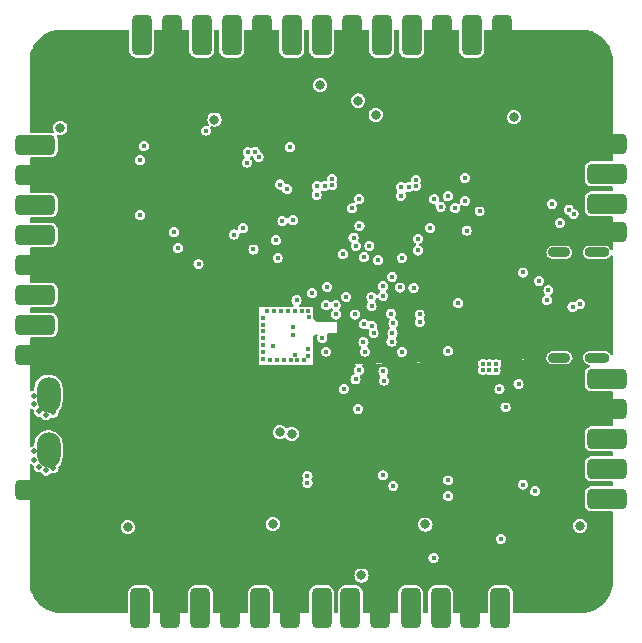
<source format=gbr>
%TF.GenerationSoftware,KiCad,Pcbnew,7.0.8*%
%TF.CreationDate,2024-02-20T09:26:03+00:00*%
%TF.ProjectId,CuttleBoard_8Layers,43757474-6c65-4426-9f61-72645f384c61,rev?*%
%TF.SameCoordinates,Original*%
%TF.FileFunction,Copper,L4,Inr*%
%TF.FilePolarity,Positive*%
%FSLAX46Y46*%
G04 Gerber Fmt 4.6, Leading zero omitted, Abs format (unit mm)*
G04 Created by KiCad (PCBNEW 7.0.8) date 2024-02-20 09:26:03*
%MOMM*%
%LPD*%
G01*
G04 APERTURE LIST*
G04 Aperture macros list*
%AMRoundRect*
0 Rectangle with rounded corners*
0 $1 Rounding radius*
0 $2 $3 $4 $5 $6 $7 $8 $9 X,Y pos of 4 corners*
0 Add a 4 corners polygon primitive as box body*
4,1,4,$2,$3,$4,$5,$6,$7,$8,$9,$2,$3,0*
0 Add four circle primitives for the rounded corners*
1,1,$1+$1,$2,$3*
1,1,$1+$1,$4,$5*
1,1,$1+$1,$6,$7*
1,1,$1+$1,$8,$9*
0 Add four rect primitives between the rounded corners*
20,1,$1+$1,$2,$3,$4,$5,0*
20,1,$1+$1,$4,$5,$6,$7,0*
20,1,$1+$1,$6,$7,$8,$9,0*
20,1,$1+$1,$8,$9,$2,$3,0*%
G04 Aperture macros list end*
%TA.AperFunction,CastellatedPad*%
%ADD10RoundRect,0.425000X-0.425000X-1.275000X0.425000X-1.275000X0.425000X1.275000X-0.425000X1.275000X0*%
%TD*%
%TA.AperFunction,CastellatedPad*%
%ADD11RoundRect,0.425000X0.425000X1.275000X-0.425000X1.275000X-0.425000X-1.275000X0.425000X-1.275000X0*%
%TD*%
%TA.AperFunction,ComponentPad*%
%ADD12C,5.600000*%
%TD*%
%TA.AperFunction,CastellatedPad*%
%ADD13RoundRect,0.425000X1.275000X-0.425000X1.275000X0.425000X-1.275000X0.425000X-1.275000X-0.425000X0*%
%TD*%
%TA.AperFunction,CastellatedPad*%
%ADD14RoundRect,0.425000X-1.275000X0.425000X-1.275000X-0.425000X1.275000X-0.425000X1.275000X0.425000X0*%
%TD*%
%TA.AperFunction,ComponentPad*%
%ADD15C,0.500000*%
%TD*%
%TA.AperFunction,ComponentPad*%
%ADD16O,2.000000X3.000000*%
%TD*%
%TA.AperFunction,ComponentPad*%
%ADD17O,2.108200X0.914400*%
%TD*%
%TA.AperFunction,ComponentPad*%
%ADD18O,1.905000X0.914400*%
%TD*%
%TA.AperFunction,ViaPad*%
%ADD19C,0.450000*%
%TD*%
%TA.AperFunction,ViaPad*%
%ADD20C,0.800000*%
%TD*%
G04 APERTURE END LIST*
D10*
%TO.N,+5V*%
%TO.C,5V*%
X135240000Y-74772600D03*
D11*
X135240000Y-74772800D03*
%TD*%
D12*
%TO.N,GND*%
%TO.C,H4*%
X142100000Y-78700000D03*
%TD*%
D10*
%TO.N,GND*%
%TO.C,GND*%
X127508000Y-123222100D03*
D11*
X127508000Y-123222300D03*
%TD*%
D13*
%TO.N,GND*%
%TO.C,TP28*%
X98289800Y-101840000D03*
D14*
X98290000Y-101840000D03*
%TD*%
D13*
%TO.N,GND*%
%TO.C,GND*%
X146699800Y-106380000D03*
D14*
X146700000Y-106380000D03*
%TD*%
D10*
%TO.N,+12V*%
%TO.C,12V*%
X107188000Y-123222100D03*
D11*
X107188000Y-123222300D03*
%TD*%
D10*
%TO.N,GND*%
%TO.C,GND*%
X109728000Y-123222100D03*
D11*
X109728000Y-123222300D03*
%TD*%
D10*
%TO.N,UART9_TX*%
%TO.C,TX*%
X124968000Y-123222100D03*
D11*
X124968000Y-123222300D03*
%TD*%
D10*
%TO.N,GND*%
%TO.C,GND*%
X114808000Y-123222100D03*
D11*
X114808000Y-123222300D03*
%TD*%
D13*
%TO.N,+5V*%
%TO.C,5V*%
X146699800Y-103840000D03*
D14*
X146700000Y-103840000D03*
%TD*%
D10*
%TO.N,+12V*%
%TO.C,12V*%
X107300000Y-74765500D03*
D11*
X107300000Y-74765700D03*
%TD*%
D10*
%TO.N,I2C1_SCL*%
%TO.C,SCL*%
X120000000Y-74778100D03*
D11*
X120000000Y-74778300D03*
%TD*%
D13*
%TO.N,SWDIO*%
%TO.C,CLK*%
X146702900Y-111460000D03*
D14*
X146703100Y-111460000D03*
%TD*%
D13*
%TO.N,GND*%
%TO.C,GND*%
X98289800Y-86600000D03*
D14*
X98290000Y-86600000D03*
%TD*%
D10*
%TO.N,GND*%
%TO.C,GND*%
X137780000Y-74782900D03*
D11*
X137780000Y-74783100D03*
%TD*%
D13*
%TO.N,SWDCLK*%
%TO.C,IO*%
X146700000Y-114000000D03*
D14*
X146700200Y-114000000D03*
%TD*%
D13*
%TO.N,I2C4_SCL*%
%TO.C,SCL*%
X98289800Y-96760000D03*
D14*
X98290000Y-96760000D03*
%TD*%
D15*
%TO.N,/Coil+*%
%TO.C,TP1*%
X99200000Y-111600000D03*
X99800000Y-111400000D03*
X98600000Y-111300000D03*
X98200000Y-110700000D03*
X98200000Y-110000000D03*
D16*
X99400000Y-109900000D03*
%TD*%
D10*
%TO.N,UART4_RX*%
%TO.C,RX*%
X127620000Y-74772600D03*
D11*
X127620000Y-74772800D03*
%TD*%
D13*
%TO.N,I2C4_SDA*%
%TO.C,SDA*%
X98289800Y-99300000D03*
D14*
X98290000Y-99300000D03*
%TD*%
D13*
%TO.N,UART7_RX*%
%TO.C,RX*%
X98289800Y-89140000D03*
D14*
X98290000Y-89140000D03*
%TD*%
D10*
%TO.N,UART3_TX*%
%TO.C,RX*%
X130050000Y-123220000D03*
D11*
X130050000Y-123220200D03*
%TD*%
D13*
%TO.N,NRST*%
%TO.C,NRST*%
X146699800Y-108920000D03*
D14*
X146700000Y-108920000D03*
%TD*%
D10*
%TO.N,GND*%
%TO.C,GND*%
X132700000Y-74772600D03*
D11*
X132700000Y-74772800D03*
%TD*%
D17*
%TO.N,N/C*%
%TO.C,J1*%
X145847200Y-93150000D03*
X145847200Y-102050000D03*
D18*
X142647199Y-93150000D03*
X142647199Y-102050000D03*
%TD*%
D13*
%TO.N,I2C3_SDA*%
%TO.C,SDA*%
X146706000Y-86495000D03*
D14*
X146706200Y-86495000D03*
%TD*%
D10*
%TO.N,+5V*%
%TO.C,5V*%
X137668000Y-123216400D03*
D11*
X137668000Y-123216600D03*
%TD*%
D12*
%TO.N,GND*%
%TO.C,H3*%
X103100000Y-78700000D03*
%TD*%
D15*
%TO.N,/BattPad-*%
%TO.C,TP2*%
X99200000Y-106900000D03*
X99800000Y-106700000D03*
X98600000Y-106600000D03*
X98200000Y-106000000D03*
X98200000Y-105300000D03*
D16*
X99400000Y-105200000D03*
%TD*%
D10*
%TO.N,GND*%
%TO.C,GND*%
X119888000Y-123222100D03*
D11*
X119888000Y-123222300D03*
%TD*%
D13*
%TO.N,GND*%
%TO.C,TP29*%
X98289800Y-94220000D03*
D14*
X98290000Y-94220000D03*
%TD*%
D10*
%TO.N,UART9_RX*%
%TO.C,RX*%
X122521800Y-123222100D03*
D11*
X122521800Y-123222300D03*
%TD*%
D13*
%TO.N,UART7_TX*%
%TO.C,TX*%
X98289800Y-91680000D03*
D14*
X98290000Y-91680000D03*
%TD*%
D10*
%TO.N,+3V3*%
%TO.C,3.3V*%
X117348000Y-123222100D03*
D11*
X117348000Y-123222300D03*
%TD*%
D10*
%TO.N,GND*%
%TO.C,GND*%
X125080000Y-74779300D03*
D11*
X125080000Y-74779500D03*
%TD*%
D12*
%TO.N,GND*%
%TO.C,H2*%
X103100000Y-119400000D03*
%TD*%
D13*
%TO.N,I2C3_SCL*%
%TO.C,SCL*%
X146706000Y-89035000D03*
D14*
X146706200Y-89035000D03*
%TD*%
%TO.N,GND*%
%TO.C,GND*%
X146710200Y-91440000D03*
D13*
X146710000Y-91440000D03*
%TD*%
D10*
%TO.N,GND*%
%TO.C,GND*%
X117460000Y-74771400D03*
D11*
X117460000Y-74771600D03*
%TD*%
D10*
%TO.N,I2C1_SDA*%
%TO.C,SDA*%
X122540000Y-74778100D03*
D11*
X122540000Y-74778300D03*
%TD*%
D10*
%TO.N,+3V3*%
%TO.C,3.3V*%
X112380000Y-74765500D03*
D11*
X112380000Y-74765700D03*
%TD*%
D10*
%TO.N,+3V3*%
%TO.C,3.3V*%
X114920000Y-74765500D03*
D11*
X114920000Y-74765700D03*
%TD*%
D13*
%TO.N,+3V3*%
%TO.C,3.3V*%
X98289800Y-84060000D03*
D14*
X98290000Y-84060000D03*
%TD*%
D10*
%TO.N,UART3_RX*%
%TO.C,TX*%
X132590000Y-123220000D03*
D11*
X132590000Y-123220200D03*
%TD*%
D13*
%TO.N,GND*%
%TO.C,GND*%
X98289800Y-113300000D03*
D14*
X98290000Y-113300000D03*
%TD*%
D13*
%TO.N,GND*%
%TO.C,GND*%
X146702900Y-83960000D03*
D14*
X146703100Y-83960000D03*
%TD*%
D10*
%TO.N,+3V3*%
%TO.C,3.3V*%
X112268000Y-123222100D03*
D11*
X112268000Y-123222300D03*
%TD*%
D10*
%TO.N,GND*%
%TO.C,GND*%
X135128000Y-123216400D03*
D11*
X135128000Y-123216600D03*
%TD*%
D12*
%TO.N,GND*%
%TO.C,H1*%
X142100000Y-119400000D03*
%TD*%
D10*
%TO.N,UART4_TX*%
%TO.C,TX*%
X130160000Y-74766700D03*
D11*
X130160000Y-74766900D03*
%TD*%
D10*
%TO.N,GND*%
%TO.C,GND*%
X109840000Y-74765500D03*
D11*
X109840000Y-74765700D03*
%TD*%
D19*
%TO.N,GND*%
X125225000Y-115100000D03*
X117000000Y-89450000D03*
X124160000Y-110150000D03*
X144300000Y-94250000D03*
X131278571Y-97424897D03*
X120500000Y-88700000D03*
X118152800Y-102300000D03*
X107105000Y-112490000D03*
X112925000Y-99925000D03*
X107105000Y-113070000D03*
X115250000Y-85675000D03*
X112925000Y-100505000D03*
X117575400Y-99840600D03*
X137300000Y-113550000D03*
X138900000Y-85600000D03*
X123830000Y-89200002D03*
X142550000Y-110450000D03*
X124550000Y-85350000D03*
X121480000Y-98590000D03*
X123000000Y-84400000D03*
X141600000Y-110400000D03*
X118732800Y-102300000D03*
X141600000Y-111025000D03*
X124475000Y-85900000D03*
X136800000Y-114450000D03*
X121052800Y-102300000D03*
X140600000Y-94800000D03*
X121900000Y-95650000D03*
X129650000Y-108250000D03*
X112300000Y-99925000D03*
X107730000Y-112490000D03*
X141500000Y-100650000D03*
X136900000Y-86400000D03*
X121000000Y-110900000D03*
X134900000Y-99100000D03*
X139700000Y-84600000D03*
X117575400Y-101000600D03*
X134900000Y-100100000D03*
X104492500Y-92350000D03*
X132750000Y-110950000D03*
X119672800Y-98120000D03*
X133475000Y-108900000D03*
X105600000Y-90450000D03*
X107730000Y-114230000D03*
X123725000Y-100800000D03*
X111500000Y-83650000D03*
X113550000Y-100505000D03*
X125100000Y-114000000D03*
X127280000Y-88760000D03*
X120100000Y-99500000D03*
X107730000Y-113070000D03*
X121075000Y-110200000D03*
X120200000Y-85600000D03*
X130350000Y-84500000D03*
X136200000Y-110970000D03*
X107625000Y-100600000D03*
X120900000Y-86150000D03*
X107625000Y-102340000D03*
X119892800Y-102300000D03*
X122100000Y-89200000D03*
X117575400Y-102160600D03*
X120250000Y-101825000D03*
X107625000Y-101760000D03*
X117930000Y-98120000D03*
X106792500Y-96025000D03*
X120200000Y-86100000D03*
X107850000Y-103225000D03*
X118000000Y-89450000D03*
X126105393Y-96808299D03*
X137500000Y-99100000D03*
X131980000Y-95650000D03*
X137450000Y-114500000D03*
X140200000Y-99150000D03*
X112300000Y-101665000D03*
X118510000Y-98120000D03*
X131475000Y-85875000D03*
X132340000Y-86190000D03*
X118380000Y-101100000D03*
X104717500Y-93550000D03*
X113550000Y-101665000D03*
X117575400Y-101580600D03*
X119312800Y-102300000D03*
X122250000Y-108249998D03*
X120252800Y-98120000D03*
X127280000Y-91460000D03*
X112150000Y-90700000D03*
X120300000Y-86800000D03*
X112300000Y-100505000D03*
X132850000Y-109950000D03*
X117800000Y-113400000D03*
X120832800Y-98120000D03*
X117575400Y-100420600D03*
X107025000Y-103225000D03*
X127175000Y-86650000D03*
X129640000Y-91450000D03*
X134540000Y-90160000D03*
X121412800Y-101330000D03*
X112925000Y-101085000D03*
X125025000Y-114525000D03*
X120472800Y-102300000D03*
X121412800Y-101910000D03*
X137700000Y-83900000D03*
X116750000Y-94350000D03*
X131550000Y-85325000D03*
X137500000Y-100100000D03*
X122820529Y-96910948D03*
X112093940Y-94859402D03*
X139850000Y-110370000D03*
X112300000Y-101085000D03*
X112925000Y-101665000D03*
X117500000Y-112900000D03*
X107730000Y-113650000D03*
X139900000Y-96100000D03*
X142550000Y-111025000D03*
X121075000Y-109150000D03*
X121340000Y-98140000D03*
X115300000Y-84624500D03*
X117840000Y-84500000D03*
X136600000Y-83900000D03*
X134719738Y-92919738D03*
X117575400Y-99260600D03*
X119090000Y-98120000D03*
X127740000Y-98400000D03*
X129725000Y-89775500D03*
X114900000Y-85100000D03*
X137100000Y-85000000D03*
X117580000Y-98680000D03*
X113550000Y-101085000D03*
X129650000Y-109400000D03*
X129570000Y-92640000D03*
X139500000Y-85600000D03*
X130750000Y-89775000D03*
X133860000Y-104230000D03*
X126900000Y-110200000D03*
X113550000Y-99925000D03*
X125400175Y-99149771D03*
X125800000Y-84799998D03*
X120100000Y-100100000D03*
X107625000Y-101180000D03*
X141800000Y-85700000D03*
%TO.N,Net-(U1-EN)*%
X133250000Y-113800000D03*
X139600000Y-112800000D03*
X133250000Y-112450000D03*
%TO.N,Net-(C11-Pad1)*%
X138100000Y-106270000D03*
X140610000Y-113375500D03*
%TO.N,Net-(U3-EN)*%
X121325000Y-112675000D03*
X121325000Y-112075000D03*
X127725000Y-112025000D03*
%TO.N,Net-(U2B-VFBSMPS)*%
X122921116Y-97616105D03*
X126806664Y-99361369D03*
X126750500Y-97709274D03*
X127745500Y-96818347D03*
%TO.N,+5V*%
X137580000Y-104730000D03*
X136730000Y-103130000D03*
X143850000Y-89900000D03*
X137250000Y-103140000D03*
X136200000Y-102600000D03*
X139200000Y-104300000D03*
X136200000Y-103100000D03*
X137290000Y-102630000D03*
X143437250Y-89524500D03*
X136710000Y-102600000D03*
%TO.N,USB_VBUS*%
X141721800Y-96342200D03*
X134080000Y-97450500D03*
%TO.N,Net-(U2B-VLXSMPS)*%
X123712659Y-97599874D03*
D20*
%TO.N,+12V*%
X118400000Y-116150000D03*
X100400000Y-82600000D03*
X106106119Y-116400000D03*
X131310979Y-116185577D03*
X118975000Y-108375000D03*
X119987500Y-108502500D03*
X127100000Y-81500000D03*
X138800000Y-81700000D03*
X144400000Y-116300000D03*
X113450000Y-81900000D03*
D19*
%TO.N,+3V3*%
X130500000Y-87500000D03*
X116260000Y-84670000D03*
X123400000Y-87425000D03*
X122579998Y-100390000D03*
X126747052Y-96908932D03*
X122875000Y-101550000D03*
D20*
X125900000Y-120500000D03*
D19*
X126122689Y-99217311D03*
X115865000Y-91100000D03*
X110350006Y-92800000D03*
X122987969Y-96065725D03*
X122125000Y-87525000D03*
X134674500Y-88790000D03*
X127800000Y-104000000D03*
X123400000Y-86950000D03*
X107163200Y-89986800D03*
X128418807Y-98324500D03*
X119850000Y-84250000D03*
X135900000Y-89675000D03*
X116900000Y-84624500D03*
X112100000Y-94150000D03*
X125425500Y-92600000D03*
X129230178Y-88344822D03*
X121724646Y-96595353D03*
X129225000Y-87600000D03*
X107475000Y-84150000D03*
X134650000Y-86825000D03*
X125336809Y-98399500D03*
X117181037Y-85054300D03*
X125400000Y-103900000D03*
X122100000Y-88275000D03*
X116200000Y-85545474D03*
X107150000Y-85350000D03*
X122800000Y-87525000D03*
X129900000Y-87600000D03*
X130500000Y-87025000D03*
X126570000Y-92590000D03*
%TO.N,/PA9_USB_VBUS_sense*%
X139600000Y-94850000D03*
X130824000Y-98393284D03*
%TO.N,I2C3_SCL*%
X142700000Y-90650000D03*
X130824000Y-99042787D03*
%TO.N,I2C3_SDA*%
X128597500Y-99140367D03*
X142030000Y-89039998D03*
D20*
%TO.N,I2C2_SCL*%
X125622300Y-80297700D03*
D19*
X137700000Y-117400000D03*
X127750000Y-103225000D03*
%TO.N,I2C2_SDA*%
X132000000Y-119000000D03*
X125700000Y-103100000D03*
D20*
X122400000Y-79000000D03*
D19*
%TO.N,/USB_D-*%
X141597878Y-97207878D03*
X143769700Y-97759537D03*
%TO.N,MOSI_GYRO*%
X119200000Y-90500000D03*
X112708833Y-82840000D03*
X125099994Y-89419994D03*
X125230000Y-91890000D03*
X132050000Y-88640000D03*
X119000000Y-87400000D03*
X130670002Y-91990000D03*
%TO.N,MISO_GYRO*%
X131721800Y-91071800D03*
X119600000Y-87800010D03*
X125709999Y-88629999D03*
X125725000Y-90900000D03*
X132600000Y-89297568D03*
X120100000Y-90400000D03*
%TO.N,I2C4_SCL*%
X115100000Y-91640000D03*
%TO.N,Net-(J1-CC2)*%
X144425908Y-97507134D03*
X140925000Y-95550000D03*
%TO.N,Net-(U2A-BOOT0)*%
X127300000Y-93800000D03*
X134800000Y-91300000D03*
%TO.N,I2C1_SCL*%
X124603751Y-96914109D03*
X124310000Y-93300000D03*
%TO.N,I2C1_SDA*%
X126100000Y-93550000D03*
%TO.N,I2C4_SDA*%
X116750000Y-92900000D03*
X123724749Y-98400239D03*
X118662500Y-92112500D03*
%TO.N,CS_FLASH*%
X118800000Y-93610000D03*
X110025000Y-91450000D03*
%TO.N,CS_IMU1*%
X133200000Y-88390000D03*
X130675490Y-92985000D03*
%TO.N,INT_IMU1*%
X129313373Y-93611612D03*
X133830000Y-89390000D03*
%TO.N,Net-(C50-Pad1)*%
X125600000Y-106400000D03*
X128600000Y-112900000D03*
%TO.N,SWDCLK*%
X129149439Y-96119439D03*
%TO.N,SWDIO*%
X130304694Y-96155313D03*
%TO.N,UART4_RX*%
X127705584Y-96018773D03*
%TO.N,UART4_TX*%
X128510000Y-95211188D03*
%TO.N,UART7_RX*%
X126068046Y-100743044D03*
%TO.N,UART7_TX*%
X126175012Y-101550000D03*
%TO.N,UART9_RX*%
X126925006Y-100000000D03*
%TO.N,UART9_TX*%
X128523080Y-99998080D03*
%TO.N,NRST*%
X133200000Y-101500000D03*
X120400000Y-97200000D03*
X124400000Y-104700500D03*
%TO.N,UART3_RX*%
X128444641Y-100695347D03*
%TO.N,UART3_TX*%
X129303041Y-101559405D03*
%TD*%
%TA.AperFunction,Conductor*%
%TO.N,GND*%
G36*
X144541718Y-74290596D02*
G01*
X144834302Y-74307027D01*
X144841191Y-74307803D01*
X145077888Y-74348020D01*
X145128356Y-74356595D01*
X145135140Y-74358143D01*
X145158077Y-74364751D01*
X145335737Y-74415934D01*
X145415031Y-74438778D01*
X145421595Y-74441075D01*
X145690705Y-74552543D01*
X145696962Y-74555558D01*
X145951888Y-74696451D01*
X145957780Y-74700153D01*
X146195334Y-74868706D01*
X146200761Y-74873034D01*
X146343756Y-75000822D01*
X146417951Y-75067128D01*
X146422871Y-75072048D01*
X146500552Y-75158972D01*
X146616964Y-75289236D01*
X146621293Y-75294665D01*
X146789846Y-75532219D01*
X146793548Y-75538111D01*
X146934441Y-75793037D01*
X146937459Y-75799302D01*
X146978252Y-75897784D01*
X147048923Y-76068401D01*
X147051221Y-76074968D01*
X147131856Y-76354859D01*
X147133404Y-76361643D01*
X147182194Y-76648793D01*
X147182973Y-76655708D01*
X147199402Y-76948264D01*
X147199500Y-76951741D01*
X147199500Y-85320500D01*
X147179815Y-85387539D01*
X147127011Y-85433294D01*
X147075500Y-85444500D01*
X145367838Y-85444501D01*
X145332372Y-85447291D01*
X145180614Y-85491380D01*
X145180609Y-85491382D01*
X145044583Y-85571827D01*
X145044574Y-85571834D01*
X144932834Y-85683574D01*
X144932827Y-85683583D01*
X144852382Y-85819609D01*
X144852380Y-85819614D01*
X144808292Y-85971366D01*
X144808290Y-85971379D01*
X144805500Y-86006835D01*
X144805501Y-86983162D01*
X144808291Y-87018627D01*
X144852380Y-87170385D01*
X144852382Y-87170390D01*
X144932827Y-87306416D01*
X144932834Y-87306425D01*
X145044574Y-87418165D01*
X145044578Y-87418168D01*
X145044580Y-87418170D01*
X145180610Y-87498618D01*
X145332373Y-87542709D01*
X145348502Y-87543978D01*
X145354838Y-87545499D01*
X145367824Y-87545499D01*
X145367837Y-87545500D01*
X145368036Y-87545499D01*
X145368037Y-87545500D01*
X147075500Y-87545499D01*
X147142539Y-87565184D01*
X147188294Y-87617988D01*
X147199500Y-87669499D01*
X147199500Y-87860500D01*
X147179815Y-87927539D01*
X147127011Y-87973294D01*
X147075500Y-87984500D01*
X145367838Y-87984501D01*
X145332372Y-87987291D01*
X145180614Y-88031380D01*
X145180609Y-88031382D01*
X145044583Y-88111827D01*
X145044574Y-88111834D01*
X144932834Y-88223574D01*
X144932827Y-88223583D01*
X144852382Y-88359609D01*
X144852380Y-88359614D01*
X144808292Y-88511366D01*
X144808290Y-88511379D01*
X144805500Y-88546835D01*
X144805501Y-89523162D01*
X144808291Y-89558627D01*
X144852380Y-89710385D01*
X144852382Y-89710390D01*
X144932827Y-89846416D01*
X144932834Y-89846425D01*
X145044574Y-89958165D01*
X145044578Y-89958168D01*
X145044580Y-89958170D01*
X145180610Y-90038618D01*
X145332373Y-90082709D01*
X145348502Y-90083978D01*
X145354838Y-90085499D01*
X145367824Y-90085499D01*
X145367837Y-90085500D01*
X145368036Y-90085499D01*
X145368037Y-90085500D01*
X147075500Y-90085499D01*
X147142539Y-90105184D01*
X147188294Y-90157988D01*
X147199500Y-90209499D01*
X147199500Y-92822413D01*
X147179815Y-92889452D01*
X147127011Y-92935207D01*
X147057853Y-92945151D01*
X146994297Y-92916126D01*
X146960940Y-92869868D01*
X146954834Y-92855127D01*
X146867802Y-92741705D01*
X146861113Y-92732987D01*
X146748765Y-92646780D01*
X146738973Y-92639266D01*
X146644176Y-92600000D01*
X146596737Y-92580350D01*
X146582447Y-92578468D01*
X146482428Y-92565300D01*
X146482421Y-92565300D01*
X145211979Y-92565300D01*
X145211971Y-92565300D01*
X145097663Y-92580350D01*
X145097662Y-92580350D01*
X144955426Y-92639266D01*
X144833288Y-92732985D01*
X144739565Y-92855128D01*
X144680650Y-92997362D01*
X144680649Y-92997364D01*
X144660555Y-93149998D01*
X144660555Y-93150001D01*
X144680649Y-93302635D01*
X144680650Y-93302637D01*
X144739566Y-93444873D01*
X144786426Y-93505942D01*
X144833287Y-93567013D01*
X144891413Y-93611614D01*
X144955426Y-93660733D01*
X144955427Y-93660733D01*
X144955428Y-93660734D01*
X145097663Y-93719650D01*
X145211979Y-93734700D01*
X145211986Y-93734700D01*
X146482414Y-93734700D01*
X146482421Y-93734700D01*
X146596737Y-93719650D01*
X146738972Y-93660734D01*
X146861113Y-93567013D01*
X146954834Y-93444873D01*
X146960939Y-93430133D01*
X147004778Y-93375731D01*
X147071072Y-93353665D01*
X147138772Y-93370943D01*
X147186383Y-93422080D01*
X147199500Y-93477586D01*
X147199500Y-101722413D01*
X147179815Y-101789452D01*
X147127011Y-101835207D01*
X147057853Y-101845151D01*
X146994297Y-101816126D01*
X146960940Y-101769868D01*
X146954834Y-101755127D01*
X146906798Y-101692526D01*
X146861113Y-101632987D01*
X146765221Y-101559407D01*
X146738973Y-101539266D01*
X146644176Y-101500000D01*
X146596737Y-101480350D01*
X146582447Y-101478468D01*
X146482428Y-101465300D01*
X146482421Y-101465300D01*
X145211979Y-101465300D01*
X145211971Y-101465300D01*
X145097663Y-101480350D01*
X145097662Y-101480350D01*
X144955426Y-101539266D01*
X144833288Y-101632985D01*
X144739565Y-101755128D01*
X144680650Y-101897362D01*
X144680650Y-101897364D01*
X144667548Y-101996878D01*
X144639281Y-102060775D01*
X144580956Y-102099245D01*
X144547741Y-102104652D01*
X143853630Y-102122189D01*
X143786115Y-102104204D01*
X143739041Y-102052573D01*
X143727559Y-102014414D01*
X143720358Y-101959719D01*
X143712149Y-101897363D01*
X143653233Y-101755128D01*
X143653232Y-101755127D01*
X143653232Y-101755126D01*
X143605197Y-101692526D01*
X143559512Y-101632987D01*
X143463620Y-101559407D01*
X143437372Y-101539266D01*
X143342575Y-101500000D01*
X143295136Y-101480350D01*
X143280846Y-101478468D01*
X143180827Y-101465300D01*
X143180820Y-101465300D01*
X142113578Y-101465300D01*
X142113570Y-101465300D01*
X141999262Y-101480350D01*
X141999261Y-101480350D01*
X141857025Y-101539266D01*
X141734887Y-101632985D01*
X141641164Y-101755128D01*
X141582249Y-101897362D01*
X141582249Y-101897363D01*
X141562154Y-102049999D01*
X141562154Y-102058127D01*
X141558880Y-102058127D01*
X141550436Y-102112083D01*
X141504027Y-102164313D01*
X141441423Y-102183132D01*
X137574917Y-102280818D01*
X137515491Y-102267343D01*
X137423123Y-102220279D01*
X137290002Y-102199196D01*
X137289998Y-102199196D01*
X137156876Y-102220279D01*
X137085517Y-102256639D01*
X137016848Y-102269535D01*
X136973405Y-102252977D01*
X136971915Y-102255903D01*
X136963221Y-102251473D01*
X136963220Y-102251472D01*
X136843126Y-102190281D01*
X136843124Y-102190280D01*
X136843121Y-102190279D01*
X136710002Y-102169196D01*
X136709998Y-102169196D01*
X136576876Y-102190279D01*
X136511294Y-102223695D01*
X136442624Y-102236591D01*
X136398706Y-102223695D01*
X136333123Y-102190279D01*
X136200002Y-102169196D01*
X136199998Y-102169196D01*
X136066878Y-102190279D01*
X135946777Y-102251473D01*
X135909496Y-102288754D01*
X135848172Y-102322238D01*
X135824949Y-102325031D01*
X121902228Y-102676784D01*
X121834713Y-102658799D01*
X121787639Y-102607168D01*
X121775096Y-102552730D01*
X121775157Y-102472481D01*
X121775854Y-101550002D01*
X122444196Y-101550002D01*
X122465279Y-101683121D01*
X122465280Y-101683124D01*
X122465281Y-101683126D01*
X122519457Y-101789452D01*
X122526473Y-101803221D01*
X122526476Y-101803225D01*
X122621774Y-101898523D01*
X122621778Y-101898526D01*
X122621780Y-101898528D01*
X122741874Y-101959719D01*
X122741876Y-101959719D01*
X122741878Y-101959720D01*
X122874998Y-101980804D01*
X122875000Y-101980804D01*
X122875002Y-101980804D01*
X123008121Y-101959720D01*
X123008121Y-101959719D01*
X123008126Y-101959719D01*
X123128220Y-101898528D01*
X123223528Y-101803220D01*
X123284719Y-101683126D01*
X123304314Y-101559407D01*
X123305804Y-101550002D01*
X123305804Y-101549997D01*
X123284720Y-101416878D01*
X123284719Y-101416876D01*
X123284719Y-101416874D01*
X123223528Y-101296780D01*
X123223524Y-101296776D01*
X123223523Y-101296774D01*
X123128225Y-101201476D01*
X123128221Y-101201473D01*
X123128220Y-101201472D01*
X123008126Y-101140281D01*
X123008124Y-101140280D01*
X123008121Y-101140279D01*
X122875002Y-101119196D01*
X122874998Y-101119196D01*
X122741878Y-101140279D01*
X122741874Y-101140280D01*
X122741874Y-101140281D01*
X122719903Y-101151476D01*
X122621778Y-101201473D01*
X122621774Y-101201476D01*
X122526476Y-101296774D01*
X122526473Y-101296778D01*
X122465279Y-101416878D01*
X122444196Y-101549997D01*
X122444196Y-101550002D01*
X121775854Y-101550002D01*
X121776760Y-100351702D01*
X121796495Y-100284682D01*
X121813556Y-100263645D01*
X121978839Y-100100165D01*
X122040343Y-100067019D01*
X122110006Y-100072386D01*
X122165709Y-100114563D01*
X122189767Y-100180161D01*
X122176523Y-100244619D01*
X122170277Y-100256876D01*
X122149194Y-100389997D01*
X122149194Y-100390002D01*
X122170277Y-100523121D01*
X122170278Y-100523124D01*
X122170279Y-100523126D01*
X122190199Y-100562221D01*
X122231471Y-100643221D01*
X122231474Y-100643225D01*
X122326772Y-100738523D01*
X122326776Y-100738526D01*
X122326778Y-100738528D01*
X122446872Y-100799719D01*
X122446874Y-100799719D01*
X122446876Y-100799720D01*
X122579996Y-100820804D01*
X122579998Y-100820804D01*
X122580000Y-100820804D01*
X122713119Y-100799720D01*
X122713119Y-100799719D01*
X122713124Y-100799719D01*
X122824351Y-100743046D01*
X125637242Y-100743046D01*
X125658325Y-100876165D01*
X125658326Y-100876168D01*
X125658327Y-100876170D01*
X125695216Y-100948568D01*
X125719519Y-100996265D01*
X125719522Y-100996269D01*
X125814820Y-101091567D01*
X125814823Y-101091569D01*
X125814826Y-101091572D01*
X125814828Y-101091573D01*
X125822718Y-101097305D01*
X125820407Y-101100485D01*
X125857257Y-101135333D01*
X125874009Y-101203165D01*
X125851428Y-101269285D01*
X125837810Y-101285453D01*
X125826486Y-101296776D01*
X125826485Y-101296778D01*
X125765291Y-101416878D01*
X125744208Y-101549997D01*
X125744208Y-101550002D01*
X125765291Y-101683121D01*
X125765292Y-101683124D01*
X125765293Y-101683126D01*
X125819469Y-101789452D01*
X125826485Y-101803221D01*
X125826488Y-101803225D01*
X125921786Y-101898523D01*
X125921790Y-101898526D01*
X125921792Y-101898528D01*
X126041886Y-101959719D01*
X126041888Y-101959719D01*
X126041890Y-101959720D01*
X126175010Y-101980804D01*
X126175012Y-101980804D01*
X126175014Y-101980804D01*
X126308133Y-101959720D01*
X126308133Y-101959719D01*
X126308138Y-101959719D01*
X126428232Y-101898528D01*
X126523540Y-101803220D01*
X126584731Y-101683126D01*
X126604326Y-101559407D01*
X128872237Y-101559407D01*
X128893320Y-101692526D01*
X128893321Y-101692529D01*
X128893322Y-101692531D01*
X128954513Y-101812625D01*
X128954514Y-101812626D01*
X128954517Y-101812630D01*
X129049815Y-101907928D01*
X129049819Y-101907931D01*
X129049821Y-101907933D01*
X129169915Y-101969124D01*
X129169917Y-101969124D01*
X129169919Y-101969125D01*
X129303039Y-101990209D01*
X129303041Y-101990209D01*
X129303043Y-101990209D01*
X129436162Y-101969125D01*
X129436162Y-101969124D01*
X129436167Y-101969124D01*
X129556261Y-101907933D01*
X129651569Y-101812625D01*
X129712760Y-101692531D01*
X129714250Y-101683126D01*
X129733845Y-101559407D01*
X129733845Y-101559402D01*
X129724437Y-101500002D01*
X132769196Y-101500002D01*
X132790279Y-101633121D01*
X132790280Y-101633124D01*
X132790281Y-101633126D01*
X132851472Y-101753220D01*
X132851473Y-101753221D01*
X132851476Y-101753225D01*
X132946774Y-101848523D01*
X132946778Y-101848526D01*
X132946780Y-101848528D01*
X133066874Y-101909719D01*
X133066876Y-101909719D01*
X133066878Y-101909720D01*
X133199998Y-101930804D01*
X133200000Y-101930804D01*
X133200002Y-101930804D01*
X133333121Y-101909720D01*
X133333121Y-101909719D01*
X133333126Y-101909719D01*
X133453220Y-101848528D01*
X133548528Y-101753220D01*
X133609719Y-101633126D01*
X133609741Y-101632987D01*
X133630804Y-101500002D01*
X133630804Y-101499997D01*
X133609720Y-101366878D01*
X133609719Y-101366876D01*
X133609719Y-101366874D01*
X133548528Y-101246780D01*
X133548526Y-101246778D01*
X133548523Y-101246774D01*
X133453225Y-101151476D01*
X133453221Y-101151473D01*
X133453220Y-101151472D01*
X133333126Y-101090281D01*
X133333124Y-101090280D01*
X133333121Y-101090279D01*
X133200002Y-101069196D01*
X133199998Y-101069196D01*
X133066878Y-101090279D01*
X132946778Y-101151473D01*
X132946774Y-101151476D01*
X132851476Y-101246774D01*
X132851473Y-101246778D01*
X132790279Y-101366878D01*
X132769196Y-101499997D01*
X132769196Y-101500002D01*
X129724437Y-101500002D01*
X129712761Y-101426283D01*
X129712760Y-101426281D01*
X129712760Y-101426279D01*
X129651569Y-101306185D01*
X129651567Y-101306183D01*
X129651564Y-101306179D01*
X129556266Y-101210881D01*
X129556262Y-101210878D01*
X129556261Y-101210877D01*
X129436167Y-101149686D01*
X129436165Y-101149685D01*
X129436162Y-101149684D01*
X129303043Y-101128601D01*
X129303039Y-101128601D01*
X129169919Y-101149684D01*
X129049819Y-101210878D01*
X129049815Y-101210881D01*
X128954517Y-101306179D01*
X128954514Y-101306183D01*
X128893320Y-101426283D01*
X128872237Y-101559402D01*
X128872237Y-101559407D01*
X126604326Y-101559407D01*
X126605816Y-101550002D01*
X126605816Y-101549997D01*
X126584732Y-101416878D01*
X126584731Y-101416876D01*
X126584731Y-101416874D01*
X126523540Y-101296780D01*
X126523536Y-101296776D01*
X126523535Y-101296774D01*
X126428237Y-101201476D01*
X126428233Y-101201473D01*
X126428232Y-101201472D01*
X126428230Y-101201471D01*
X126420340Y-101195739D01*
X126422637Y-101192576D01*
X126385716Y-101157567D01*
X126369056Y-101089713D01*
X126391724Y-101023623D01*
X126405246Y-101007591D01*
X126416574Y-100996264D01*
X126477765Y-100876170D01*
X126477766Y-100876165D01*
X126498850Y-100743046D01*
X126498850Y-100743041D01*
X126477766Y-100609922D01*
X126477765Y-100609920D01*
X126477765Y-100609918D01*
X126416574Y-100489824D01*
X126416572Y-100489822D01*
X126416569Y-100489818D01*
X126321271Y-100394520D01*
X126321267Y-100394517D01*
X126321266Y-100394516D01*
X126201172Y-100333325D01*
X126201170Y-100333324D01*
X126201167Y-100333323D01*
X126068048Y-100312240D01*
X126068044Y-100312240D01*
X125934924Y-100333323D01*
X125934920Y-100333324D01*
X125934920Y-100333325D01*
X125901214Y-100350499D01*
X125814824Y-100394517D01*
X125814820Y-100394520D01*
X125719522Y-100489818D01*
X125719519Y-100489822D01*
X125658325Y-100609922D01*
X125637242Y-100743041D01*
X125637242Y-100743046D01*
X122824351Y-100743046D01*
X122833218Y-100738528D01*
X122928526Y-100643220D01*
X122989717Y-100523126D01*
X122989718Y-100523121D01*
X123010802Y-100390002D01*
X123010802Y-100389997D01*
X122989718Y-100256878D01*
X122989717Y-100256876D01*
X122989717Y-100256874D01*
X122956253Y-100191198D01*
X122943358Y-100122532D01*
X122969634Y-100057791D01*
X123026741Y-100017534D01*
X123066844Y-100010907D01*
X123828000Y-100011600D01*
X123829705Y-99217313D01*
X125691885Y-99217313D01*
X125712968Y-99350432D01*
X125712969Y-99350435D01*
X125712970Y-99350437D01*
X125774161Y-99470531D01*
X125774162Y-99470532D01*
X125774165Y-99470536D01*
X125869463Y-99565834D01*
X125869467Y-99565837D01*
X125869469Y-99565839D01*
X125989563Y-99627030D01*
X125989565Y-99627030D01*
X125989567Y-99627031D01*
X126122687Y-99648115D01*
X126122689Y-99648115D01*
X126122691Y-99648115D01*
X126255811Y-99627031D01*
X126255812Y-99627030D01*
X126255815Y-99627030D01*
X126317814Y-99595439D01*
X126386482Y-99582543D01*
X126451222Y-99608819D01*
X126461789Y-99618243D01*
X126517448Y-99673902D01*
X126550933Y-99735225D01*
X126545949Y-99804917D01*
X126540252Y-99817877D01*
X126515285Y-99866876D01*
X126494202Y-99999997D01*
X126494202Y-100000002D01*
X126515285Y-100133121D01*
X126515286Y-100133124D01*
X126515287Y-100133126D01*
X126561167Y-100223170D01*
X126576479Y-100253221D01*
X126576482Y-100253225D01*
X126671780Y-100348523D01*
X126671784Y-100348526D01*
X126671786Y-100348528D01*
X126791880Y-100409719D01*
X126791882Y-100409719D01*
X126791884Y-100409720D01*
X126925004Y-100430804D01*
X126925006Y-100430804D01*
X126925008Y-100430804D01*
X127058127Y-100409720D01*
X127058127Y-100409719D01*
X127058132Y-100409719D01*
X127178226Y-100348528D01*
X127273534Y-100253220D01*
X127334725Y-100133126D01*
X127338164Y-100111416D01*
X127355810Y-100000002D01*
X127355810Y-99999997D01*
X127334726Y-99866878D01*
X127334725Y-99866876D01*
X127334725Y-99866874D01*
X127273534Y-99746780D01*
X127273532Y-99746778D01*
X127273529Y-99746774D01*
X127214221Y-99687466D01*
X127180736Y-99626143D01*
X127185720Y-99556451D01*
X127191409Y-99543507D01*
X127216383Y-99494495D01*
X127220179Y-99470532D01*
X127237468Y-99361371D01*
X127237468Y-99361366D01*
X127216384Y-99228247D01*
X127216383Y-99228245D01*
X127216383Y-99228243D01*
X127155192Y-99108149D01*
X127155190Y-99108147D01*
X127155187Y-99108143D01*
X127059889Y-99012845D01*
X127059885Y-99012842D01*
X127059884Y-99012841D01*
X126939790Y-98951650D01*
X126939788Y-98951649D01*
X126939785Y-98951648D01*
X126806666Y-98930565D01*
X126806662Y-98930565D01*
X126673540Y-98951648D01*
X126611538Y-98983240D01*
X126542868Y-98996136D01*
X126478128Y-98969859D01*
X126467563Y-98960436D01*
X126375914Y-98868787D01*
X126375910Y-98868784D01*
X126375909Y-98868783D01*
X126255815Y-98807592D01*
X126255813Y-98807591D01*
X126255810Y-98807590D01*
X126122691Y-98786507D01*
X126122687Y-98786507D01*
X125989567Y-98807590D01*
X125989563Y-98807591D01*
X125989563Y-98807592D01*
X125984918Y-98809959D01*
X125869467Y-98868784D01*
X125869463Y-98868787D01*
X125774165Y-98964085D01*
X125774162Y-98964089D01*
X125774161Y-98964091D01*
X125729952Y-99050857D01*
X125712968Y-99084189D01*
X125691885Y-99217308D01*
X125691885Y-99217313D01*
X123829705Y-99217313D01*
X123830000Y-99080000D01*
X122206459Y-99070278D01*
X122139539Y-99050192D01*
X122125161Y-99039260D01*
X122088877Y-99007245D01*
X121978287Y-98909665D01*
X121861959Y-98807022D01*
X121824714Y-98747907D01*
X121820000Y-98714042D01*
X121820000Y-97750000D01*
X120751111Y-97750000D01*
X120684072Y-97730315D01*
X120638317Y-97677511D01*
X120629488Y-97616107D01*
X122490312Y-97616107D01*
X122511395Y-97749226D01*
X122511396Y-97749229D01*
X122511397Y-97749231D01*
X122572588Y-97869325D01*
X122572589Y-97869326D01*
X122572592Y-97869330D01*
X122667890Y-97964628D01*
X122667894Y-97964631D01*
X122667896Y-97964633D01*
X122787990Y-98025824D01*
X122787992Y-98025824D01*
X122787994Y-98025825D01*
X122921114Y-98046909D01*
X122921116Y-98046909D01*
X122921118Y-98046909D01*
X123054237Y-98025825D01*
X123054237Y-98025824D01*
X123054242Y-98025824D01*
X123174336Y-97964633D01*
X123237322Y-97901646D01*
X123298642Y-97868162D01*
X123368334Y-97873146D01*
X123412683Y-97901647D01*
X123429456Y-97918420D01*
X123462941Y-97979743D01*
X123457957Y-98049435D01*
X123429457Y-98093782D01*
X123376222Y-98147016D01*
X123376222Y-98147017D01*
X123315028Y-98267117D01*
X123293945Y-98400236D01*
X123293945Y-98400241D01*
X123315028Y-98533360D01*
X123315029Y-98533363D01*
X123315030Y-98533365D01*
X123375845Y-98652721D01*
X123376222Y-98653460D01*
X123376225Y-98653464D01*
X123471523Y-98748762D01*
X123471527Y-98748765D01*
X123471529Y-98748767D01*
X123591623Y-98809958D01*
X123591625Y-98809958D01*
X123591627Y-98809959D01*
X123724747Y-98831043D01*
X123724749Y-98831043D01*
X123724751Y-98831043D01*
X123857870Y-98809959D01*
X123857870Y-98809958D01*
X123857875Y-98809958D01*
X123977969Y-98748767D01*
X124073277Y-98653459D01*
X124134468Y-98533365D01*
X124135570Y-98526410D01*
X124155553Y-98400241D01*
X124155553Y-98400236D01*
X124155437Y-98399502D01*
X124906005Y-98399502D01*
X124927088Y-98532621D01*
X124927089Y-98532624D01*
X124927090Y-98532626D01*
X124988281Y-98652720D01*
X124988282Y-98652721D01*
X124988285Y-98652725D01*
X125083583Y-98748023D01*
X125083587Y-98748026D01*
X125083589Y-98748028D01*
X125203683Y-98809219D01*
X125203685Y-98809219D01*
X125203687Y-98809220D01*
X125336807Y-98830304D01*
X125336809Y-98830304D01*
X125336811Y-98830304D01*
X125469930Y-98809220D01*
X125469930Y-98809219D01*
X125469935Y-98809219D01*
X125590029Y-98748028D01*
X125685337Y-98652720D01*
X125746528Y-98532626D01*
X125747513Y-98526410D01*
X125767613Y-98399502D01*
X125767613Y-98399497D01*
X125755735Y-98324502D01*
X127988003Y-98324502D01*
X128009086Y-98457621D01*
X128009087Y-98457624D01*
X128009088Y-98457626D01*
X128047679Y-98533365D01*
X128070280Y-98577721D01*
X128070283Y-98577725D01*
X128165581Y-98673023D01*
X128165583Y-98673024D01*
X128165587Y-98673028D01*
X128210619Y-98695972D01*
X128261414Y-98743947D01*
X128278209Y-98811768D01*
X128255671Y-98877903D01*
X128254646Y-98879335D01*
X128248976Y-98887139D01*
X128187779Y-99007245D01*
X128166696Y-99140364D01*
X128166696Y-99140369D01*
X128187779Y-99273488D01*
X128187780Y-99273491D01*
X128187781Y-99273493D01*
X128248972Y-99393587D01*
X128248973Y-99393588D01*
X128248976Y-99393592D01*
X128304905Y-99449521D01*
X128338390Y-99510844D01*
X128333406Y-99580536D01*
X128291534Y-99636469D01*
X128273528Y-99647682D01*
X128269865Y-99649548D01*
X128269854Y-99649556D01*
X128174556Y-99744854D01*
X128174553Y-99744858D01*
X128113359Y-99864958D01*
X128092276Y-99998077D01*
X128092276Y-99998082D01*
X128113359Y-100131201D01*
X128113360Y-100131204D01*
X128113361Y-100131206D01*
X128171587Y-100245481D01*
X128184483Y-100314148D01*
X128158207Y-100378889D01*
X128148784Y-100389455D01*
X128096114Y-100442124D01*
X128096114Y-100442125D01*
X128034920Y-100562225D01*
X128013837Y-100695344D01*
X128013837Y-100695349D01*
X128034920Y-100828468D01*
X128034921Y-100828471D01*
X128034922Y-100828473D01*
X128059225Y-100876170D01*
X128096114Y-100948568D01*
X128096117Y-100948572D01*
X128191415Y-101043870D01*
X128191419Y-101043873D01*
X128191421Y-101043875D01*
X128311515Y-101105066D01*
X128311517Y-101105066D01*
X128311519Y-101105067D01*
X128444639Y-101126151D01*
X128444641Y-101126151D01*
X128444643Y-101126151D01*
X128577762Y-101105067D01*
X128577762Y-101105066D01*
X128577767Y-101105066D01*
X128697861Y-101043875D01*
X128793169Y-100948567D01*
X128854360Y-100828473D01*
X128858914Y-100799719D01*
X128875445Y-100695349D01*
X128875445Y-100695344D01*
X128854361Y-100562225D01*
X128854360Y-100562223D01*
X128854360Y-100562221D01*
X128796132Y-100447943D01*
X128783237Y-100379277D01*
X128809513Y-100314536D01*
X128818921Y-100303986D01*
X128871608Y-100251300D01*
X128932799Y-100131206D01*
X128935933Y-100111420D01*
X128953884Y-99998082D01*
X128953884Y-99998077D01*
X128932800Y-99864958D01*
X128932799Y-99864956D01*
X128932799Y-99864954D01*
X128871608Y-99744860D01*
X128871606Y-99744858D01*
X128871603Y-99744854D01*
X128815674Y-99688925D01*
X128782189Y-99627602D01*
X128787173Y-99557910D01*
X128829045Y-99501977D01*
X128847062Y-99490759D01*
X128847535Y-99490517D01*
X128850720Y-99488895D01*
X128946028Y-99393587D01*
X129007219Y-99273493D01*
X129016117Y-99217313D01*
X129028304Y-99140369D01*
X129028304Y-99140364D01*
X129012850Y-99042789D01*
X130393196Y-99042789D01*
X130414279Y-99175908D01*
X130414280Y-99175911D01*
X130414281Y-99175913D01*
X130440947Y-99228247D01*
X130475473Y-99296008D01*
X130475476Y-99296012D01*
X130570774Y-99391310D01*
X130570778Y-99391313D01*
X130570780Y-99391315D01*
X130690874Y-99452506D01*
X130690876Y-99452506D01*
X130690878Y-99452507D01*
X130823998Y-99473591D01*
X130824000Y-99473591D01*
X130824002Y-99473591D01*
X130957121Y-99452507D01*
X130957121Y-99452506D01*
X130957126Y-99452506D01*
X131077220Y-99391315D01*
X131172528Y-99296007D01*
X131233719Y-99175913D01*
X131239349Y-99140367D01*
X131254804Y-99042789D01*
X131254804Y-99042784D01*
X131233720Y-98909665D01*
X131233719Y-98909663D01*
X131233719Y-98909661D01*
X131172528Y-98789567D01*
X131172526Y-98789565D01*
X131168097Y-98780872D01*
X131169644Y-98780083D01*
X131150031Y-98725114D01*
X131165857Y-98657060D01*
X131172091Y-98647359D01*
X131172525Y-98646506D01*
X131172528Y-98646504D01*
X131233719Y-98526410D01*
X131239712Y-98488574D01*
X131254804Y-98393286D01*
X131254804Y-98393281D01*
X131233720Y-98260162D01*
X131233719Y-98260160D01*
X131233719Y-98260158D01*
X131172528Y-98140064D01*
X131172526Y-98140062D01*
X131172523Y-98140058D01*
X131077225Y-98044760D01*
X131077221Y-98044757D01*
X131077220Y-98044756D01*
X130957126Y-97983565D01*
X130957124Y-97983564D01*
X130957121Y-97983563D01*
X130824002Y-97962480D01*
X130823998Y-97962480D01*
X130690878Y-97983563D01*
X130690874Y-97983564D01*
X130690874Y-97983565D01*
X130652464Y-98003136D01*
X130570778Y-98044757D01*
X130570774Y-98044760D01*
X130475476Y-98140058D01*
X130475473Y-98140062D01*
X130414279Y-98260162D01*
X130393196Y-98393281D01*
X130393196Y-98393286D01*
X130414279Y-98526405D01*
X130414280Y-98526408D01*
X130414281Y-98526410D01*
X130475472Y-98646504D01*
X130475473Y-98646505D01*
X130479903Y-98655199D01*
X130478355Y-98655987D01*
X130497968Y-98710960D01*
X130482141Y-98779013D01*
X130475907Y-98788712D01*
X130414279Y-98909665D01*
X130393196Y-99042784D01*
X130393196Y-99042789D01*
X129012850Y-99042789D01*
X129007220Y-99007245D01*
X129007219Y-99007243D01*
X129007219Y-99007241D01*
X128946028Y-98887147D01*
X128946026Y-98887145D01*
X128946023Y-98887141D01*
X128850725Y-98791843D01*
X128850721Y-98791840D01*
X128850720Y-98791839D01*
X128844583Y-98788712D01*
X128805687Y-98768893D01*
X128754892Y-98720918D01*
X128738097Y-98653097D01*
X128760635Y-98586962D01*
X128761665Y-98585524D01*
X128767329Y-98577725D01*
X128767335Y-98577720D01*
X128828526Y-98457626D01*
X128837733Y-98399497D01*
X128849611Y-98324502D01*
X128849611Y-98324497D01*
X128828527Y-98191378D01*
X128828526Y-98191376D01*
X128828526Y-98191374D01*
X128767335Y-98071280D01*
X128767333Y-98071278D01*
X128767330Y-98071274D01*
X128672032Y-97975976D01*
X128672028Y-97975973D01*
X128672027Y-97975972D01*
X128551933Y-97914781D01*
X128551931Y-97914780D01*
X128551928Y-97914779D01*
X128418809Y-97893696D01*
X128418805Y-97893696D01*
X128285685Y-97914779D01*
X128285681Y-97914780D01*
X128285681Y-97914781D01*
X128281613Y-97916854D01*
X128165585Y-97975973D01*
X128165581Y-97975976D01*
X128070283Y-98071274D01*
X128070280Y-98071278D01*
X128009086Y-98191378D01*
X127988003Y-98324497D01*
X127988003Y-98324502D01*
X125755735Y-98324502D01*
X125746529Y-98266378D01*
X125746528Y-98266376D01*
X125746528Y-98266374D01*
X125685337Y-98146280D01*
X125685335Y-98146278D01*
X125685332Y-98146274D01*
X125590034Y-98050976D01*
X125590030Y-98050973D01*
X125590029Y-98050972D01*
X125469935Y-97989781D01*
X125469933Y-97989780D01*
X125469930Y-97989779D01*
X125336811Y-97968696D01*
X125336807Y-97968696D01*
X125203687Y-97989779D01*
X125083587Y-98050973D01*
X125083583Y-98050976D01*
X124988285Y-98146274D01*
X124988282Y-98146278D01*
X124927088Y-98266378D01*
X124906005Y-98399497D01*
X124906005Y-98399502D01*
X124155437Y-98399502D01*
X124134469Y-98267117D01*
X124134468Y-98267115D01*
X124134468Y-98267113D01*
X124073277Y-98147019D01*
X124073274Y-98147016D01*
X124073272Y-98147013D01*
X124007951Y-98081692D01*
X123974466Y-98020369D01*
X123979450Y-97950677D01*
X124007949Y-97906331D01*
X124061187Y-97853094D01*
X124122378Y-97733000D01*
X124123603Y-97725267D01*
X124143463Y-97599876D01*
X124143463Y-97599871D01*
X124122379Y-97466752D01*
X124122378Y-97466750D01*
X124122378Y-97466748D01*
X124061187Y-97346654D01*
X124061185Y-97346652D01*
X124061182Y-97346648D01*
X123965884Y-97251350D01*
X123965880Y-97251347D01*
X123965879Y-97251346D01*
X123845785Y-97190155D01*
X123845783Y-97190154D01*
X123845780Y-97190153D01*
X123712661Y-97169070D01*
X123712657Y-97169070D01*
X123579537Y-97190153D01*
X123459437Y-97251347D01*
X123459436Y-97251347D01*
X123396452Y-97314332D01*
X123335128Y-97347816D01*
X123265437Y-97342831D01*
X123221089Y-97314330D01*
X123174340Y-97267580D01*
X123174337Y-97267578D01*
X123174336Y-97267577D01*
X123054242Y-97206386D01*
X123054240Y-97206385D01*
X123054237Y-97206384D01*
X122921118Y-97185301D01*
X122921114Y-97185301D01*
X122787994Y-97206384D01*
X122667894Y-97267578D01*
X122667890Y-97267581D01*
X122572592Y-97362879D01*
X122572589Y-97362883D01*
X122511395Y-97482983D01*
X122490312Y-97616102D01*
X122490312Y-97616107D01*
X120629488Y-97616107D01*
X120628373Y-97608353D01*
X120657398Y-97544797D01*
X120663430Y-97538319D01*
X120748523Y-97453225D01*
X120748528Y-97453220D01*
X120809719Y-97333126D01*
X120810415Y-97328733D01*
X120830804Y-97200002D01*
X120830804Y-97199997D01*
X120809720Y-97066878D01*
X120809719Y-97066876D01*
X120809719Y-97066874D01*
X120748528Y-96946780D01*
X120748526Y-96946778D01*
X120748523Y-96946774D01*
X120653225Y-96851476D01*
X120653221Y-96851473D01*
X120653220Y-96851472D01*
X120533126Y-96790281D01*
X120533124Y-96790280D01*
X120533121Y-96790279D01*
X120400002Y-96769196D01*
X120399998Y-96769196D01*
X120266878Y-96790279D01*
X120266874Y-96790280D01*
X120266874Y-96790281D01*
X120195064Y-96826870D01*
X120146778Y-96851473D01*
X120146774Y-96851476D01*
X120051476Y-96946774D01*
X120051473Y-96946778D01*
X119990279Y-97066878D01*
X119969196Y-97199997D01*
X119969196Y-97200002D01*
X119990279Y-97333121D01*
X119990280Y-97333124D01*
X119990281Y-97333126D01*
X120051472Y-97453220D01*
X120051473Y-97453221D01*
X120051476Y-97453225D01*
X120136570Y-97538319D01*
X120170055Y-97599642D01*
X120165071Y-97669334D01*
X120123199Y-97725267D01*
X120057735Y-97749684D01*
X120048889Y-97750000D01*
X117190000Y-97750000D01*
X117190000Y-102675000D01*
X121775000Y-102679998D01*
X121775000Y-102679997D01*
X121775103Y-102679997D01*
X121775074Y-102679998D01*
X121776800Y-102680000D01*
X121776850Y-102679998D01*
X121814052Y-102680040D01*
X121824402Y-102678797D01*
X125304941Y-102590856D01*
X125372455Y-102608841D01*
X125419529Y-102660472D01*
X125431216Y-102729357D01*
X125403806Y-102793626D01*
X125395754Y-102802496D01*
X125351476Y-102846774D01*
X125351473Y-102846778D01*
X125290279Y-102966878D01*
X125269196Y-103099997D01*
X125269196Y-103100002D01*
X125290279Y-103233121D01*
X125290280Y-103233124D01*
X125290281Y-103233126D01*
X125333460Y-103317870D01*
X125346356Y-103386537D01*
X125320080Y-103451278D01*
X125274371Y-103483499D01*
X125275570Y-103485851D01*
X125266876Y-103490280D01*
X125266874Y-103490281D01*
X125161121Y-103544165D01*
X125146778Y-103551473D01*
X125146774Y-103551476D01*
X125051476Y-103646774D01*
X125051473Y-103646778D01*
X124990279Y-103766878D01*
X124969196Y-103899997D01*
X124969196Y-103900002D01*
X124990279Y-104033121D01*
X124990280Y-104033124D01*
X124990281Y-104033126D01*
X125041234Y-104133126D01*
X125051473Y-104153221D01*
X125051476Y-104153225D01*
X125146774Y-104248523D01*
X125146778Y-104248526D01*
X125146780Y-104248528D01*
X125266874Y-104309719D01*
X125266876Y-104309719D01*
X125266878Y-104309720D01*
X125399998Y-104330804D01*
X125400000Y-104330804D01*
X125400002Y-104330804D01*
X125533121Y-104309720D01*
X125533121Y-104309719D01*
X125533126Y-104309719D01*
X125653220Y-104248528D01*
X125748528Y-104153220D01*
X125809719Y-104033126D01*
X125809720Y-104033121D01*
X125830804Y-103900002D01*
X125830804Y-103899997D01*
X125809720Y-103766878D01*
X125809719Y-103766876D01*
X125809719Y-103766874D01*
X125766538Y-103682127D01*
X125753643Y-103613462D01*
X125779919Y-103548722D01*
X125825627Y-103516498D01*
X125824430Y-103514149D01*
X125833123Y-103509719D01*
X125833126Y-103509719D01*
X125953220Y-103448528D01*
X126048528Y-103353220D01*
X126109719Y-103233126D01*
X126111006Y-103225002D01*
X127319196Y-103225002D01*
X127340279Y-103358121D01*
X127340280Y-103358124D01*
X127340281Y-103358126D01*
X127400722Y-103476748D01*
X127401473Y-103478221D01*
X127401476Y-103478225D01*
X127473070Y-103549819D01*
X127506555Y-103611142D01*
X127501571Y-103680834D01*
X127473070Y-103725181D01*
X127451476Y-103746774D01*
X127451473Y-103746778D01*
X127390279Y-103866878D01*
X127369196Y-103999997D01*
X127369196Y-104000002D01*
X127390279Y-104133121D01*
X127390280Y-104133124D01*
X127390281Y-104133126D01*
X127451472Y-104253220D01*
X127451473Y-104253221D01*
X127451476Y-104253225D01*
X127546774Y-104348523D01*
X127546778Y-104348526D01*
X127546780Y-104348528D01*
X127666874Y-104409719D01*
X127666876Y-104409719D01*
X127666878Y-104409720D01*
X127799998Y-104430804D01*
X127800000Y-104430804D01*
X127800002Y-104430804D01*
X127933121Y-104409720D01*
X127933121Y-104409719D01*
X127933126Y-104409719D01*
X128053220Y-104348528D01*
X128148528Y-104253220D01*
X128209719Y-104133126D01*
X128220460Y-104065311D01*
X128230804Y-104000002D01*
X128230804Y-103999997D01*
X128209720Y-103866878D01*
X128209719Y-103866876D01*
X128209719Y-103866874D01*
X128148528Y-103746780D01*
X128148526Y-103746778D01*
X128148523Y-103746774D01*
X128076929Y-103675180D01*
X128043444Y-103613857D01*
X128048428Y-103544165D01*
X128076930Y-103499817D01*
X128098528Y-103478220D01*
X128159719Y-103358126D01*
X128160715Y-103351837D01*
X128180804Y-103225002D01*
X128180804Y-103224997D01*
X128159720Y-103091878D01*
X128159719Y-103091876D01*
X128159719Y-103091874D01*
X128098528Y-102971780D01*
X128098526Y-102971778D01*
X128098523Y-102971774D01*
X128003225Y-102876476D01*
X128003221Y-102876473D01*
X128003220Y-102876472D01*
X127883126Y-102815281D01*
X127883124Y-102815280D01*
X127883121Y-102815279D01*
X127750002Y-102794196D01*
X127749998Y-102794196D01*
X127616878Y-102815279D01*
X127496778Y-102876473D01*
X127496774Y-102876476D01*
X127401476Y-102971774D01*
X127401473Y-102971778D01*
X127340279Y-103091878D01*
X127319196Y-103224997D01*
X127319196Y-103225002D01*
X126111006Y-103225002D01*
X126120571Y-103164609D01*
X126130804Y-103100002D01*
X126130804Y-103099997D01*
X126109720Y-102966878D01*
X126109719Y-102966876D01*
X126109719Y-102966874D01*
X126048528Y-102846780D01*
X126048526Y-102846778D01*
X126048523Y-102846774D01*
X125984929Y-102783180D01*
X125951444Y-102721857D01*
X125956428Y-102652165D01*
X125998300Y-102596232D01*
X126063764Y-102571815D01*
X126069459Y-102571539D01*
X135663792Y-102329125D01*
X135731302Y-102347109D01*
X135778376Y-102398740D01*
X135790063Y-102467625D01*
X135789392Y-102472481D01*
X135769196Y-102599996D01*
X135769196Y-102600002D01*
X135790279Y-102733122D01*
X135821148Y-102793707D01*
X135834043Y-102862376D01*
X135821148Y-102906293D01*
X135790279Y-102966877D01*
X135769196Y-103099997D01*
X135769196Y-103100002D01*
X135790279Y-103233121D01*
X135790280Y-103233124D01*
X135790281Y-103233126D01*
X135850768Y-103351838D01*
X135851473Y-103353221D01*
X135851476Y-103353225D01*
X135946774Y-103448523D01*
X135946778Y-103448526D01*
X135946780Y-103448528D01*
X136066874Y-103509719D01*
X136066876Y-103509719D01*
X136066878Y-103509720D01*
X136199998Y-103530804D01*
X136200000Y-103530804D01*
X136200002Y-103530804D01*
X136333123Y-103509720D01*
X136333123Y-103509719D01*
X136333126Y-103509719D01*
X136379265Y-103486209D01*
X136447931Y-103473312D01*
X136491849Y-103486206D01*
X136596874Y-103539719D01*
X136596876Y-103539719D01*
X136596878Y-103539720D01*
X136729998Y-103560804D01*
X136730000Y-103560804D01*
X136730002Y-103560804D01*
X136863122Y-103539720D01*
X136863123Y-103539719D01*
X136863126Y-103539719D01*
X136923893Y-103508756D01*
X136992559Y-103495860D01*
X137036477Y-103508755D01*
X137116874Y-103549719D01*
X137116876Y-103549719D01*
X137116878Y-103549720D01*
X137249998Y-103570804D01*
X137250000Y-103570804D01*
X137250002Y-103570804D01*
X137383121Y-103549720D01*
X137383121Y-103549719D01*
X137383126Y-103549719D01*
X137503220Y-103488528D01*
X137598528Y-103393220D01*
X137659719Y-103273126D01*
X137659720Y-103273121D01*
X137680804Y-103140002D01*
X137680804Y-103139997D01*
X137659720Y-103006876D01*
X137659719Y-103006874D01*
X137646305Y-102980548D01*
X137633408Y-102911879D01*
X137646302Y-102867961D01*
X137699719Y-102763126D01*
X137704471Y-102733122D01*
X137720804Y-102630002D01*
X137720804Y-102629997D01*
X137699720Y-102496878D01*
X137699719Y-102496876D01*
X137699719Y-102496874D01*
X137678766Y-102455752D01*
X137665871Y-102387086D01*
X137692147Y-102322345D01*
X137749254Y-102282088D01*
X137786107Y-102275502D01*
X141487693Y-102181976D01*
X141555203Y-102199960D01*
X141602277Y-102251591D01*
X141605381Y-102258482D01*
X141641165Y-102344873D01*
X141682499Y-102398740D01*
X141734886Y-102467013D01*
X141814474Y-102528082D01*
X141857025Y-102560733D01*
X141857026Y-102560733D01*
X141857027Y-102560734D01*
X141999262Y-102619650D01*
X142113578Y-102634700D01*
X142113585Y-102634700D01*
X143180813Y-102634700D01*
X143180820Y-102634700D01*
X143295136Y-102619650D01*
X143437371Y-102560734D01*
X143559512Y-102467013D01*
X143653233Y-102344873D01*
X143712149Y-102202637D01*
X143712149Y-102202635D01*
X143713477Y-102199430D01*
X143757318Y-102145026D01*
X143823612Y-102122961D01*
X143824609Y-102122930D01*
X144556052Y-102104449D01*
X144623564Y-102122434D01*
X144670638Y-102174065D01*
X144678954Y-102196311D01*
X144680647Y-102202630D01*
X144739566Y-102344873D01*
X144780900Y-102398740D01*
X144833287Y-102467013D01*
X144912875Y-102528082D01*
X144955426Y-102560733D01*
X144955427Y-102560733D01*
X144955428Y-102560734D01*
X145097663Y-102619650D01*
X145104151Y-102620504D01*
X145168048Y-102648770D01*
X145206519Y-102707095D01*
X145207350Y-102776959D01*
X145170278Y-102836183D01*
X145151087Y-102850175D01*
X145038383Y-102916827D01*
X145038374Y-102916834D01*
X144926634Y-103028574D01*
X144926627Y-103028583D01*
X144846182Y-103164609D01*
X144846180Y-103164614D01*
X144802092Y-103316366D01*
X144802090Y-103316379D01*
X144799300Y-103351835D01*
X144799301Y-104328162D01*
X144802091Y-104363627D01*
X144846180Y-104515385D01*
X144846182Y-104515390D01*
X144926627Y-104651416D01*
X144926634Y-104651425D01*
X145038374Y-104763165D01*
X145038378Y-104763168D01*
X145038380Y-104763170D01*
X145174410Y-104843618D01*
X145326173Y-104887709D01*
X145342302Y-104888978D01*
X145348638Y-104890499D01*
X145361624Y-104890499D01*
X145361637Y-104890500D01*
X145361836Y-104890499D01*
X145361837Y-104890500D01*
X147075500Y-104890499D01*
X147142539Y-104910184D01*
X147188294Y-104962988D01*
X147199500Y-105014499D01*
X147199500Y-107745500D01*
X147179815Y-107812539D01*
X147127011Y-107858294D01*
X147075500Y-107869500D01*
X145361638Y-107869501D01*
X145326172Y-107872291D01*
X145174414Y-107916380D01*
X145174409Y-107916382D01*
X145038383Y-107996827D01*
X145038374Y-107996834D01*
X144926634Y-108108574D01*
X144926627Y-108108583D01*
X144846182Y-108244609D01*
X144846180Y-108244614D01*
X144802092Y-108396366D01*
X144802090Y-108396379D01*
X144799300Y-108431835D01*
X144799301Y-109408162D01*
X144802091Y-109443627D01*
X144846180Y-109595385D01*
X144846182Y-109595390D01*
X144926627Y-109731416D01*
X144926634Y-109731425D01*
X145038374Y-109843165D01*
X145038378Y-109843168D01*
X145038380Y-109843170D01*
X145174410Y-109923618D01*
X145326173Y-109967709D01*
X145342302Y-109968978D01*
X145348638Y-109970499D01*
X145361624Y-109970499D01*
X145361637Y-109970500D01*
X145361836Y-109970499D01*
X145361837Y-109970500D01*
X147075500Y-109970499D01*
X147142539Y-109990184D01*
X147188294Y-110042988D01*
X147199500Y-110094499D01*
X147199500Y-110285500D01*
X147179815Y-110352539D01*
X147127011Y-110398294D01*
X147075500Y-110409500D01*
X145364738Y-110409501D01*
X145329272Y-110412291D01*
X145177514Y-110456380D01*
X145177509Y-110456382D01*
X145041483Y-110536827D01*
X145041474Y-110536834D01*
X144929734Y-110648574D01*
X144929727Y-110648583D01*
X144849282Y-110784609D01*
X144849280Y-110784614D01*
X144805192Y-110936366D01*
X144805190Y-110936379D01*
X144802400Y-110971835D01*
X144802401Y-111948162D01*
X144805191Y-111983627D01*
X144849280Y-112135385D01*
X144849282Y-112135390D01*
X144929727Y-112271416D01*
X144929734Y-112271425D01*
X145041474Y-112383165D01*
X145041483Y-112383172D01*
X145053504Y-112390281D01*
X145177510Y-112463618D01*
X145329273Y-112507709D01*
X145345402Y-112508978D01*
X145351738Y-112510499D01*
X145364724Y-112510499D01*
X145364737Y-112510500D01*
X145364936Y-112510499D01*
X145364937Y-112510500D01*
X147075500Y-112510499D01*
X147142539Y-112530184D01*
X147188294Y-112582988D01*
X147199500Y-112634499D01*
X147199500Y-112825500D01*
X147179815Y-112892539D01*
X147127011Y-112938294D01*
X147075500Y-112949500D01*
X145361838Y-112949501D01*
X145326372Y-112952291D01*
X145174614Y-112996380D01*
X145174609Y-112996382D01*
X145038583Y-113076827D01*
X145038574Y-113076834D01*
X144926834Y-113188574D01*
X144926827Y-113188583D01*
X144846382Y-113324609D01*
X144846380Y-113324614D01*
X144802292Y-113476366D01*
X144802290Y-113476379D01*
X144799500Y-113511835D01*
X144799501Y-114488162D01*
X144802291Y-114523627D01*
X144846380Y-114675385D01*
X144846382Y-114675390D01*
X144926827Y-114811416D01*
X144926834Y-114811425D01*
X145038574Y-114923165D01*
X145038578Y-114923168D01*
X145038580Y-114923170D01*
X145174610Y-115003618D01*
X145326373Y-115047709D01*
X145342502Y-115048978D01*
X145348838Y-115050499D01*
X145361824Y-115050499D01*
X145361837Y-115050500D01*
X145362036Y-115050499D01*
X145362037Y-115050500D01*
X147075500Y-115050499D01*
X147142539Y-115070184D01*
X147188294Y-115122988D01*
X147199500Y-115174499D01*
X147199500Y-120950434D01*
X147197975Y-120969824D01*
X147196463Y-120979374D01*
X147196463Y-121025230D01*
X147196365Y-121028706D01*
X147179940Y-121321259D01*
X147179161Y-121328174D01*
X147130374Y-121615327D01*
X147128826Y-121622110D01*
X147048193Y-121902003D01*
X147045895Y-121908571D01*
X146934435Y-122177662D01*
X146931416Y-122183931D01*
X146790522Y-122438862D01*
X146786820Y-122444753D01*
X146618273Y-122682302D01*
X146613934Y-122687743D01*
X146419846Y-122904926D01*
X146414926Y-122909846D01*
X146197743Y-123103934D01*
X146192302Y-123108273D01*
X145954753Y-123276820D01*
X145948862Y-123280522D01*
X145693931Y-123421416D01*
X145687662Y-123424435D01*
X145418571Y-123535895D01*
X145412003Y-123538193D01*
X145132110Y-123618826D01*
X145125327Y-123620374D01*
X144838174Y-123669161D01*
X144831259Y-123669940D01*
X144538706Y-123686365D01*
X144535230Y-123686463D01*
X144479385Y-123686463D01*
X144479373Y-123686464D01*
X138842500Y-123686464D01*
X138775461Y-123666779D01*
X138729706Y-123613975D01*
X138718500Y-123562464D01*
X138718499Y-121878438D01*
X138718499Y-121878238D01*
X138718008Y-121872003D01*
X138715709Y-121842773D01*
X138671618Y-121691010D01*
X138594541Y-121560680D01*
X138591172Y-121554983D01*
X138591165Y-121554974D01*
X138479425Y-121443234D01*
X138479416Y-121443227D01*
X138343390Y-121362782D01*
X138343385Y-121362780D01*
X138191633Y-121318692D01*
X138191620Y-121318690D01*
X138156165Y-121315900D01*
X138156163Y-121315900D01*
X137179838Y-121315901D01*
X137144372Y-121318691D01*
X136992614Y-121362780D01*
X136992609Y-121362782D01*
X136856583Y-121443227D01*
X136856574Y-121443234D01*
X136744834Y-121554974D01*
X136744827Y-121554983D01*
X136664382Y-121691009D01*
X136664380Y-121691014D01*
X136620292Y-121842766D01*
X136620290Y-121842779D01*
X136617500Y-121878235D01*
X136617500Y-121878437D01*
X136617501Y-123562464D01*
X136597816Y-123629503D01*
X136545013Y-123675258D01*
X136493501Y-123686464D01*
X133764500Y-123686464D01*
X133697461Y-123666779D01*
X133651706Y-123613975D01*
X133640500Y-123562464D01*
X133640499Y-121882038D01*
X133640499Y-121881838D01*
X133640499Y-121881835D01*
X133637709Y-121846373D01*
X133593618Y-121694610D01*
X133514412Y-121560680D01*
X133513172Y-121558583D01*
X133513165Y-121558574D01*
X133401425Y-121446834D01*
X133401416Y-121446827D01*
X133265390Y-121366382D01*
X133265385Y-121366380D01*
X133113633Y-121322292D01*
X133113620Y-121322290D01*
X133078165Y-121319500D01*
X133078163Y-121319500D01*
X132101838Y-121319501D01*
X132066372Y-121322291D01*
X131914614Y-121366380D01*
X131914609Y-121366382D01*
X131778583Y-121446827D01*
X131778574Y-121446834D01*
X131666834Y-121558574D01*
X131666827Y-121558583D01*
X131586382Y-121694609D01*
X131586380Y-121694614D01*
X131542292Y-121846366D01*
X131542290Y-121846379D01*
X131539500Y-121881835D01*
X131539500Y-121882037D01*
X131539501Y-123562464D01*
X131519816Y-123629503D01*
X131467013Y-123675258D01*
X131415501Y-123686464D01*
X131224500Y-123686464D01*
X131157461Y-123666779D01*
X131111706Y-123613975D01*
X131100500Y-123562464D01*
X131100499Y-121882038D01*
X131100499Y-121881838D01*
X131100499Y-121881835D01*
X131097709Y-121846373D01*
X131053618Y-121694610D01*
X130974412Y-121560680D01*
X130973172Y-121558583D01*
X130973165Y-121558574D01*
X130861425Y-121446834D01*
X130861416Y-121446827D01*
X130725390Y-121366382D01*
X130725385Y-121366380D01*
X130573633Y-121322292D01*
X130573620Y-121322290D01*
X130538165Y-121319500D01*
X130538163Y-121319500D01*
X129561838Y-121319501D01*
X129526372Y-121322291D01*
X129374614Y-121366380D01*
X129374609Y-121366382D01*
X129238583Y-121446827D01*
X129238574Y-121446834D01*
X129126834Y-121558574D01*
X129126827Y-121558583D01*
X129046382Y-121694609D01*
X129046380Y-121694614D01*
X129002292Y-121846366D01*
X129002290Y-121846379D01*
X128999500Y-121881835D01*
X128999500Y-121882037D01*
X128999501Y-123562464D01*
X128979816Y-123629503D01*
X128927013Y-123675258D01*
X128875501Y-123686464D01*
X126142500Y-123686464D01*
X126075461Y-123666779D01*
X126029706Y-123613975D01*
X126018500Y-123562464D01*
X126018499Y-121884138D01*
X126018499Y-121883938D01*
X126018499Y-121883935D01*
X126015709Y-121848473D01*
X125971618Y-121696710D01*
X125891170Y-121560680D01*
X125891168Y-121560678D01*
X125891165Y-121560674D01*
X125779425Y-121448934D01*
X125779416Y-121448927D01*
X125643390Y-121368482D01*
X125643385Y-121368480D01*
X125491633Y-121324392D01*
X125491620Y-121324390D01*
X125456165Y-121321600D01*
X125456163Y-121321600D01*
X124479838Y-121321601D01*
X124444372Y-121324391D01*
X124292614Y-121368480D01*
X124292609Y-121368482D01*
X124156583Y-121448927D01*
X124156574Y-121448934D01*
X124044834Y-121560674D01*
X124044827Y-121560683D01*
X123964382Y-121696709D01*
X123964380Y-121696714D01*
X123920292Y-121848466D01*
X123920290Y-121848479D01*
X123917500Y-121883935D01*
X123917500Y-121884137D01*
X123917501Y-123562464D01*
X123897816Y-123629503D01*
X123845013Y-123675258D01*
X123793501Y-123686464D01*
X123696300Y-123686464D01*
X123629261Y-123666779D01*
X123583506Y-123613975D01*
X123572300Y-123562464D01*
X123572299Y-121884138D01*
X123572299Y-121883938D01*
X123572299Y-121883935D01*
X123569509Y-121848473D01*
X123525418Y-121696710D01*
X123444970Y-121560680D01*
X123444968Y-121560678D01*
X123444965Y-121560674D01*
X123333225Y-121448934D01*
X123333216Y-121448927D01*
X123197190Y-121368482D01*
X123197185Y-121368480D01*
X123045433Y-121324392D01*
X123045420Y-121324390D01*
X123009965Y-121321600D01*
X123009963Y-121321600D01*
X122033638Y-121321601D01*
X121998172Y-121324391D01*
X121846414Y-121368480D01*
X121846409Y-121368482D01*
X121710383Y-121448927D01*
X121710374Y-121448934D01*
X121598634Y-121560674D01*
X121598627Y-121560683D01*
X121518182Y-121696709D01*
X121518180Y-121696714D01*
X121474092Y-121848466D01*
X121474090Y-121848479D01*
X121471300Y-121883935D01*
X121471300Y-121884137D01*
X121471301Y-123562464D01*
X121451616Y-123629503D01*
X121398813Y-123675258D01*
X121347301Y-123686464D01*
X118522500Y-123686464D01*
X118455461Y-123666779D01*
X118409706Y-123613975D01*
X118398500Y-123562464D01*
X118398499Y-121884138D01*
X118398499Y-121883938D01*
X118398499Y-121883935D01*
X118395709Y-121848473D01*
X118351618Y-121696710D01*
X118271170Y-121560680D01*
X118271168Y-121560678D01*
X118271165Y-121560674D01*
X118159425Y-121448934D01*
X118159416Y-121448927D01*
X118023390Y-121368482D01*
X118023385Y-121368480D01*
X117871633Y-121324392D01*
X117871620Y-121324390D01*
X117836165Y-121321600D01*
X117836163Y-121321600D01*
X116859838Y-121321601D01*
X116824372Y-121324391D01*
X116672614Y-121368480D01*
X116672609Y-121368482D01*
X116536583Y-121448927D01*
X116536574Y-121448934D01*
X116424834Y-121560674D01*
X116424827Y-121560683D01*
X116344382Y-121696709D01*
X116344380Y-121696714D01*
X116300292Y-121848466D01*
X116300290Y-121848479D01*
X116297500Y-121883935D01*
X116297500Y-121884137D01*
X116297501Y-123562464D01*
X116277816Y-123629503D01*
X116225013Y-123675258D01*
X116173501Y-123686464D01*
X113442500Y-123686464D01*
X113375461Y-123666779D01*
X113329706Y-123613975D01*
X113318500Y-123562464D01*
X113318499Y-121884138D01*
X113318499Y-121883938D01*
X113318499Y-121883935D01*
X113315709Y-121848473D01*
X113271618Y-121696710D01*
X113191170Y-121560680D01*
X113191168Y-121560678D01*
X113191165Y-121560674D01*
X113079425Y-121448934D01*
X113079416Y-121448927D01*
X112943390Y-121368482D01*
X112943385Y-121368480D01*
X112791633Y-121324392D01*
X112791620Y-121324390D01*
X112756165Y-121321600D01*
X112756163Y-121321600D01*
X111779838Y-121321601D01*
X111744372Y-121324391D01*
X111592614Y-121368480D01*
X111592609Y-121368482D01*
X111456583Y-121448927D01*
X111456574Y-121448934D01*
X111344834Y-121560674D01*
X111344827Y-121560683D01*
X111264382Y-121696709D01*
X111264380Y-121696714D01*
X111220292Y-121848466D01*
X111220290Y-121848479D01*
X111217500Y-121883935D01*
X111217500Y-121884137D01*
X111217501Y-123562464D01*
X111197816Y-123629503D01*
X111145013Y-123675258D01*
X111093501Y-123686464D01*
X108362500Y-123686464D01*
X108295461Y-123666779D01*
X108249706Y-123613975D01*
X108238500Y-123562464D01*
X108238499Y-121884138D01*
X108238499Y-121883938D01*
X108238499Y-121883935D01*
X108235709Y-121848473D01*
X108191618Y-121696710D01*
X108111170Y-121560680D01*
X108111168Y-121560678D01*
X108111165Y-121560674D01*
X107999425Y-121448934D01*
X107999416Y-121448927D01*
X107863390Y-121368482D01*
X107863385Y-121368480D01*
X107711633Y-121324392D01*
X107711620Y-121324390D01*
X107676165Y-121321600D01*
X107676163Y-121321600D01*
X106699838Y-121321601D01*
X106664372Y-121324391D01*
X106512614Y-121368480D01*
X106512609Y-121368482D01*
X106376583Y-121448927D01*
X106376574Y-121448934D01*
X106264834Y-121560674D01*
X106264827Y-121560683D01*
X106184382Y-121696709D01*
X106184380Y-121696714D01*
X106140292Y-121848466D01*
X106140290Y-121848479D01*
X106137500Y-121883935D01*
X106137500Y-121884137D01*
X106137501Y-123562464D01*
X106117816Y-123629503D01*
X106065013Y-123675258D01*
X106013501Y-123686464D01*
X100520627Y-123686464D01*
X100520615Y-123686463D01*
X100464769Y-123686463D01*
X100461293Y-123686365D01*
X100168740Y-123669940D01*
X100161825Y-123669161D01*
X99874672Y-123620374D01*
X99867889Y-123618826D01*
X99587996Y-123538193D01*
X99581434Y-123535897D01*
X99312336Y-123424434D01*
X99306068Y-123421416D01*
X99051137Y-123280522D01*
X99045246Y-123276820D01*
X98926471Y-123192546D01*
X98807691Y-123108268D01*
X98802262Y-123103939D01*
X98702379Y-123014678D01*
X98585073Y-122909846D01*
X98580153Y-122904926D01*
X98490897Y-122805049D01*
X98386059Y-122687735D01*
X98381733Y-122682311D01*
X98213179Y-122444753D01*
X98209477Y-122438862D01*
X98068583Y-122183931D01*
X98065568Y-122177670D01*
X97954098Y-121908555D01*
X97951806Y-121902003D01*
X97946659Y-121884138D01*
X97871173Y-121622110D01*
X97869625Y-121615327D01*
X97841355Y-121448934D01*
X97820836Y-121328160D01*
X97820060Y-121321270D01*
X97803632Y-121028686D01*
X97803536Y-121025228D01*
X97803536Y-121024536D01*
X97803537Y-120979373D01*
X97803535Y-120979366D01*
X97802025Y-120969824D01*
X97800500Y-120950434D01*
X97800500Y-120500001D01*
X125294318Y-120500001D01*
X125314955Y-120656760D01*
X125314956Y-120656762D01*
X125375464Y-120802841D01*
X125471718Y-120928282D01*
X125597159Y-121024536D01*
X125743238Y-121085044D01*
X125788266Y-121090972D01*
X125899999Y-121105682D01*
X125900000Y-121105682D01*
X125900001Y-121105682D01*
X125952254Y-121098802D01*
X126056762Y-121085044D01*
X126202841Y-121024536D01*
X126328282Y-120928282D01*
X126424536Y-120802841D01*
X126485044Y-120656762D01*
X126505682Y-120500000D01*
X126485044Y-120343238D01*
X126424536Y-120197159D01*
X126328282Y-120071718D01*
X126202841Y-119975464D01*
X126056762Y-119914956D01*
X126056760Y-119914955D01*
X125900001Y-119894318D01*
X125899999Y-119894318D01*
X125743239Y-119914955D01*
X125743237Y-119914956D01*
X125597160Y-119975463D01*
X125471718Y-120071718D01*
X125375463Y-120197160D01*
X125314956Y-120343237D01*
X125314955Y-120343239D01*
X125294318Y-120499998D01*
X125294318Y-120500001D01*
X97800500Y-120500001D01*
X97800500Y-119000002D01*
X131569196Y-119000002D01*
X131590279Y-119133121D01*
X131590280Y-119133124D01*
X131590281Y-119133126D01*
X131651472Y-119253220D01*
X131651473Y-119253221D01*
X131651476Y-119253225D01*
X131746774Y-119348523D01*
X131746778Y-119348526D01*
X131746780Y-119348528D01*
X131866874Y-119409719D01*
X131866876Y-119409719D01*
X131866878Y-119409720D01*
X131999998Y-119430804D01*
X132000000Y-119430804D01*
X132000002Y-119430804D01*
X132133121Y-119409720D01*
X132133121Y-119409719D01*
X132133126Y-119409719D01*
X132253220Y-119348528D01*
X132348528Y-119253220D01*
X132409719Y-119133126D01*
X132430804Y-119000000D01*
X132409719Y-118866874D01*
X132348528Y-118746780D01*
X132348526Y-118746778D01*
X132348523Y-118746774D01*
X132253225Y-118651476D01*
X132253221Y-118651473D01*
X132253220Y-118651472D01*
X132133126Y-118590281D01*
X132133124Y-118590280D01*
X132133121Y-118590279D01*
X132000002Y-118569196D01*
X131999998Y-118569196D01*
X131866878Y-118590279D01*
X131746778Y-118651473D01*
X131746774Y-118651476D01*
X131651476Y-118746774D01*
X131651473Y-118746778D01*
X131590279Y-118866878D01*
X131569196Y-118999997D01*
X131569196Y-119000002D01*
X97800500Y-119000002D01*
X97800500Y-117400002D01*
X137269196Y-117400002D01*
X137290279Y-117533121D01*
X137290280Y-117533124D01*
X137290281Y-117533126D01*
X137351472Y-117653220D01*
X137351473Y-117653221D01*
X137351476Y-117653225D01*
X137446774Y-117748523D01*
X137446778Y-117748526D01*
X137446780Y-117748528D01*
X137566874Y-117809719D01*
X137566876Y-117809719D01*
X137566878Y-117809720D01*
X137699998Y-117830804D01*
X137700000Y-117830804D01*
X137700002Y-117830804D01*
X137833121Y-117809720D01*
X137833121Y-117809719D01*
X137833126Y-117809719D01*
X137953220Y-117748528D01*
X138048528Y-117653220D01*
X138109719Y-117533126D01*
X138130804Y-117400000D01*
X138109719Y-117266874D01*
X138048528Y-117146780D01*
X138048526Y-117146778D01*
X138048523Y-117146774D01*
X137953225Y-117051476D01*
X137953221Y-117051473D01*
X137953220Y-117051472D01*
X137833126Y-116990281D01*
X137833124Y-116990280D01*
X137833121Y-116990279D01*
X137700002Y-116969196D01*
X137699998Y-116969196D01*
X137566878Y-116990279D01*
X137446778Y-117051473D01*
X137446774Y-117051476D01*
X137351476Y-117146774D01*
X137351473Y-117146778D01*
X137290279Y-117266878D01*
X137269196Y-117399997D01*
X137269196Y-117400002D01*
X97800500Y-117400002D01*
X97800500Y-116400001D01*
X105500437Y-116400001D01*
X105521074Y-116556760D01*
X105521075Y-116556762D01*
X105581583Y-116702841D01*
X105677837Y-116828282D01*
X105803278Y-116924536D01*
X105949357Y-116985044D01*
X106027738Y-116995363D01*
X106106118Y-117005682D01*
X106106119Y-117005682D01*
X106106120Y-117005682D01*
X106158373Y-116998802D01*
X106262881Y-116985044D01*
X106408960Y-116924536D01*
X106534401Y-116828282D01*
X106630655Y-116702841D01*
X106691163Y-116556762D01*
X106711801Y-116400000D01*
X106691163Y-116243238D01*
X106652543Y-116150001D01*
X117794318Y-116150001D01*
X117814955Y-116306760D01*
X117814956Y-116306762D01*
X117853576Y-116400000D01*
X117875464Y-116452841D01*
X117971718Y-116578282D01*
X118097159Y-116674536D01*
X118243238Y-116735044D01*
X118321619Y-116745363D01*
X118399999Y-116755682D01*
X118400000Y-116755682D01*
X118400001Y-116755682D01*
X118452254Y-116748802D01*
X118556762Y-116735044D01*
X118702841Y-116674536D01*
X118828282Y-116578282D01*
X118924536Y-116452841D01*
X118985044Y-116306762D01*
X119000998Y-116185578D01*
X130705297Y-116185578D01*
X130725934Y-116342337D01*
X130725935Y-116342339D01*
X130771706Y-116452841D01*
X130786443Y-116488418D01*
X130882697Y-116613859D01*
X131008138Y-116710113D01*
X131154217Y-116770621D01*
X131232598Y-116780940D01*
X131310978Y-116791259D01*
X131310979Y-116791259D01*
X131310980Y-116791259D01*
X131363233Y-116784379D01*
X131467741Y-116770621D01*
X131613820Y-116710113D01*
X131739261Y-116613859D01*
X131835515Y-116488418D01*
X131896023Y-116342339D01*
X131901597Y-116300001D01*
X143794318Y-116300001D01*
X143814955Y-116456760D01*
X143814956Y-116456762D01*
X143856376Y-116556760D01*
X143875464Y-116602841D01*
X143971718Y-116728282D01*
X144097159Y-116824536D01*
X144243238Y-116885044D01*
X144321619Y-116895363D01*
X144399999Y-116905682D01*
X144400000Y-116905682D01*
X144400001Y-116905682D01*
X144452254Y-116898802D01*
X144556762Y-116885044D01*
X144702841Y-116824536D01*
X144828282Y-116728282D01*
X144924536Y-116602841D01*
X144985044Y-116456762D01*
X145005682Y-116300000D01*
X144985044Y-116143238D01*
X144924536Y-115997159D01*
X144828282Y-115871718D01*
X144702841Y-115775464D01*
X144658977Y-115757295D01*
X144556762Y-115714956D01*
X144556760Y-115714955D01*
X144400001Y-115694318D01*
X144399999Y-115694318D01*
X144243239Y-115714955D01*
X144243237Y-115714956D01*
X144097160Y-115775463D01*
X143971718Y-115871718D01*
X143875463Y-115997160D01*
X143814956Y-116143237D01*
X143814955Y-116143239D01*
X143794318Y-116299998D01*
X143794318Y-116300001D01*
X131901597Y-116300001D01*
X131916661Y-116185577D01*
X131911977Y-116150001D01*
X131896023Y-116028816D01*
X131896023Y-116028815D01*
X131835515Y-115882736D01*
X131739261Y-115757295D01*
X131613820Y-115661041D01*
X131467741Y-115600533D01*
X131467739Y-115600532D01*
X131310980Y-115579895D01*
X131310978Y-115579895D01*
X131154218Y-115600532D01*
X131154216Y-115600533D01*
X131008139Y-115661040D01*
X130882697Y-115757295D01*
X130786442Y-115882737D01*
X130725935Y-116028814D01*
X130725934Y-116028816D01*
X130705297Y-116185575D01*
X130705297Y-116185578D01*
X119000998Y-116185578D01*
X119000998Y-116185577D01*
X119005682Y-116150001D01*
X119005682Y-116149998D01*
X118985044Y-115993239D01*
X118985044Y-115993238D01*
X118924536Y-115847159D01*
X118828282Y-115721718D01*
X118702841Y-115625464D01*
X118642652Y-115600533D01*
X118556762Y-115564956D01*
X118556760Y-115564955D01*
X118400001Y-115544318D01*
X118399999Y-115544318D01*
X118243239Y-115564955D01*
X118243237Y-115564956D01*
X118097160Y-115625463D01*
X117971718Y-115721718D01*
X117875463Y-115847160D01*
X117814956Y-115993237D01*
X117814955Y-115993239D01*
X117794318Y-116149998D01*
X117794318Y-116150001D01*
X106652543Y-116150001D01*
X106630655Y-116097159D01*
X106534401Y-115971718D01*
X106408960Y-115875464D01*
X106399916Y-115871718D01*
X106262881Y-115814956D01*
X106262879Y-115814955D01*
X106106120Y-115794318D01*
X106106118Y-115794318D01*
X105949358Y-115814955D01*
X105949356Y-115814956D01*
X105803279Y-115875463D01*
X105677837Y-115971718D01*
X105581582Y-116097160D01*
X105521075Y-116243237D01*
X105521074Y-116243239D01*
X105500437Y-116399998D01*
X105500437Y-116400001D01*
X97800500Y-116400001D01*
X97800500Y-113800002D01*
X132819196Y-113800002D01*
X132840279Y-113933121D01*
X132840280Y-113933124D01*
X132840281Y-113933126D01*
X132901472Y-114053220D01*
X132901473Y-114053221D01*
X132901476Y-114053225D01*
X132996774Y-114148523D01*
X132996778Y-114148526D01*
X132996780Y-114148528D01*
X133116874Y-114209719D01*
X133116876Y-114209719D01*
X133116878Y-114209720D01*
X133249998Y-114230804D01*
X133250000Y-114230804D01*
X133250002Y-114230804D01*
X133383121Y-114209720D01*
X133383121Y-114209719D01*
X133383126Y-114209719D01*
X133503220Y-114148528D01*
X133598528Y-114053220D01*
X133659719Y-113933126D01*
X133680804Y-113800000D01*
X133678463Y-113785220D01*
X133659720Y-113666878D01*
X133659719Y-113666876D01*
X133659719Y-113666874D01*
X133598528Y-113546780D01*
X133598526Y-113546778D01*
X133598523Y-113546774D01*
X133503225Y-113451476D01*
X133503221Y-113451473D01*
X133503220Y-113451472D01*
X133383126Y-113390281D01*
X133383124Y-113390280D01*
X133383121Y-113390279D01*
X133289818Y-113375502D01*
X140179196Y-113375502D01*
X140200279Y-113508621D01*
X140200280Y-113508624D01*
X140200281Y-113508626D01*
X140261472Y-113628720D01*
X140261473Y-113628721D01*
X140261476Y-113628725D01*
X140356774Y-113724023D01*
X140356778Y-113724026D01*
X140356780Y-113724028D01*
X140476874Y-113785219D01*
X140476876Y-113785219D01*
X140476878Y-113785220D01*
X140609998Y-113806304D01*
X140610000Y-113806304D01*
X140610002Y-113806304D01*
X140743121Y-113785220D01*
X140743121Y-113785219D01*
X140743126Y-113785219D01*
X140863220Y-113724028D01*
X140958528Y-113628720D01*
X141019719Y-113508626D01*
X141019720Y-113508621D01*
X141040804Y-113375502D01*
X141040804Y-113375497D01*
X141019720Y-113242378D01*
X141019719Y-113242376D01*
X141019719Y-113242374D01*
X140958528Y-113122280D01*
X140958526Y-113122278D01*
X140958523Y-113122274D01*
X140863225Y-113026976D01*
X140863221Y-113026973D01*
X140863220Y-113026972D01*
X140743126Y-112965781D01*
X140743124Y-112965780D01*
X140743121Y-112965779D01*
X140610002Y-112944696D01*
X140609998Y-112944696D01*
X140476878Y-112965779D01*
X140356778Y-113026973D01*
X140356774Y-113026976D01*
X140261476Y-113122274D01*
X140261473Y-113122278D01*
X140261472Y-113122280D01*
X140227694Y-113188574D01*
X140200279Y-113242378D01*
X140179196Y-113375497D01*
X140179196Y-113375502D01*
X133289818Y-113375502D01*
X133250002Y-113369196D01*
X133249998Y-113369196D01*
X133116878Y-113390279D01*
X132996778Y-113451473D01*
X132996774Y-113451476D01*
X132901476Y-113546774D01*
X132901473Y-113546778D01*
X132840279Y-113666878D01*
X132819196Y-113799997D01*
X132819196Y-113800002D01*
X97800500Y-113800002D01*
X97800500Y-112675002D01*
X120894196Y-112675002D01*
X120915279Y-112808121D01*
X120915280Y-112808124D01*
X120915281Y-112808126D01*
X120976472Y-112928220D01*
X120976473Y-112928221D01*
X120976476Y-112928225D01*
X121071774Y-113023523D01*
X121071778Y-113023526D01*
X121071780Y-113023528D01*
X121191874Y-113084719D01*
X121191876Y-113084719D01*
X121191878Y-113084720D01*
X121324998Y-113105804D01*
X121325000Y-113105804D01*
X121325002Y-113105804D01*
X121458121Y-113084720D01*
X121458121Y-113084719D01*
X121458126Y-113084719D01*
X121578220Y-113023528D01*
X121673528Y-112928220D01*
X121687906Y-112900002D01*
X128169196Y-112900002D01*
X128190279Y-113033121D01*
X128190280Y-113033124D01*
X128190281Y-113033126D01*
X128251472Y-113153220D01*
X128251473Y-113153221D01*
X128251476Y-113153225D01*
X128346774Y-113248523D01*
X128346778Y-113248526D01*
X128346780Y-113248528D01*
X128466874Y-113309719D01*
X128466876Y-113309719D01*
X128466878Y-113309720D01*
X128599998Y-113330804D01*
X128600000Y-113330804D01*
X128600002Y-113330804D01*
X128733121Y-113309720D01*
X128733121Y-113309719D01*
X128733126Y-113309719D01*
X128853220Y-113248528D01*
X128948528Y-113153220D01*
X129009719Y-113033126D01*
X129011239Y-113023528D01*
X129030804Y-112900002D01*
X129030804Y-112899997D01*
X129009720Y-112766878D01*
X129009719Y-112766876D01*
X129009719Y-112766874D01*
X128948528Y-112646780D01*
X128948526Y-112646778D01*
X128948523Y-112646774D01*
X128853225Y-112551476D01*
X128853221Y-112551473D01*
X128853220Y-112551472D01*
X128733126Y-112490281D01*
X128733124Y-112490280D01*
X128733121Y-112490279D01*
X128600002Y-112469196D01*
X128599998Y-112469196D01*
X128466878Y-112490279D01*
X128346778Y-112551473D01*
X128346774Y-112551476D01*
X128251476Y-112646774D01*
X128251473Y-112646778D01*
X128190279Y-112766878D01*
X128169196Y-112899997D01*
X128169196Y-112900002D01*
X121687906Y-112900002D01*
X121734719Y-112808126D01*
X121736239Y-112798528D01*
X121755804Y-112675002D01*
X121755804Y-112674997D01*
X121734720Y-112541878D01*
X121734719Y-112541876D01*
X121734719Y-112541874D01*
X121678374Y-112431291D01*
X121665479Y-112362626D01*
X121678373Y-112318710D01*
X121734719Y-112208126D01*
X121736516Y-112196780D01*
X121755804Y-112075002D01*
X121755804Y-112074997D01*
X121747886Y-112025002D01*
X127294196Y-112025002D01*
X127315279Y-112158121D01*
X127315280Y-112158124D01*
X127315281Y-112158126D01*
X127373010Y-112271425D01*
X127376473Y-112278221D01*
X127376476Y-112278225D01*
X127471774Y-112373523D01*
X127471778Y-112373526D01*
X127471780Y-112373528D01*
X127591874Y-112434719D01*
X127591876Y-112434719D01*
X127591878Y-112434720D01*
X127724998Y-112455804D01*
X127725000Y-112455804D01*
X127725002Y-112455804D01*
X127761634Y-112450002D01*
X132819196Y-112450002D01*
X132840279Y-112583121D01*
X132840280Y-112583124D01*
X132840281Y-112583126D01*
X132901472Y-112703220D01*
X132901473Y-112703221D01*
X132901476Y-112703225D01*
X132996774Y-112798523D01*
X132996778Y-112798526D01*
X132996780Y-112798528D01*
X133116874Y-112859719D01*
X133116876Y-112859719D01*
X133116878Y-112859720D01*
X133249998Y-112880804D01*
X133250000Y-112880804D01*
X133250002Y-112880804D01*
X133383121Y-112859720D01*
X133383121Y-112859719D01*
X133383126Y-112859719D01*
X133500327Y-112800002D01*
X139169196Y-112800002D01*
X139190279Y-112933121D01*
X139190280Y-112933124D01*
X139190281Y-112933126D01*
X139241234Y-113033126D01*
X139251473Y-113053221D01*
X139251476Y-113053225D01*
X139346774Y-113148523D01*
X139346778Y-113148526D01*
X139346780Y-113148528D01*
X139466874Y-113209719D01*
X139466876Y-113209719D01*
X139466878Y-113209720D01*
X139599998Y-113230804D01*
X139600000Y-113230804D01*
X139600002Y-113230804D01*
X139733121Y-113209720D01*
X139733121Y-113209719D01*
X139733126Y-113209719D01*
X139853220Y-113148528D01*
X139948528Y-113053220D01*
X140009719Y-112933126D01*
X140010496Y-112928220D01*
X140030804Y-112800002D01*
X140030804Y-112799997D01*
X140009720Y-112666878D01*
X140009719Y-112666876D01*
X140009719Y-112666874D01*
X139948528Y-112546780D01*
X139948526Y-112546778D01*
X139948523Y-112546774D01*
X139853225Y-112451476D01*
X139853221Y-112451473D01*
X139853220Y-112451472D01*
X139733126Y-112390281D01*
X139733124Y-112390280D01*
X139733121Y-112390279D01*
X139600002Y-112369196D01*
X139599998Y-112369196D01*
X139466878Y-112390279D01*
X139346778Y-112451473D01*
X139346774Y-112451476D01*
X139251476Y-112546774D01*
X139251473Y-112546778D01*
X139190279Y-112666878D01*
X139169196Y-112799997D01*
X139169196Y-112800002D01*
X133500327Y-112800002D01*
X133503220Y-112798528D01*
X133598528Y-112703220D01*
X133659719Y-112583126D01*
X133664732Y-112551476D01*
X133680804Y-112450002D01*
X133680804Y-112449997D01*
X133659720Y-112316878D01*
X133659719Y-112316876D01*
X133659719Y-112316874D01*
X133598528Y-112196780D01*
X133598526Y-112196778D01*
X133598523Y-112196774D01*
X133503225Y-112101476D01*
X133503221Y-112101473D01*
X133503220Y-112101472D01*
X133383126Y-112040281D01*
X133383124Y-112040280D01*
X133383121Y-112040279D01*
X133250002Y-112019196D01*
X133249998Y-112019196D01*
X133116878Y-112040279D01*
X132996778Y-112101473D01*
X132996774Y-112101476D01*
X132901476Y-112196774D01*
X132901473Y-112196778D01*
X132840279Y-112316878D01*
X132819196Y-112449997D01*
X132819196Y-112450002D01*
X127761634Y-112450002D01*
X127858121Y-112434720D01*
X127858121Y-112434719D01*
X127858126Y-112434719D01*
X127978220Y-112373528D01*
X128073528Y-112278220D01*
X128134719Y-112158126D01*
X128138321Y-112135385D01*
X128155804Y-112025002D01*
X128155804Y-112024997D01*
X128134720Y-111891878D01*
X128134719Y-111891876D01*
X128134719Y-111891874D01*
X128073528Y-111771780D01*
X128073526Y-111771778D01*
X128073523Y-111771774D01*
X127978225Y-111676476D01*
X127978221Y-111676473D01*
X127978220Y-111676472D01*
X127858126Y-111615281D01*
X127858124Y-111615280D01*
X127858121Y-111615279D01*
X127725002Y-111594196D01*
X127724998Y-111594196D01*
X127591878Y-111615279D01*
X127471778Y-111676473D01*
X127471774Y-111676476D01*
X127376476Y-111771774D01*
X127376473Y-111771778D01*
X127315279Y-111891878D01*
X127294196Y-112024997D01*
X127294196Y-112025002D01*
X121747886Y-112025002D01*
X121734720Y-111941878D01*
X121734719Y-111941876D01*
X121734719Y-111941874D01*
X121673528Y-111821780D01*
X121673526Y-111821778D01*
X121673523Y-111821774D01*
X121578225Y-111726476D01*
X121578221Y-111726473D01*
X121578220Y-111726472D01*
X121458126Y-111665281D01*
X121458124Y-111665280D01*
X121458121Y-111665279D01*
X121325002Y-111644196D01*
X121324998Y-111644196D01*
X121191878Y-111665279D01*
X121191874Y-111665280D01*
X121191874Y-111665281D01*
X121169903Y-111676476D01*
X121071778Y-111726473D01*
X121071774Y-111726476D01*
X120976476Y-111821774D01*
X120976473Y-111821778D01*
X120915279Y-111941878D01*
X120894196Y-112074997D01*
X120894196Y-112075002D01*
X120915279Y-112208123D01*
X120971624Y-112318706D01*
X120984520Y-112387375D01*
X120971624Y-112431294D01*
X120915279Y-112541876D01*
X120894196Y-112674997D01*
X120894196Y-112675002D01*
X97800500Y-112675002D01*
X97800500Y-111205856D01*
X97820185Y-111138817D01*
X97872989Y-111093062D01*
X97942147Y-111083118D01*
X97991537Y-111101540D01*
X98010931Y-111114004D01*
X98010934Y-111114005D01*
X98010933Y-111114005D01*
X98062005Y-111129001D01*
X98120783Y-111166775D01*
X98149809Y-111230330D01*
X98149809Y-111265624D01*
X98144867Y-111299998D01*
X98144867Y-111299999D01*
X98163302Y-111428225D01*
X98208972Y-111528226D01*
X98217118Y-111546063D01*
X98301951Y-111643967D01*
X98410931Y-111714004D01*
X98530930Y-111749238D01*
X98535225Y-111750499D01*
X98535227Y-111750500D01*
X98535228Y-111750500D01*
X98664773Y-111750500D01*
X98673551Y-111749238D01*
X98674038Y-111752630D01*
X98727375Y-111752620D01*
X98786160Y-111790383D01*
X98805257Y-111820092D01*
X98817118Y-111846063D01*
X98901951Y-111943967D01*
X99010931Y-112014004D01*
X99135225Y-112050499D01*
X99135227Y-112050500D01*
X99135228Y-112050500D01*
X99264773Y-112050500D01*
X99264773Y-112050499D01*
X99389069Y-112014004D01*
X99498049Y-111943967D01*
X99558529Y-111874167D01*
X99617306Y-111836392D01*
X99687176Y-111836391D01*
X99687177Y-111836392D01*
X99735225Y-111850499D01*
X99735227Y-111850500D01*
X99735228Y-111850500D01*
X99864773Y-111850500D01*
X99864773Y-111850499D01*
X99989069Y-111814004D01*
X100098049Y-111743967D01*
X100182882Y-111646063D01*
X100236697Y-111528226D01*
X100255133Y-111400000D01*
X100244768Y-111327910D01*
X100254711Y-111258754D01*
X100283968Y-111218629D01*
X100290981Y-111212236D01*
X100425058Y-111034689D01*
X100524229Y-110835528D01*
X100585115Y-110621536D01*
X100600500Y-110455503D01*
X100600500Y-109344497D01*
X100585115Y-109178464D01*
X100524229Y-108964472D01*
X100524224Y-108964461D01*
X100425061Y-108765316D01*
X100425056Y-108765308D01*
X100290979Y-108587761D01*
X100126562Y-108437876D01*
X100126560Y-108437874D01*
X100025016Y-108375001D01*
X118369318Y-108375001D01*
X118389955Y-108531760D01*
X118389956Y-108531762D01*
X118450464Y-108677841D01*
X118546718Y-108803282D01*
X118672159Y-108899536D01*
X118818238Y-108960044D01*
X118851903Y-108964476D01*
X118974999Y-108980682D01*
X118975000Y-108980682D01*
X118975001Y-108980682D01*
X119027254Y-108973802D01*
X119131762Y-108960044D01*
X119277841Y-108899536D01*
X119341477Y-108850705D01*
X119406644Y-108825513D01*
X119475089Y-108839551D01*
X119515337Y-108873596D01*
X119535242Y-108899536D01*
X119559218Y-108930782D01*
X119684659Y-109027036D01*
X119830738Y-109087544D01*
X119909119Y-109097863D01*
X119987499Y-109108182D01*
X119987500Y-109108182D01*
X119987501Y-109108182D01*
X120039754Y-109101302D01*
X120144262Y-109087544D01*
X120290341Y-109027036D01*
X120415782Y-108930782D01*
X120512036Y-108805341D01*
X120572544Y-108659262D01*
X120593182Y-108502500D01*
X120572544Y-108345738D01*
X120512036Y-108199659D01*
X120415782Y-108074218D01*
X120290341Y-107977964D01*
X120144262Y-107917456D01*
X120144260Y-107917455D01*
X119987501Y-107896818D01*
X119987499Y-107896818D01*
X119830739Y-107917455D01*
X119830737Y-107917456D01*
X119684657Y-107977964D01*
X119621023Y-108026793D01*
X119555854Y-108051987D01*
X119487409Y-108037948D01*
X119447161Y-108003903D01*
X119441731Y-107996827D01*
X119403282Y-107946718D01*
X119277841Y-107850464D01*
X119131762Y-107789956D01*
X119131760Y-107789955D01*
X118975001Y-107769318D01*
X118974999Y-107769318D01*
X118818239Y-107789955D01*
X118818237Y-107789956D01*
X118672160Y-107850463D01*
X118546718Y-107946718D01*
X118450463Y-108072160D01*
X118389956Y-108218237D01*
X118389955Y-108218239D01*
X118369318Y-108374998D01*
X118369318Y-108375001D01*
X100025016Y-108375001D01*
X99937404Y-108320754D01*
X99937398Y-108320752D01*
X99729940Y-108240382D01*
X99511243Y-108199500D01*
X99288757Y-108199500D01*
X99070060Y-108240382D01*
X98938864Y-108291207D01*
X98862601Y-108320752D01*
X98862595Y-108320754D01*
X98673439Y-108437874D01*
X98673437Y-108437876D01*
X98509020Y-108587761D01*
X98374943Y-108765308D01*
X98374938Y-108765316D01*
X98275775Y-108964461D01*
X98275769Y-108964476D01*
X98214885Y-109178462D01*
X98214884Y-109178464D01*
X98199500Y-109344500D01*
X98199500Y-109437802D01*
X98179815Y-109504841D01*
X98127011Y-109550596D01*
X98110434Y-109556779D01*
X98010934Y-109585994D01*
X98010932Y-109585994D01*
X97991538Y-109598459D01*
X97924499Y-109618143D01*
X97857460Y-109598458D01*
X97811705Y-109545653D01*
X97800500Y-109494143D01*
X97800500Y-106505856D01*
X97820185Y-106438817D01*
X97872989Y-106393062D01*
X97942147Y-106383118D01*
X97991537Y-106401540D01*
X98010931Y-106414004D01*
X98010934Y-106414005D01*
X98010933Y-106414005D01*
X98062005Y-106429001D01*
X98120783Y-106466775D01*
X98149809Y-106530330D01*
X98149809Y-106565624D01*
X98144867Y-106599998D01*
X98144867Y-106599999D01*
X98163302Y-106728225D01*
X98208972Y-106828226D01*
X98217118Y-106846063D01*
X98301951Y-106943967D01*
X98410931Y-107014004D01*
X98530930Y-107049238D01*
X98535225Y-107050499D01*
X98535227Y-107050500D01*
X98535228Y-107050500D01*
X98664773Y-107050500D01*
X98673551Y-107049238D01*
X98674038Y-107052630D01*
X98727375Y-107052620D01*
X98786160Y-107090383D01*
X98805257Y-107120092D01*
X98817118Y-107146063D01*
X98901951Y-107243967D01*
X99010931Y-107314004D01*
X99135225Y-107350499D01*
X99135227Y-107350500D01*
X99135228Y-107350500D01*
X99264773Y-107350500D01*
X99264773Y-107350499D01*
X99389069Y-107314004D01*
X99498049Y-107243967D01*
X99558529Y-107174167D01*
X99617306Y-107136392D01*
X99687176Y-107136391D01*
X99687177Y-107136392D01*
X99735225Y-107150499D01*
X99735227Y-107150500D01*
X99735228Y-107150500D01*
X99864773Y-107150500D01*
X99864773Y-107150499D01*
X99989069Y-107114004D01*
X100098049Y-107043967D01*
X100182882Y-106946063D01*
X100236697Y-106828226D01*
X100255133Y-106700000D01*
X100244768Y-106627910D01*
X100254711Y-106558754D01*
X100283968Y-106518629D01*
X100290981Y-106512236D01*
X100375736Y-106400002D01*
X125169196Y-106400002D01*
X125190279Y-106533121D01*
X125190280Y-106533124D01*
X125190281Y-106533126D01*
X125233793Y-106618523D01*
X125251473Y-106653221D01*
X125251476Y-106653225D01*
X125346774Y-106748523D01*
X125346778Y-106748526D01*
X125346780Y-106748528D01*
X125466874Y-106809719D01*
X125466876Y-106809719D01*
X125466878Y-106809720D01*
X125599998Y-106830804D01*
X125600000Y-106830804D01*
X125600002Y-106830804D01*
X125733121Y-106809720D01*
X125733121Y-106809719D01*
X125733126Y-106809719D01*
X125853220Y-106748528D01*
X125948528Y-106653220D01*
X126009719Y-106533126D01*
X126030804Y-106400000D01*
X126029705Y-106393062D01*
X126010215Y-106270002D01*
X137669196Y-106270002D01*
X137690279Y-106403121D01*
X137690280Y-106403124D01*
X137690281Y-106403126D01*
X137749131Y-106518625D01*
X137751473Y-106523221D01*
X137751476Y-106523225D01*
X137846774Y-106618523D01*
X137846778Y-106618526D01*
X137846780Y-106618528D01*
X137966874Y-106679719D01*
X137966876Y-106679719D01*
X137966878Y-106679720D01*
X138099998Y-106700804D01*
X138100000Y-106700804D01*
X138100002Y-106700804D01*
X138233121Y-106679720D01*
X138233121Y-106679719D01*
X138233126Y-106679719D01*
X138353220Y-106618528D01*
X138448528Y-106523220D01*
X138509719Y-106403126D01*
X138520558Y-106334691D01*
X138530804Y-106270002D01*
X138530804Y-106269997D01*
X138509720Y-106136878D01*
X138509719Y-106136876D01*
X138509719Y-106136874D01*
X138448528Y-106016780D01*
X138448526Y-106016778D01*
X138448523Y-106016774D01*
X138353225Y-105921476D01*
X138353221Y-105921473D01*
X138353220Y-105921472D01*
X138233126Y-105860281D01*
X138233124Y-105860280D01*
X138233121Y-105860279D01*
X138100002Y-105839196D01*
X138099998Y-105839196D01*
X137966878Y-105860279D01*
X137846778Y-105921473D01*
X137846774Y-105921476D01*
X137751476Y-106016774D01*
X137751473Y-106016778D01*
X137690279Y-106136878D01*
X137669196Y-106269997D01*
X137669196Y-106270002D01*
X126010215Y-106270002D01*
X126009720Y-106266878D01*
X126009719Y-106266876D01*
X126009719Y-106266874D01*
X125948528Y-106146780D01*
X125948526Y-106146778D01*
X125948523Y-106146774D01*
X125853225Y-106051476D01*
X125853221Y-106051473D01*
X125853220Y-106051472D01*
X125733126Y-105990281D01*
X125733124Y-105990280D01*
X125733121Y-105990279D01*
X125600002Y-105969196D01*
X125599998Y-105969196D01*
X125466878Y-105990279D01*
X125346778Y-106051473D01*
X125346774Y-106051476D01*
X125251476Y-106146774D01*
X125251473Y-106146778D01*
X125190279Y-106266878D01*
X125169196Y-106399997D01*
X125169196Y-106400002D01*
X100375736Y-106400002D01*
X100425058Y-106334689D01*
X100524229Y-106135528D01*
X100585115Y-105921536D01*
X100600500Y-105755503D01*
X100600500Y-104700502D01*
X123969196Y-104700502D01*
X123990279Y-104833621D01*
X123990280Y-104833624D01*
X123990281Y-104833626D01*
X124033345Y-104918143D01*
X124051473Y-104953721D01*
X124051476Y-104953725D01*
X124146774Y-105049023D01*
X124146778Y-105049026D01*
X124146780Y-105049028D01*
X124266874Y-105110219D01*
X124266876Y-105110219D01*
X124266878Y-105110220D01*
X124399998Y-105131304D01*
X124400000Y-105131304D01*
X124400002Y-105131304D01*
X124533121Y-105110220D01*
X124533121Y-105110219D01*
X124533126Y-105110219D01*
X124653220Y-105049028D01*
X124748528Y-104953720D01*
X124809719Y-104833626D01*
X124814278Y-104804841D01*
X124826132Y-104730002D01*
X137149196Y-104730002D01*
X137170279Y-104863121D01*
X137170280Y-104863124D01*
X137170281Y-104863126D01*
X137231472Y-104983220D01*
X137231473Y-104983221D01*
X137231476Y-104983225D01*
X137326774Y-105078523D01*
X137326778Y-105078526D01*
X137326780Y-105078528D01*
X137446874Y-105139719D01*
X137446876Y-105139719D01*
X137446878Y-105139720D01*
X137579998Y-105160804D01*
X137580000Y-105160804D01*
X137580002Y-105160804D01*
X137713121Y-105139720D01*
X137713121Y-105139719D01*
X137713126Y-105139719D01*
X137833220Y-105078528D01*
X137928528Y-104983220D01*
X137989719Y-104863126D01*
X137991877Y-104849500D01*
X138010804Y-104730002D01*
X138010804Y-104729997D01*
X137989720Y-104596878D01*
X137989719Y-104596876D01*
X137989719Y-104596874D01*
X137928528Y-104476780D01*
X137928526Y-104476778D01*
X137928523Y-104476774D01*
X137833225Y-104381476D01*
X137833221Y-104381473D01*
X137833220Y-104381472D01*
X137713126Y-104320281D01*
X137713124Y-104320280D01*
X137713121Y-104320279D01*
X137585091Y-104300002D01*
X138769196Y-104300002D01*
X138790279Y-104433121D01*
X138790280Y-104433124D01*
X138790281Y-104433126D01*
X138832197Y-104515390D01*
X138851473Y-104553221D01*
X138851476Y-104553225D01*
X138946774Y-104648523D01*
X138946778Y-104648526D01*
X138946780Y-104648528D01*
X139066874Y-104709719D01*
X139066876Y-104709719D01*
X139066878Y-104709720D01*
X139199998Y-104730804D01*
X139200000Y-104730804D01*
X139200002Y-104730804D01*
X139333121Y-104709720D01*
X139333121Y-104709719D01*
X139333126Y-104709719D01*
X139453220Y-104648528D01*
X139548528Y-104553220D01*
X139609719Y-104433126D01*
X139613426Y-104409720D01*
X139630804Y-104300002D01*
X139630804Y-104299997D01*
X139609720Y-104166878D01*
X139609719Y-104166876D01*
X139609719Y-104166874D01*
X139548528Y-104046780D01*
X139548526Y-104046778D01*
X139548523Y-104046774D01*
X139453225Y-103951476D01*
X139453221Y-103951473D01*
X139453220Y-103951472D01*
X139333126Y-103890281D01*
X139333124Y-103890280D01*
X139333121Y-103890279D01*
X139200002Y-103869196D01*
X139199998Y-103869196D01*
X139066878Y-103890279D01*
X139066874Y-103890280D01*
X139066874Y-103890281D01*
X138986811Y-103931075D01*
X138946778Y-103951473D01*
X138946774Y-103951476D01*
X138851476Y-104046774D01*
X138851473Y-104046778D01*
X138842030Y-104065311D01*
X138807477Y-104133126D01*
X138790279Y-104166878D01*
X138769196Y-104299997D01*
X138769196Y-104300002D01*
X137585091Y-104300002D01*
X137580002Y-104299196D01*
X137579998Y-104299196D01*
X137446878Y-104320279D01*
X137446874Y-104320280D01*
X137446874Y-104320281D01*
X137391446Y-104348523D01*
X137326778Y-104381473D01*
X137326774Y-104381476D01*
X137231476Y-104476774D01*
X137231473Y-104476778D01*
X137170279Y-104596878D01*
X137149196Y-104729997D01*
X137149196Y-104730002D01*
X124826132Y-104730002D01*
X124830804Y-104700502D01*
X124830804Y-104700497D01*
X124809720Y-104567378D01*
X124809719Y-104567376D01*
X124809719Y-104567374D01*
X124748528Y-104447280D01*
X124748526Y-104447278D01*
X124748523Y-104447274D01*
X124653225Y-104351976D01*
X124653221Y-104351973D01*
X124653220Y-104351972D01*
X124533126Y-104290781D01*
X124533124Y-104290780D01*
X124533121Y-104290779D01*
X124400002Y-104269696D01*
X124399998Y-104269696D01*
X124266878Y-104290779D01*
X124146778Y-104351973D01*
X124146774Y-104351976D01*
X124051476Y-104447274D01*
X124051473Y-104447278D01*
X123990279Y-104567378D01*
X123969196Y-104700497D01*
X123969196Y-104700502D01*
X100600500Y-104700502D01*
X100600500Y-104644497D01*
X100585115Y-104478464D01*
X100524229Y-104264472D01*
X100518627Y-104253221D01*
X100425061Y-104065316D01*
X100425056Y-104065308D01*
X100290979Y-103887761D01*
X100126562Y-103737876D01*
X100126560Y-103737874D01*
X99937404Y-103620754D01*
X99937398Y-103620752D01*
X99919600Y-103613857D01*
X99729940Y-103540382D01*
X99511243Y-103499500D01*
X99288757Y-103499500D01*
X99070060Y-103540382D01*
X99017345Y-103560804D01*
X98862601Y-103620752D01*
X98862595Y-103620754D01*
X98673439Y-103737874D01*
X98673437Y-103737876D01*
X98509020Y-103887761D01*
X98374943Y-104065308D01*
X98374938Y-104065316D01*
X98275775Y-104264461D01*
X98275769Y-104264476D01*
X98214885Y-104478462D01*
X98214884Y-104478464D01*
X98199500Y-104644500D01*
X98199500Y-104737802D01*
X98179815Y-104804841D01*
X98127011Y-104850596D01*
X98110434Y-104856779D01*
X98010934Y-104885994D01*
X98010932Y-104885994D01*
X97991538Y-104898459D01*
X97924499Y-104918143D01*
X97857460Y-104898458D01*
X97811705Y-104845653D01*
X97800500Y-104794143D01*
X97800500Y-100474499D01*
X97820185Y-100407460D01*
X97872989Y-100361705D01*
X97924500Y-100350499D01*
X99628162Y-100350499D01*
X99663627Y-100347709D01*
X99815390Y-100303618D01*
X99951420Y-100223170D01*
X100063170Y-100111420D01*
X100143618Y-99975390D01*
X100187709Y-99823627D01*
X100190500Y-99788163D01*
X100190499Y-98811838D01*
X100187709Y-98776373D01*
X100143618Y-98624610D01*
X100063170Y-98488580D01*
X100063168Y-98488578D01*
X100063165Y-98488574D01*
X99951425Y-98376834D01*
X99951416Y-98376827D01*
X99815390Y-98296382D01*
X99815385Y-98296380D01*
X99663633Y-98252292D01*
X99663620Y-98252290D01*
X99628165Y-98249500D01*
X99628163Y-98249500D01*
X99627963Y-98249500D01*
X97924500Y-98249500D01*
X97857461Y-98229815D01*
X97811706Y-98177011D01*
X97800500Y-98125500D01*
X97800500Y-97934499D01*
X97820185Y-97867460D01*
X97872989Y-97821705D01*
X97924500Y-97810499D01*
X99628162Y-97810499D01*
X99663627Y-97807709D01*
X99815390Y-97763618D01*
X99951420Y-97683170D01*
X100063170Y-97571420D01*
X100143618Y-97435390D01*
X100187709Y-97283627D01*
X100190249Y-97251350D01*
X100190500Y-97248165D01*
X100190499Y-96595355D01*
X121293842Y-96595355D01*
X121314925Y-96728474D01*
X121314926Y-96728477D01*
X121314927Y-96728479D01*
X121376118Y-96848573D01*
X121376119Y-96848574D01*
X121376122Y-96848578D01*
X121471420Y-96943876D01*
X121471424Y-96943879D01*
X121471426Y-96943881D01*
X121591520Y-97005072D01*
X121591522Y-97005072D01*
X121591524Y-97005073D01*
X121724644Y-97026157D01*
X121724646Y-97026157D01*
X121724648Y-97026157D01*
X121857767Y-97005073D01*
X121857767Y-97005072D01*
X121857772Y-97005072D01*
X121977866Y-96943881D01*
X122007636Y-96914111D01*
X124172947Y-96914111D01*
X124194030Y-97047230D01*
X124194031Y-97047233D01*
X124194032Y-97047235D01*
X124254991Y-97166873D01*
X124255224Y-97167330D01*
X124255227Y-97167334D01*
X124350525Y-97262632D01*
X124350529Y-97262635D01*
X124350531Y-97262637D01*
X124470625Y-97323828D01*
X124470627Y-97323828D01*
X124470629Y-97323829D01*
X124603749Y-97344913D01*
X124603751Y-97344913D01*
X124603753Y-97344913D01*
X124736872Y-97323829D01*
X124736872Y-97323828D01*
X124736877Y-97323828D01*
X124856971Y-97262637D01*
X124952279Y-97167329D01*
X125013470Y-97047235D01*
X125014942Y-97037940D01*
X125034555Y-96914111D01*
X125034555Y-96914106D01*
X125033736Y-96908934D01*
X126316248Y-96908934D01*
X126337331Y-97042053D01*
X126337332Y-97042056D01*
X126337333Y-97042058D01*
X126398523Y-97162150D01*
X126398525Y-97162153D01*
X126398528Y-97162157D01*
X126459517Y-97223146D01*
X126493002Y-97284469D01*
X126488018Y-97354161D01*
X126459517Y-97398508D01*
X126401976Y-97456048D01*
X126401973Y-97456052D01*
X126401972Y-97456054D01*
X126343188Y-97571425D01*
X126340779Y-97576152D01*
X126319696Y-97709271D01*
X126319696Y-97709276D01*
X126340779Y-97842395D01*
X126340780Y-97842398D01*
X126340781Y-97842400D01*
X126394792Y-97948402D01*
X126401973Y-97962495D01*
X126401976Y-97962499D01*
X126497274Y-98057797D01*
X126497278Y-98057800D01*
X126497280Y-98057802D01*
X126617374Y-98118993D01*
X126617376Y-98118993D01*
X126617378Y-98118994D01*
X126750498Y-98140078D01*
X126750500Y-98140078D01*
X126750502Y-98140078D01*
X126883621Y-98118994D01*
X126883621Y-98118993D01*
X126883626Y-98118993D01*
X127003720Y-98057802D01*
X127099028Y-97962494D01*
X127160219Y-97842400D01*
X127163497Y-97821705D01*
X127181304Y-97709276D01*
X127181304Y-97709271D01*
X127160220Y-97576152D01*
X127160219Y-97576150D01*
X127160219Y-97576148D01*
X127099028Y-97456054D01*
X127099026Y-97456052D01*
X127099023Y-97456048D01*
X127093477Y-97450502D01*
X133649196Y-97450502D01*
X133670279Y-97583621D01*
X133670280Y-97583624D01*
X133670281Y-97583626D01*
X133731472Y-97703720D01*
X133731473Y-97703721D01*
X133731476Y-97703725D01*
X133826774Y-97799023D01*
X133826778Y-97799026D01*
X133826780Y-97799028D01*
X133946874Y-97860219D01*
X133946876Y-97860219D01*
X133946878Y-97860220D01*
X134079998Y-97881304D01*
X134080000Y-97881304D01*
X134080002Y-97881304D01*
X134213121Y-97860220D01*
X134213121Y-97860219D01*
X134213126Y-97860219D01*
X134333220Y-97799028D01*
X134372709Y-97759539D01*
X143338896Y-97759539D01*
X143359979Y-97892658D01*
X143359980Y-97892661D01*
X143359981Y-97892663D01*
X143416270Y-98003136D01*
X143421173Y-98012758D01*
X143421176Y-98012762D01*
X143516474Y-98108060D01*
X143516478Y-98108063D01*
X143516480Y-98108065D01*
X143636574Y-98169256D01*
X143636576Y-98169256D01*
X143636578Y-98169257D01*
X143769698Y-98190341D01*
X143769700Y-98190341D01*
X143769702Y-98190341D01*
X143902821Y-98169257D01*
X143902821Y-98169256D01*
X143902826Y-98169256D01*
X144022920Y-98108065D01*
X144118228Y-98012757D01*
X144136867Y-97976175D01*
X144184838Y-97925382D01*
X144252659Y-97908586D01*
X144285674Y-97914543D01*
X144292780Y-97916852D01*
X144292782Y-97916853D01*
X144292783Y-97916853D01*
X144292786Y-97916854D01*
X144425906Y-97937938D01*
X144425908Y-97937938D01*
X144425910Y-97937938D01*
X144559029Y-97916854D01*
X144559029Y-97916853D01*
X144559034Y-97916853D01*
X144679128Y-97855662D01*
X144774436Y-97760354D01*
X144835627Y-97640260D01*
X144837820Y-97626415D01*
X144856712Y-97507136D01*
X144856712Y-97507131D01*
X144835628Y-97374012D01*
X144835627Y-97374010D01*
X144835627Y-97374008D01*
X144774436Y-97253914D01*
X144774434Y-97253912D01*
X144774431Y-97253908D01*
X144679133Y-97158610D01*
X144679129Y-97158607D01*
X144679128Y-97158606D01*
X144559034Y-97097415D01*
X144559032Y-97097414D01*
X144559029Y-97097413D01*
X144425910Y-97076330D01*
X144425906Y-97076330D01*
X144292786Y-97097413D01*
X144172686Y-97158607D01*
X144172682Y-97158610D01*
X144077384Y-97253908D01*
X144077379Y-97253915D01*
X144058741Y-97290494D01*
X144010766Y-97341290D01*
X143942945Y-97358084D01*
X143909937Y-97352128D01*
X143902825Y-97349817D01*
X143769702Y-97328733D01*
X143769698Y-97328733D01*
X143636578Y-97349816D01*
X143636574Y-97349817D01*
X143636574Y-97349818D01*
X143589091Y-97374012D01*
X143516478Y-97411010D01*
X143516474Y-97411013D01*
X143421176Y-97506311D01*
X143421173Y-97506315D01*
X143421172Y-97506317D01*
X143373621Y-97599642D01*
X143359979Y-97626415D01*
X143338896Y-97759534D01*
X143338896Y-97759539D01*
X134372709Y-97759539D01*
X134428528Y-97703720D01*
X134489719Y-97583626D01*
X134490903Y-97576152D01*
X134510804Y-97450502D01*
X134510804Y-97450497D01*
X134489720Y-97317378D01*
X134489719Y-97317376D01*
X134489719Y-97317374D01*
X134433929Y-97207880D01*
X141167074Y-97207880D01*
X141188157Y-97340999D01*
X141188158Y-97341002D01*
X141188159Y-97341004D01*
X141245339Y-97453225D01*
X141249351Y-97461099D01*
X141249354Y-97461103D01*
X141344652Y-97556401D01*
X141344656Y-97556404D01*
X141344658Y-97556406D01*
X141464752Y-97617597D01*
X141464754Y-97617597D01*
X141464756Y-97617598D01*
X141597876Y-97638682D01*
X141597878Y-97638682D01*
X141597880Y-97638682D01*
X141730999Y-97617598D01*
X141730999Y-97617597D01*
X141731004Y-97617597D01*
X141851098Y-97556406D01*
X141946406Y-97461098D01*
X142007597Y-97341004D01*
X142010317Y-97323829D01*
X142028682Y-97207880D01*
X142028682Y-97207875D01*
X142007598Y-97074756D01*
X142007597Y-97074754D01*
X142007597Y-97074752D01*
X141946406Y-96954658D01*
X141946404Y-96954656D01*
X141946401Y-96954652D01*
X141901904Y-96910155D01*
X141868419Y-96848832D01*
X141873403Y-96779140D01*
X141915275Y-96723207D01*
X141933278Y-96711996D01*
X141975020Y-96690728D01*
X142070328Y-96595420D01*
X142131519Y-96475326D01*
X142132685Y-96467965D01*
X142152604Y-96342202D01*
X142152604Y-96342197D01*
X142131520Y-96209078D01*
X142131519Y-96209076D01*
X142131519Y-96209074D01*
X142070328Y-96088980D01*
X142070326Y-96088978D01*
X142070323Y-96088974D01*
X141975025Y-95993676D01*
X141975021Y-95993673D01*
X141975020Y-95993672D01*
X141854926Y-95932481D01*
X141854924Y-95932480D01*
X141854921Y-95932479D01*
X141721802Y-95911396D01*
X141721798Y-95911396D01*
X141588678Y-95932479D01*
X141588674Y-95932480D01*
X141588674Y-95932481D01*
X141508611Y-95973275D01*
X141468578Y-95993673D01*
X141468574Y-95993676D01*
X141373276Y-96088974D01*
X141373273Y-96088978D01*
X141312079Y-96209078D01*
X141290996Y-96342197D01*
X141290996Y-96342202D01*
X141312079Y-96475321D01*
X141312080Y-96475324D01*
X141312081Y-96475326D01*
X141373238Y-96595353D01*
X141373273Y-96595421D01*
X141373276Y-96595425D01*
X141417773Y-96639922D01*
X141451258Y-96701245D01*
X141446274Y-96770937D01*
X141404402Y-96826870D01*
X141386388Y-96838087D01*
X141344659Y-96859349D01*
X141344652Y-96859354D01*
X141249354Y-96954652D01*
X141249351Y-96954656D01*
X141188157Y-97074756D01*
X141167074Y-97207875D01*
X141167074Y-97207880D01*
X134433929Y-97207880D01*
X134428528Y-97197280D01*
X134428526Y-97197278D01*
X134428523Y-97197274D01*
X134333225Y-97101976D01*
X134333221Y-97101973D01*
X134333220Y-97101972D01*
X134213126Y-97040781D01*
X134213124Y-97040780D01*
X134213121Y-97040779D01*
X134080002Y-97019696D01*
X134079998Y-97019696D01*
X133946878Y-97040779D01*
X133826778Y-97101973D01*
X133826774Y-97101976D01*
X133731476Y-97197274D01*
X133731473Y-97197278D01*
X133670279Y-97317378D01*
X133649196Y-97450497D01*
X133649196Y-97450502D01*
X127093477Y-97450502D01*
X127038034Y-97395059D01*
X127004549Y-97333736D01*
X127009533Y-97264044D01*
X127038031Y-97219700D01*
X127095580Y-97162152D01*
X127156771Y-97042058D01*
X127156772Y-97042053D01*
X127158868Y-97037940D01*
X127206842Y-96987144D01*
X127274663Y-96970348D01*
X127340798Y-96992885D01*
X127379837Y-97037938D01*
X127396971Y-97071565D01*
X127396976Y-97071572D01*
X127492274Y-97166870D01*
X127492278Y-97166873D01*
X127492280Y-97166875D01*
X127612374Y-97228066D01*
X127612376Y-97228066D01*
X127612378Y-97228067D01*
X127745498Y-97249151D01*
X127745500Y-97249151D01*
X127745502Y-97249151D01*
X127878621Y-97228067D01*
X127878621Y-97228066D01*
X127878626Y-97228066D01*
X127998720Y-97166875D01*
X128094028Y-97071567D01*
X128155219Y-96951473D01*
X128155220Y-96951468D01*
X128176304Y-96818349D01*
X128176304Y-96818344D01*
X128155220Y-96685225D01*
X128155219Y-96685223D01*
X128155219Y-96685221D01*
X128094028Y-96565127D01*
X128094026Y-96565125D01*
X128094023Y-96565121D01*
X128015184Y-96486282D01*
X127981699Y-96424959D01*
X127986683Y-96355267D01*
X128015184Y-96310920D01*
X128054112Y-96271993D01*
X128115303Y-96151899D01*
X128120444Y-96119441D01*
X128718635Y-96119441D01*
X128739718Y-96252560D01*
X128739719Y-96252563D01*
X128739720Y-96252565D01*
X128798181Y-96367301D01*
X128800912Y-96372660D01*
X128800915Y-96372664D01*
X128896213Y-96467962D01*
X128896217Y-96467965D01*
X128896219Y-96467967D01*
X129016313Y-96529158D01*
X129016315Y-96529158D01*
X129016317Y-96529159D01*
X129149437Y-96550243D01*
X129149439Y-96550243D01*
X129149441Y-96550243D01*
X129282560Y-96529159D01*
X129282560Y-96529158D01*
X129282565Y-96529158D01*
X129402659Y-96467967D01*
X129497967Y-96372659D01*
X129559158Y-96252565D01*
X129559159Y-96252560D01*
X129574561Y-96155315D01*
X129873890Y-96155315D01*
X129894973Y-96288434D01*
X129894974Y-96288437D01*
X129894975Y-96288439D01*
X129937888Y-96372660D01*
X129956167Y-96408534D01*
X129956170Y-96408538D01*
X130051468Y-96503836D01*
X130051472Y-96503839D01*
X130051474Y-96503841D01*
X130171568Y-96565032D01*
X130171570Y-96565032D01*
X130171572Y-96565033D01*
X130304692Y-96586117D01*
X130304694Y-96586117D01*
X130304696Y-96586117D01*
X130437815Y-96565033D01*
X130437815Y-96565032D01*
X130437820Y-96565032D01*
X130557914Y-96503841D01*
X130653222Y-96408533D01*
X130714413Y-96288439D01*
X130717018Y-96271993D01*
X130735498Y-96155315D01*
X130735498Y-96155310D01*
X130714414Y-96022191D01*
X130714413Y-96022189D01*
X130714413Y-96022187D01*
X130653222Y-95902093D01*
X130653220Y-95902091D01*
X130653217Y-95902087D01*
X130557919Y-95806789D01*
X130557915Y-95806786D01*
X130557914Y-95806785D01*
X130437820Y-95745594D01*
X130437818Y-95745593D01*
X130437815Y-95745592D01*
X130304696Y-95724509D01*
X130304692Y-95724509D01*
X130171572Y-95745592D01*
X130051472Y-95806786D01*
X130051468Y-95806789D01*
X129956170Y-95902087D01*
X129956167Y-95902091D01*
X129894973Y-96022191D01*
X129873890Y-96155310D01*
X129873890Y-96155315D01*
X129574561Y-96155315D01*
X129580243Y-96119441D01*
X129580243Y-96119436D01*
X129559159Y-95986317D01*
X129559158Y-95986315D01*
X129559158Y-95986313D01*
X129497967Y-95866219D01*
X129497965Y-95866217D01*
X129497962Y-95866213D01*
X129402664Y-95770915D01*
X129402660Y-95770912D01*
X129402659Y-95770911D01*
X129282565Y-95709720D01*
X129282563Y-95709719D01*
X129282560Y-95709718D01*
X129149441Y-95688635D01*
X129149437Y-95688635D01*
X129016317Y-95709718D01*
X128896217Y-95770912D01*
X128896213Y-95770915D01*
X128800915Y-95866213D01*
X128800912Y-95866217D01*
X128739718Y-95986317D01*
X128718635Y-96119436D01*
X128718635Y-96119441D01*
X128120444Y-96119441D01*
X128120445Y-96119436D01*
X128136388Y-96018775D01*
X128136388Y-96018770D01*
X128115304Y-95885651D01*
X128115303Y-95885649D01*
X128115303Y-95885647D01*
X128054112Y-95765553D01*
X128054110Y-95765551D01*
X128054107Y-95765547D01*
X127958809Y-95670249D01*
X127958805Y-95670246D01*
X127958804Y-95670245D01*
X127838710Y-95609054D01*
X127838708Y-95609053D01*
X127838705Y-95609052D01*
X127705586Y-95587969D01*
X127705582Y-95587969D01*
X127572462Y-95609052D01*
X127452362Y-95670246D01*
X127452358Y-95670249D01*
X127357060Y-95765547D01*
X127357057Y-95765551D01*
X127357056Y-95765553D01*
X127320737Y-95836834D01*
X127295863Y-95885651D01*
X127274780Y-96018770D01*
X127274780Y-96018775D01*
X127295863Y-96151894D01*
X127295864Y-96151897D01*
X127295865Y-96151899D01*
X127357056Y-96271993D01*
X127357057Y-96271994D01*
X127357060Y-96271998D01*
X127435899Y-96350837D01*
X127469384Y-96412160D01*
X127464400Y-96481852D01*
X127435899Y-96526199D01*
X127396976Y-96565121D01*
X127396974Y-96565125D01*
X127396972Y-96565127D01*
X127358862Y-96639922D01*
X127333683Y-96689339D01*
X127285708Y-96740135D01*
X127217887Y-96756930D01*
X127151752Y-96734392D01*
X127112715Y-96689341D01*
X127095580Y-96655712D01*
X127095578Y-96655710D01*
X127095575Y-96655706D01*
X127000277Y-96560408D01*
X127000273Y-96560405D01*
X127000272Y-96560404D01*
X126880178Y-96499213D01*
X126880176Y-96499212D01*
X126880173Y-96499211D01*
X126747054Y-96478128D01*
X126747050Y-96478128D01*
X126613930Y-96499211D01*
X126613926Y-96499212D01*
X126613926Y-96499213D01*
X126603766Y-96504390D01*
X126493830Y-96560405D01*
X126493826Y-96560408D01*
X126398528Y-96655706D01*
X126398525Y-96655710D01*
X126337331Y-96775810D01*
X126316248Y-96908929D01*
X126316248Y-96908934D01*
X125033736Y-96908934D01*
X125013471Y-96780987D01*
X125013470Y-96780985D01*
X125013470Y-96780983D01*
X124952279Y-96660889D01*
X124952277Y-96660887D01*
X124952274Y-96660883D01*
X124856976Y-96565585D01*
X124856972Y-96565582D01*
X124856971Y-96565581D01*
X124736877Y-96504390D01*
X124736875Y-96504389D01*
X124736872Y-96504388D01*
X124603753Y-96483305D01*
X124603749Y-96483305D01*
X124470629Y-96504388D01*
X124350529Y-96565582D01*
X124350525Y-96565585D01*
X124255227Y-96660883D01*
X124255224Y-96660887D01*
X124194030Y-96780987D01*
X124172947Y-96914106D01*
X124172947Y-96914111D01*
X122007636Y-96914111D01*
X122073174Y-96848573D01*
X122134365Y-96728479D01*
X122136977Y-96711988D01*
X122155450Y-96595355D01*
X122155450Y-96595350D01*
X122134366Y-96462231D01*
X122134365Y-96462229D01*
X122134365Y-96462227D01*
X122073174Y-96342133D01*
X122073172Y-96342131D01*
X122073169Y-96342127D01*
X121977871Y-96246829D01*
X121977867Y-96246826D01*
X121977866Y-96246825D01*
X121857772Y-96185634D01*
X121857770Y-96185633D01*
X121857767Y-96185632D01*
X121724648Y-96164549D01*
X121724644Y-96164549D01*
X121591524Y-96185632D01*
X121471424Y-96246826D01*
X121471420Y-96246829D01*
X121376122Y-96342127D01*
X121376119Y-96342131D01*
X121314925Y-96462231D01*
X121293842Y-96595350D01*
X121293842Y-96595355D01*
X100190499Y-96595355D01*
X100190499Y-96271838D01*
X100190499Y-96271837D01*
X100187709Y-96236373D01*
X100143618Y-96084610D01*
X100132451Y-96065727D01*
X122557165Y-96065727D01*
X122578248Y-96198846D01*
X122578249Y-96198849D01*
X122578250Y-96198851D01*
X122639441Y-96318945D01*
X122639442Y-96318946D01*
X122639445Y-96318950D01*
X122734743Y-96414248D01*
X122734747Y-96414251D01*
X122734749Y-96414253D01*
X122854843Y-96475444D01*
X122854845Y-96475444D01*
X122854847Y-96475445D01*
X122987967Y-96496529D01*
X122987969Y-96496529D01*
X122987971Y-96496529D01*
X123121090Y-96475445D01*
X123121090Y-96475444D01*
X123121095Y-96475444D01*
X123241189Y-96414253D01*
X123336497Y-96318945D01*
X123397688Y-96198851D01*
X123397689Y-96198846D01*
X123418773Y-96065727D01*
X123418773Y-96065722D01*
X123397689Y-95932603D01*
X123397688Y-95932601D01*
X123397688Y-95932599D01*
X123336497Y-95812505D01*
X123336495Y-95812503D01*
X123336492Y-95812499D01*
X123241194Y-95717201D01*
X123241190Y-95717198D01*
X123241189Y-95717197D01*
X123121095Y-95656006D01*
X123121093Y-95656005D01*
X123121090Y-95656004D01*
X122987971Y-95634921D01*
X122987967Y-95634921D01*
X122854847Y-95656004D01*
X122734747Y-95717198D01*
X122734743Y-95717201D01*
X122639445Y-95812499D01*
X122639442Y-95812503D01*
X122639441Y-95812505D01*
X122589054Y-95911396D01*
X122578248Y-95932603D01*
X122557165Y-96065722D01*
X122557165Y-96065727D01*
X100132451Y-96065727D01*
X100063170Y-95948580D01*
X100063168Y-95948578D01*
X100063165Y-95948574D01*
X99951425Y-95836834D01*
X99951416Y-95836827D01*
X99815390Y-95756382D01*
X99815385Y-95756380D01*
X99663633Y-95712292D01*
X99663620Y-95712290D01*
X99628165Y-95709500D01*
X99628163Y-95709500D01*
X99627963Y-95709500D01*
X97924500Y-95709500D01*
X97857461Y-95689815D01*
X97811706Y-95637011D01*
X97800500Y-95585500D01*
X97800500Y-95211190D01*
X128079196Y-95211190D01*
X128100279Y-95344309D01*
X128100280Y-95344312D01*
X128100281Y-95344314D01*
X128161472Y-95464408D01*
X128161473Y-95464409D01*
X128161476Y-95464413D01*
X128256774Y-95559711D01*
X128256778Y-95559714D01*
X128256780Y-95559716D01*
X128376874Y-95620907D01*
X128376876Y-95620907D01*
X128376878Y-95620908D01*
X128509998Y-95641992D01*
X128510000Y-95641992D01*
X128510002Y-95641992D01*
X128643121Y-95620908D01*
X128643121Y-95620907D01*
X128643126Y-95620907D01*
X128763220Y-95559716D01*
X128772934Y-95550002D01*
X140494196Y-95550002D01*
X140515279Y-95683121D01*
X140515280Y-95683124D01*
X140515281Y-95683126D01*
X140560012Y-95770915D01*
X140576473Y-95803221D01*
X140576476Y-95803225D01*
X140671774Y-95898523D01*
X140671778Y-95898526D01*
X140671780Y-95898528D01*
X140791874Y-95959719D01*
X140791876Y-95959719D01*
X140791878Y-95959720D01*
X140924998Y-95980804D01*
X140925000Y-95980804D01*
X140925002Y-95980804D01*
X141058121Y-95959720D01*
X141058121Y-95959719D01*
X141058126Y-95959719D01*
X141178220Y-95898528D01*
X141273528Y-95803220D01*
X141334719Y-95683126D01*
X141336759Y-95670245D01*
X141355804Y-95550002D01*
X141355804Y-95549997D01*
X141334720Y-95416878D01*
X141334719Y-95416876D01*
X141334719Y-95416874D01*
X141273528Y-95296780D01*
X141273526Y-95296778D01*
X141273523Y-95296774D01*
X141178225Y-95201476D01*
X141178221Y-95201473D01*
X141178220Y-95201472D01*
X141058126Y-95140281D01*
X141058124Y-95140280D01*
X141058121Y-95140279D01*
X140925002Y-95119196D01*
X140924998Y-95119196D01*
X140791878Y-95140279D01*
X140671778Y-95201473D01*
X140671774Y-95201476D01*
X140576476Y-95296774D01*
X140576473Y-95296778D01*
X140515279Y-95416878D01*
X140494196Y-95549997D01*
X140494196Y-95550002D01*
X128772934Y-95550002D01*
X128858528Y-95464408D01*
X128919719Y-95344314D01*
X128929778Y-95280804D01*
X128940804Y-95211190D01*
X128940804Y-95211185D01*
X128919720Y-95078066D01*
X128919719Y-95078064D01*
X128919719Y-95078062D01*
X128858528Y-94957968D01*
X128858526Y-94957966D01*
X128858523Y-94957962D01*
X128763225Y-94862664D01*
X128763221Y-94862661D01*
X128763220Y-94862660D01*
X128738377Y-94850002D01*
X139169196Y-94850002D01*
X139190279Y-94983121D01*
X139190280Y-94983124D01*
X139190281Y-94983126D01*
X139251472Y-95103220D01*
X139251473Y-95103221D01*
X139251476Y-95103225D01*
X139346774Y-95198523D01*
X139346778Y-95198526D01*
X139346780Y-95198528D01*
X139466874Y-95259719D01*
X139466876Y-95259719D01*
X139466878Y-95259720D01*
X139599998Y-95280804D01*
X139600000Y-95280804D01*
X139600002Y-95280804D01*
X139733121Y-95259720D01*
X139733121Y-95259719D01*
X139733126Y-95259719D01*
X139853220Y-95198528D01*
X139948528Y-95103220D01*
X140009719Y-94983126D01*
X140013705Y-94957962D01*
X140030804Y-94850002D01*
X140030804Y-94849997D01*
X140009720Y-94716878D01*
X140009719Y-94716876D01*
X140009719Y-94716874D01*
X139948528Y-94596780D01*
X139948526Y-94596778D01*
X139948523Y-94596774D01*
X139853225Y-94501476D01*
X139853221Y-94501473D01*
X139853220Y-94501472D01*
X139733126Y-94440281D01*
X139733124Y-94440280D01*
X139733121Y-94440279D01*
X139600002Y-94419196D01*
X139599998Y-94419196D01*
X139466878Y-94440279D01*
X139346778Y-94501473D01*
X139346774Y-94501476D01*
X139251476Y-94596774D01*
X139251473Y-94596778D01*
X139190279Y-94716878D01*
X139169196Y-94849997D01*
X139169196Y-94850002D01*
X128738377Y-94850002D01*
X128643126Y-94801469D01*
X128643124Y-94801468D01*
X128643121Y-94801467D01*
X128510002Y-94780384D01*
X128509998Y-94780384D01*
X128376878Y-94801467D01*
X128256778Y-94862661D01*
X128256774Y-94862664D01*
X128161476Y-94957962D01*
X128161473Y-94957966D01*
X128100279Y-95078066D01*
X128079196Y-95211185D01*
X128079196Y-95211190D01*
X97800500Y-95211190D01*
X97800500Y-94150002D01*
X111669196Y-94150002D01*
X111690279Y-94283121D01*
X111690280Y-94283124D01*
X111690281Y-94283126D01*
X111751472Y-94403220D01*
X111751473Y-94403221D01*
X111751476Y-94403225D01*
X111846774Y-94498523D01*
X111846778Y-94498526D01*
X111846780Y-94498528D01*
X111966874Y-94559719D01*
X111966876Y-94559719D01*
X111966878Y-94559720D01*
X112099998Y-94580804D01*
X112100000Y-94580804D01*
X112100002Y-94580804D01*
X112233121Y-94559720D01*
X112233121Y-94559719D01*
X112233126Y-94559719D01*
X112353220Y-94498528D01*
X112448528Y-94403220D01*
X112509719Y-94283126D01*
X112518006Y-94230804D01*
X112530804Y-94150002D01*
X112530804Y-94149997D01*
X112509720Y-94016878D01*
X112509719Y-94016876D01*
X112509719Y-94016874D01*
X112448528Y-93896780D01*
X112448526Y-93896778D01*
X112448523Y-93896774D01*
X112353225Y-93801476D01*
X112353221Y-93801473D01*
X112353220Y-93801472D01*
X112233126Y-93740281D01*
X112233124Y-93740280D01*
X112233121Y-93740279D01*
X112100002Y-93719196D01*
X112099998Y-93719196D01*
X111966878Y-93740279D01*
X111966874Y-93740280D01*
X111966874Y-93740281D01*
X111958127Y-93744738D01*
X111846778Y-93801473D01*
X111846774Y-93801476D01*
X111751476Y-93896774D01*
X111751473Y-93896778D01*
X111690279Y-94016878D01*
X111669196Y-94149997D01*
X111669196Y-94150002D01*
X97800500Y-94150002D01*
X97800500Y-93610002D01*
X118369196Y-93610002D01*
X118390279Y-93743121D01*
X118390280Y-93743124D01*
X118390281Y-93743126D01*
X118451472Y-93863220D01*
X118451473Y-93863221D01*
X118451476Y-93863225D01*
X118546774Y-93958523D01*
X118546778Y-93958526D01*
X118546780Y-93958528D01*
X118666874Y-94019719D01*
X118666876Y-94019719D01*
X118666878Y-94019720D01*
X118799998Y-94040804D01*
X118800000Y-94040804D01*
X118800002Y-94040804D01*
X118933121Y-94019720D01*
X118933121Y-94019719D01*
X118933126Y-94019719D01*
X119053220Y-93958528D01*
X119148528Y-93863220D01*
X119209719Y-93743126D01*
X119213437Y-93719650D01*
X119230804Y-93610002D01*
X119230804Y-93609997D01*
X119209720Y-93476878D01*
X119209719Y-93476876D01*
X119209719Y-93476874D01*
X119148528Y-93356780D01*
X119148526Y-93356778D01*
X119148523Y-93356774D01*
X119091751Y-93300002D01*
X123879196Y-93300002D01*
X123900279Y-93433121D01*
X123900280Y-93433124D01*
X123900281Y-93433126D01*
X123961472Y-93553220D01*
X123961473Y-93553221D01*
X123961476Y-93553225D01*
X124056774Y-93648523D01*
X124056778Y-93648526D01*
X124056780Y-93648528D01*
X124176874Y-93709719D01*
X124176876Y-93709719D01*
X124176878Y-93709720D01*
X124309998Y-93730804D01*
X124310000Y-93730804D01*
X124310002Y-93730804D01*
X124443121Y-93709720D01*
X124443121Y-93709719D01*
X124443126Y-93709719D01*
X124563220Y-93648528D01*
X124658528Y-93553220D01*
X124660168Y-93550002D01*
X125669196Y-93550002D01*
X125690279Y-93683121D01*
X125690280Y-93683124D01*
X125690281Y-93683126D01*
X125751472Y-93803220D01*
X125751473Y-93803221D01*
X125751476Y-93803225D01*
X125846774Y-93898523D01*
X125846778Y-93898526D01*
X125846780Y-93898528D01*
X125966874Y-93959719D01*
X125966876Y-93959719D01*
X125966878Y-93959720D01*
X126099998Y-93980804D01*
X126100000Y-93980804D01*
X126100002Y-93980804D01*
X126233121Y-93959720D01*
X126233121Y-93959719D01*
X126233126Y-93959719D01*
X126353220Y-93898528D01*
X126448528Y-93803220D01*
X126450168Y-93800002D01*
X126869196Y-93800002D01*
X126890279Y-93933121D01*
X126890280Y-93933124D01*
X126890281Y-93933126D01*
X126951472Y-94053220D01*
X126951473Y-94053221D01*
X126951476Y-94053225D01*
X127046774Y-94148523D01*
X127046778Y-94148526D01*
X127046780Y-94148528D01*
X127166874Y-94209719D01*
X127166876Y-94209719D01*
X127166878Y-94209720D01*
X127299998Y-94230804D01*
X127300000Y-94230804D01*
X127300002Y-94230804D01*
X127433121Y-94209720D01*
X127433121Y-94209719D01*
X127433126Y-94209719D01*
X127553220Y-94148528D01*
X127648528Y-94053220D01*
X127709719Y-93933126D01*
X127720791Y-93863220D01*
X127730804Y-93800002D01*
X127730804Y-93799997D01*
X127709720Y-93666878D01*
X127709719Y-93666876D01*
X127709719Y-93666874D01*
X127681563Y-93611614D01*
X128882569Y-93611614D01*
X128903652Y-93744733D01*
X128903653Y-93744736D01*
X128903654Y-93744738D01*
X128964845Y-93864832D01*
X128964846Y-93864833D01*
X128964849Y-93864837D01*
X129060147Y-93960135D01*
X129060151Y-93960138D01*
X129060153Y-93960140D01*
X129180247Y-94021331D01*
X129180249Y-94021331D01*
X129180251Y-94021332D01*
X129313371Y-94042416D01*
X129313373Y-94042416D01*
X129313375Y-94042416D01*
X129446494Y-94021332D01*
X129446494Y-94021331D01*
X129446499Y-94021331D01*
X129566593Y-93960140D01*
X129661901Y-93864832D01*
X129723092Y-93744738D01*
X129723093Y-93744733D01*
X129744177Y-93611614D01*
X129744177Y-93611609D01*
X129723093Y-93478490D01*
X129723092Y-93478488D01*
X129723092Y-93478486D01*
X129661901Y-93358392D01*
X129661899Y-93358390D01*
X129661896Y-93358386D01*
X129566598Y-93263088D01*
X129566594Y-93263085D01*
X129566593Y-93263084D01*
X129446499Y-93201893D01*
X129446497Y-93201892D01*
X129446494Y-93201891D01*
X129313375Y-93180808D01*
X129313371Y-93180808D01*
X129180251Y-93201891D01*
X129180247Y-93201892D01*
X129180247Y-93201893D01*
X129100184Y-93242687D01*
X129060151Y-93263085D01*
X129060147Y-93263088D01*
X128964849Y-93358386D01*
X128964846Y-93358390D01*
X128903652Y-93478490D01*
X128882569Y-93611609D01*
X128882569Y-93611614D01*
X127681563Y-93611614D01*
X127648528Y-93546780D01*
X127648526Y-93546778D01*
X127648523Y-93546774D01*
X127553225Y-93451476D01*
X127553221Y-93451473D01*
X127553220Y-93451472D01*
X127433126Y-93390281D01*
X127433124Y-93390280D01*
X127433121Y-93390279D01*
X127300002Y-93369196D01*
X127299998Y-93369196D01*
X127166878Y-93390279D01*
X127166874Y-93390280D01*
X127166874Y-93390281D01*
X127104465Y-93422080D01*
X127046778Y-93451473D01*
X127046774Y-93451476D01*
X126951476Y-93546774D01*
X126951473Y-93546778D01*
X126951472Y-93546780D01*
X126893410Y-93660734D01*
X126890279Y-93666878D01*
X126869196Y-93799997D01*
X126869196Y-93800002D01*
X126450168Y-93800002D01*
X126509719Y-93683126D01*
X126509720Y-93683121D01*
X126530804Y-93550002D01*
X126530804Y-93549997D01*
X126509720Y-93416878D01*
X126509719Y-93416876D01*
X126509719Y-93416874D01*
X126448528Y-93296780D01*
X126448526Y-93296778D01*
X126448523Y-93296774D01*
X126367612Y-93215863D01*
X126334127Y-93154540D01*
X126339111Y-93084848D01*
X126380983Y-93028915D01*
X126446447Y-93004498D01*
X126474691Y-93005709D01*
X126569998Y-93020804D01*
X126570000Y-93020804D01*
X126570002Y-93020804D01*
X126703121Y-92999720D01*
X126703121Y-92999719D01*
X126703126Y-92999719D01*
X126823220Y-92938528D01*
X126918528Y-92843220D01*
X126979719Y-92723126D01*
X126979720Y-92723121D01*
X127000804Y-92590002D01*
X127000804Y-92589997D01*
X126979720Y-92456878D01*
X126979719Y-92456876D01*
X126979719Y-92456874D01*
X126918528Y-92336780D01*
X126918526Y-92336778D01*
X126918523Y-92336774D01*
X126823225Y-92241476D01*
X126823221Y-92241473D01*
X126823220Y-92241472D01*
X126703126Y-92180281D01*
X126703124Y-92180280D01*
X126703121Y-92180279D01*
X126570002Y-92159196D01*
X126569998Y-92159196D01*
X126436878Y-92180279D01*
X126316778Y-92241473D01*
X126316774Y-92241476D01*
X126221476Y-92336774D01*
X126221473Y-92336778D01*
X126160279Y-92456878D01*
X126139196Y-92589997D01*
X126139196Y-92590002D01*
X126160279Y-92723121D01*
X126160280Y-92723124D01*
X126160281Y-92723126D01*
X126221472Y-92843220D01*
X126221473Y-92843221D01*
X126221476Y-92843225D01*
X126302387Y-92924136D01*
X126335872Y-92985459D01*
X126330888Y-93055151D01*
X126289016Y-93111084D01*
X126223552Y-93135501D01*
X126195309Y-93134291D01*
X126151725Y-93127388D01*
X126100000Y-93119196D01*
X126099998Y-93119196D01*
X126099997Y-93119196D01*
X125966878Y-93140279D01*
X125966874Y-93140280D01*
X125966874Y-93140281D01*
X125890499Y-93179196D01*
X125846778Y-93201473D01*
X125846774Y-93201476D01*
X125751476Y-93296774D01*
X125751473Y-93296778D01*
X125690279Y-93416878D01*
X125669196Y-93549997D01*
X125669196Y-93550002D01*
X124660168Y-93550002D01*
X124719719Y-93433126D01*
X124721469Y-93422080D01*
X124740804Y-93300002D01*
X124740804Y-93299997D01*
X124719720Y-93166878D01*
X124719719Y-93166876D01*
X124719719Y-93166874D01*
X124658528Y-93046780D01*
X124658526Y-93046778D01*
X124658523Y-93046774D01*
X124563225Y-92951476D01*
X124563221Y-92951473D01*
X124563220Y-92951472D01*
X124443126Y-92890281D01*
X124443124Y-92890280D01*
X124443121Y-92890279D01*
X124310002Y-92869196D01*
X124309998Y-92869196D01*
X124176878Y-92890279D01*
X124176874Y-92890280D01*
X124176874Y-92890281D01*
X124126150Y-92916126D01*
X124056778Y-92951473D01*
X124056774Y-92951476D01*
X123961476Y-93046774D01*
X123961473Y-93046778D01*
X123961472Y-93046780D01*
X123906566Y-93154540D01*
X123900279Y-93166878D01*
X123879196Y-93299997D01*
X123879196Y-93300002D01*
X119091751Y-93300002D01*
X119053225Y-93261476D01*
X119053221Y-93261473D01*
X119053220Y-93261472D01*
X118933126Y-93200281D01*
X118933124Y-93200280D01*
X118933121Y-93200279D01*
X118800002Y-93179196D01*
X118799998Y-93179196D01*
X118666878Y-93200279D01*
X118546778Y-93261473D01*
X118546774Y-93261476D01*
X118451476Y-93356774D01*
X118451473Y-93356778D01*
X118390279Y-93476878D01*
X118369196Y-93609997D01*
X118369196Y-93610002D01*
X97800500Y-93610002D01*
X97800500Y-92854499D01*
X97816502Y-92800002D01*
X109919202Y-92800002D01*
X109940285Y-92933121D01*
X109940286Y-92933124D01*
X109940287Y-92933126D01*
X109991240Y-93033126D01*
X110001479Y-93053221D01*
X110001482Y-93053225D01*
X110096780Y-93148523D01*
X110096784Y-93148526D01*
X110096786Y-93148528D01*
X110216880Y-93209719D01*
X110216882Y-93209719D01*
X110216884Y-93209720D01*
X110350004Y-93230804D01*
X110350006Y-93230804D01*
X110350008Y-93230804D01*
X110483127Y-93209720D01*
X110483127Y-93209719D01*
X110483132Y-93209719D01*
X110603226Y-93148528D01*
X110698534Y-93053220D01*
X110759725Y-92933126D01*
X110762418Y-92916126D01*
X110764972Y-92900002D01*
X116319196Y-92900002D01*
X116340279Y-93033121D01*
X116340280Y-93033124D01*
X116340281Y-93033126D01*
X116399832Y-93150001D01*
X116401473Y-93153221D01*
X116401476Y-93153225D01*
X116496774Y-93248523D01*
X116496778Y-93248526D01*
X116496780Y-93248528D01*
X116616874Y-93309719D01*
X116616876Y-93309719D01*
X116616878Y-93309720D01*
X116749998Y-93330804D01*
X116750000Y-93330804D01*
X116750002Y-93330804D01*
X116883121Y-93309720D01*
X116883121Y-93309719D01*
X116883126Y-93309719D01*
X117003220Y-93248528D01*
X117098528Y-93153220D01*
X117159719Y-93033126D01*
X117163426Y-93009720D01*
X117180804Y-92900002D01*
X117180804Y-92899997D01*
X117159720Y-92766878D01*
X117159719Y-92766876D01*
X117159719Y-92766874D01*
X117098528Y-92646780D01*
X117098526Y-92646778D01*
X117098523Y-92646774D01*
X117003225Y-92551476D01*
X117003221Y-92551473D01*
X117003220Y-92551472D01*
X116883126Y-92490281D01*
X116883124Y-92490280D01*
X116883121Y-92490279D01*
X116750002Y-92469196D01*
X116749998Y-92469196D01*
X116616878Y-92490279D01*
X116616874Y-92490280D01*
X116616874Y-92490281D01*
X116614639Y-92491420D01*
X116496778Y-92551473D01*
X116496774Y-92551476D01*
X116401476Y-92646774D01*
X116401473Y-92646778D01*
X116401472Y-92646780D01*
X116357477Y-92733126D01*
X116340279Y-92766878D01*
X116319196Y-92899997D01*
X116319196Y-92900002D01*
X110764972Y-92900002D01*
X110780810Y-92800002D01*
X110780810Y-92799997D01*
X110759726Y-92666878D01*
X110759725Y-92666876D01*
X110759725Y-92666874D01*
X110698534Y-92546780D01*
X110698532Y-92546778D01*
X110698529Y-92546774D01*
X110603231Y-92451476D01*
X110603227Y-92451473D01*
X110603226Y-92451472D01*
X110483132Y-92390281D01*
X110483130Y-92390280D01*
X110483127Y-92390279D01*
X110350008Y-92369196D01*
X110350004Y-92369196D01*
X110216884Y-92390279D01*
X110096784Y-92451473D01*
X110096780Y-92451476D01*
X110001482Y-92546774D01*
X110001479Y-92546778D01*
X109940285Y-92666878D01*
X109919202Y-92799997D01*
X109919202Y-92800002D01*
X97816502Y-92800002D01*
X97820185Y-92787460D01*
X97872989Y-92741705D01*
X97924500Y-92730499D01*
X99628162Y-92730499D01*
X99663627Y-92727709D01*
X99815390Y-92683618D01*
X99951420Y-92603170D01*
X100063170Y-92491420D01*
X100143618Y-92355390D01*
X100187709Y-92203627D01*
X100190500Y-92168163D01*
X100190500Y-92112502D01*
X118231696Y-92112502D01*
X118252779Y-92245621D01*
X118252780Y-92245624D01*
X118252781Y-92245626D01*
X118308709Y-92355390D01*
X118313973Y-92365721D01*
X118313976Y-92365725D01*
X118409274Y-92461023D01*
X118409278Y-92461026D01*
X118409280Y-92461028D01*
X118529374Y-92522219D01*
X118529376Y-92522219D01*
X118529378Y-92522220D01*
X118662498Y-92543304D01*
X118662500Y-92543304D01*
X118662502Y-92543304D01*
X118795621Y-92522220D01*
X118795621Y-92522219D01*
X118795626Y-92522219D01*
X118915720Y-92461028D01*
X119011028Y-92365720D01*
X119072219Y-92245626D01*
X119072600Y-92243220D01*
X119093304Y-92112502D01*
X119093304Y-92112497D01*
X119072220Y-91979378D01*
X119072219Y-91979376D01*
X119072219Y-91979374D01*
X119026682Y-91890002D01*
X124799196Y-91890002D01*
X124820279Y-92023121D01*
X124820280Y-92023122D01*
X124820281Y-92023126D01*
X124871234Y-92123126D01*
X124881473Y-92143221D01*
X124881476Y-92143225D01*
X124976774Y-92238523D01*
X124976777Y-92238525D01*
X124976780Y-92238528D01*
X124989624Y-92245072D01*
X125040420Y-92293044D01*
X125057217Y-92360864D01*
X125043816Y-92411851D01*
X125015779Y-92466876D01*
X124994696Y-92599997D01*
X124994696Y-92600002D01*
X125015779Y-92733121D01*
X125015780Y-92733124D01*
X125015781Y-92733126D01*
X125076972Y-92853220D01*
X125076973Y-92853221D01*
X125076976Y-92853225D01*
X125172274Y-92948523D01*
X125172278Y-92948526D01*
X125172280Y-92948528D01*
X125292374Y-93009719D01*
X125292376Y-93009719D01*
X125292378Y-93009720D01*
X125425498Y-93030804D01*
X125425500Y-93030804D01*
X125425502Y-93030804D01*
X125558621Y-93009720D01*
X125558621Y-93009719D01*
X125558626Y-93009719D01*
X125678720Y-92948528D01*
X125774028Y-92853220D01*
X125835219Y-92733126D01*
X125835241Y-92732987D01*
X125856304Y-92600002D01*
X125856304Y-92599997D01*
X125835220Y-92466878D01*
X125835219Y-92466876D01*
X125835219Y-92466874D01*
X125774028Y-92346780D01*
X125774026Y-92346778D01*
X125774023Y-92346774D01*
X125678725Y-92251476D01*
X125678719Y-92251471D01*
X125671391Y-92247738D01*
X125665873Y-92244926D01*
X125615078Y-92196953D01*
X125598282Y-92129132D01*
X125611683Y-92078149D01*
X125639719Y-92023126D01*
X125644966Y-91990002D01*
X130239198Y-91990002D01*
X130260281Y-92123121D01*
X130260282Y-92123124D01*
X130260283Y-92123126D01*
X130321474Y-92243220D01*
X130321475Y-92243221D01*
X130321478Y-92243225D01*
X130416776Y-92338523D01*
X130416778Y-92338524D01*
X130416782Y-92338528D01*
X130495063Y-92378414D01*
X130545858Y-92426388D01*
X130562653Y-92494209D01*
X130540116Y-92560343D01*
X130495063Y-92599382D01*
X130422270Y-92636472D01*
X130422269Y-92636473D01*
X130422264Y-92636476D01*
X130326966Y-92731774D01*
X130326963Y-92731778D01*
X130265769Y-92851878D01*
X130244686Y-92984997D01*
X130244686Y-92985002D01*
X130265769Y-93118121D01*
X130265770Y-93118124D01*
X130265771Y-93118126D01*
X130326962Y-93238220D01*
X130326963Y-93238221D01*
X130326966Y-93238225D01*
X130422264Y-93333523D01*
X130422268Y-93333526D01*
X130422270Y-93333528D01*
X130542364Y-93394719D01*
X130542366Y-93394719D01*
X130542368Y-93394720D01*
X130675488Y-93415804D01*
X130675490Y-93415804D01*
X130675492Y-93415804D01*
X130808611Y-93394720D01*
X130808611Y-93394719D01*
X130808616Y-93394719D01*
X130928710Y-93333528D01*
X131024018Y-93238220D01*
X131068968Y-93150001D01*
X141562154Y-93150001D01*
X141582248Y-93302635D01*
X141582249Y-93302637D01*
X141641165Y-93444873D01*
X141688025Y-93505942D01*
X141734886Y-93567013D01*
X141793012Y-93611614D01*
X141857025Y-93660733D01*
X141857026Y-93660733D01*
X141857027Y-93660734D01*
X141999262Y-93719650D01*
X142113578Y-93734700D01*
X142113585Y-93734700D01*
X143180813Y-93734700D01*
X143180820Y-93734700D01*
X143295136Y-93719650D01*
X143437371Y-93660734D01*
X143559512Y-93567013D01*
X143653233Y-93444873D01*
X143712149Y-93302637D01*
X143731646Y-93154540D01*
X143732244Y-93150001D01*
X143732244Y-93149998D01*
X143712149Y-92997364D01*
X143712149Y-92997363D01*
X143653233Y-92855128D01*
X143653232Y-92855127D01*
X143653232Y-92855126D01*
X143566201Y-92741705D01*
X143559512Y-92732987D01*
X143447164Y-92646780D01*
X143437372Y-92639266D01*
X143342575Y-92600000D01*
X143295136Y-92580350D01*
X143280846Y-92578468D01*
X143180827Y-92565300D01*
X143180820Y-92565300D01*
X142113578Y-92565300D01*
X142113570Y-92565300D01*
X141999262Y-92580350D01*
X141999261Y-92580350D01*
X141857025Y-92639266D01*
X141734887Y-92732985D01*
X141641164Y-92855128D01*
X141582249Y-92997362D01*
X141582248Y-92997364D01*
X141562154Y-93149998D01*
X141562154Y-93150001D01*
X131068968Y-93150001D01*
X131085209Y-93118126D01*
X131085210Y-93118121D01*
X131106294Y-92985002D01*
X131106294Y-92984997D01*
X131085210Y-92851878D01*
X131085209Y-92851876D01*
X131085209Y-92851874D01*
X131024018Y-92731780D01*
X131024016Y-92731778D01*
X131024013Y-92731774D01*
X130928715Y-92636476D01*
X130928712Y-92636474D01*
X130928710Y-92636472D01*
X130850428Y-92596585D01*
X130799633Y-92548611D01*
X130782838Y-92480790D01*
X130805376Y-92414655D01*
X130850426Y-92375619D01*
X130923222Y-92338528D01*
X131018530Y-92243220D01*
X131079721Y-92123126D01*
X131081404Y-92112500D01*
X131100806Y-91990002D01*
X131100806Y-91989997D01*
X131079722Y-91856878D01*
X131079721Y-91856876D01*
X131079721Y-91856874D01*
X131018530Y-91736780D01*
X131018528Y-91736778D01*
X131018525Y-91736774D01*
X130923227Y-91641476D01*
X130923223Y-91641473D01*
X130923222Y-91641472D01*
X130803128Y-91580281D01*
X130803126Y-91580280D01*
X130803123Y-91580279D01*
X130670004Y-91559196D01*
X130670000Y-91559196D01*
X130536880Y-91580279D01*
X130416780Y-91641473D01*
X130416776Y-91641476D01*
X130321478Y-91736774D01*
X130321475Y-91736778D01*
X130260281Y-91856878D01*
X130239198Y-91989997D01*
X130239198Y-91990002D01*
X125644966Y-91990002D01*
X125660804Y-91890002D01*
X125660804Y-91889997D01*
X125639720Y-91756878D01*
X125639719Y-91756876D01*
X125639719Y-91756874D01*
X125578528Y-91636780D01*
X125578526Y-91636778D01*
X125578523Y-91636774D01*
X125483225Y-91541476D01*
X125483221Y-91541473D01*
X125483220Y-91541472D01*
X125363126Y-91480281D01*
X125363124Y-91480280D01*
X125363121Y-91480279D01*
X125230002Y-91459196D01*
X125229998Y-91459196D01*
X125096878Y-91480279D01*
X125096874Y-91480280D01*
X125096874Y-91480281D01*
X125039099Y-91509719D01*
X124976778Y-91541473D01*
X124976774Y-91541476D01*
X124881476Y-91636774D01*
X124881473Y-91636778D01*
X124820279Y-91756878D01*
X124799196Y-91889997D01*
X124799196Y-91890002D01*
X119026682Y-91890002D01*
X119011028Y-91859280D01*
X119011026Y-91859278D01*
X119011023Y-91859274D01*
X118915725Y-91763976D01*
X118915721Y-91763973D01*
X118915720Y-91763972D01*
X118795626Y-91702781D01*
X118795624Y-91702780D01*
X118795621Y-91702779D01*
X118662502Y-91681696D01*
X118662498Y-91681696D01*
X118529378Y-91702779D01*
X118529374Y-91702780D01*
X118529374Y-91702781D01*
X118474376Y-91730804D01*
X118409278Y-91763973D01*
X118409274Y-91763976D01*
X118313976Y-91859274D01*
X118313973Y-91859278D01*
X118252779Y-91979378D01*
X118231696Y-92112497D01*
X118231696Y-92112502D01*
X100190500Y-92112502D01*
X100190499Y-91450002D01*
X109594196Y-91450002D01*
X109615279Y-91583121D01*
X109615280Y-91583124D01*
X109615281Y-91583126D01*
X109676472Y-91703220D01*
X109676473Y-91703221D01*
X109676476Y-91703225D01*
X109771774Y-91798523D01*
X109771778Y-91798526D01*
X109771780Y-91798528D01*
X109891874Y-91859719D01*
X109891876Y-91859719D01*
X109891878Y-91859720D01*
X110024998Y-91880804D01*
X110025000Y-91880804D01*
X110025002Y-91880804D01*
X110158121Y-91859720D01*
X110158121Y-91859719D01*
X110158126Y-91859719D01*
X110278220Y-91798528D01*
X110373528Y-91703220D01*
X110405739Y-91640002D01*
X114669196Y-91640002D01*
X114690279Y-91773121D01*
X114690280Y-91773124D01*
X114690281Y-91773126D01*
X114751472Y-91893220D01*
X114751473Y-91893221D01*
X114751476Y-91893225D01*
X114846774Y-91988523D01*
X114846778Y-91988526D01*
X114846780Y-91988528D01*
X114966874Y-92049719D01*
X114966876Y-92049719D01*
X114966878Y-92049720D01*
X115099998Y-92070804D01*
X115100000Y-92070804D01*
X115100002Y-92070804D01*
X115233121Y-92049720D01*
X115233121Y-92049719D01*
X115233126Y-92049719D01*
X115353220Y-91988528D01*
X115448528Y-91893220D01*
X115509719Y-91773126D01*
X115512293Y-91756878D01*
X115519761Y-91709720D01*
X115530804Y-91640000D01*
X115528777Y-91627205D01*
X115537730Y-91557915D01*
X115582724Y-91504462D01*
X115649475Y-91483820D01*
X115707542Y-91497321D01*
X115731874Y-91509719D01*
X115731876Y-91509719D01*
X115731878Y-91509720D01*
X115864998Y-91530804D01*
X115865000Y-91530804D01*
X115865002Y-91530804D01*
X115998121Y-91509720D01*
X115998121Y-91509719D01*
X115998126Y-91509719D01*
X116118220Y-91448528D01*
X116213528Y-91353220D01*
X116274719Y-91233126D01*
X116278509Y-91209196D01*
X116295804Y-91100002D01*
X116295804Y-91099997D01*
X116274720Y-90966878D01*
X116274719Y-90966876D01*
X116274719Y-90966874D01*
X116213528Y-90846780D01*
X116213526Y-90846778D01*
X116213523Y-90846774D01*
X116118225Y-90751476D01*
X116118221Y-90751473D01*
X116118220Y-90751472D01*
X115998126Y-90690281D01*
X115998124Y-90690280D01*
X115998121Y-90690279D01*
X115865002Y-90669196D01*
X115864998Y-90669196D01*
X115731878Y-90690279D01*
X115731874Y-90690280D01*
X115731874Y-90690281D01*
X115667126Y-90723272D01*
X115611778Y-90751473D01*
X115611774Y-90751476D01*
X115516476Y-90846774D01*
X115516473Y-90846778D01*
X115455279Y-90966878D01*
X115434196Y-91099997D01*
X115434196Y-91100002D01*
X115436222Y-91112794D01*
X115427267Y-91182088D01*
X115382271Y-91235540D01*
X115315519Y-91256179D01*
X115257456Y-91242678D01*
X115238709Y-91233126D01*
X115233126Y-91230281D01*
X115233125Y-91230280D01*
X115233122Y-91230279D01*
X115100002Y-91209196D01*
X115099998Y-91209196D01*
X114966878Y-91230279D01*
X114846778Y-91291473D01*
X114846774Y-91291476D01*
X114751476Y-91386774D01*
X114751473Y-91386778D01*
X114690279Y-91506878D01*
X114669196Y-91639997D01*
X114669196Y-91640002D01*
X110405739Y-91640002D01*
X110434719Y-91583126D01*
X110439455Y-91553225D01*
X110455804Y-91450002D01*
X110455804Y-91449997D01*
X110434720Y-91316878D01*
X110434719Y-91316876D01*
X110434719Y-91316874D01*
X110373528Y-91196780D01*
X110373526Y-91196778D01*
X110373523Y-91196774D01*
X110278225Y-91101476D01*
X110278221Y-91101473D01*
X110278220Y-91101472D01*
X110158126Y-91040281D01*
X110158124Y-91040280D01*
X110158121Y-91040279D01*
X110025002Y-91019196D01*
X110024998Y-91019196D01*
X109891878Y-91040279D01*
X109771778Y-91101473D01*
X109771774Y-91101476D01*
X109676476Y-91196774D01*
X109676473Y-91196778D01*
X109615279Y-91316878D01*
X109594196Y-91449997D01*
X109594196Y-91450002D01*
X100190499Y-91450002D01*
X100190499Y-91191838D01*
X100187709Y-91156373D01*
X100143618Y-91004610D01*
X100076003Y-90890279D01*
X100063172Y-90868583D01*
X100063165Y-90868574D01*
X99951425Y-90756834D01*
X99951416Y-90756827D01*
X99815390Y-90676382D01*
X99815385Y-90676380D01*
X99663633Y-90632292D01*
X99663620Y-90632290D01*
X99628165Y-90629500D01*
X99628163Y-90629500D01*
X99627963Y-90629500D01*
X97924500Y-90629500D01*
X97857461Y-90609815D01*
X97811706Y-90557011D01*
X97800500Y-90505500D01*
X97800500Y-90500002D01*
X118769196Y-90500002D01*
X118790279Y-90633121D01*
X118790280Y-90633124D01*
X118790281Y-90633126D01*
X118851472Y-90753220D01*
X118851473Y-90753221D01*
X118851476Y-90753225D01*
X118946774Y-90848523D01*
X118946778Y-90848526D01*
X118946780Y-90848528D01*
X119066874Y-90909719D01*
X119066876Y-90909719D01*
X119066878Y-90909720D01*
X119199998Y-90930804D01*
X119200000Y-90930804D01*
X119200002Y-90930804D01*
X119333121Y-90909720D01*
X119333121Y-90909719D01*
X119333126Y-90909719D01*
X119352197Y-90900002D01*
X125294196Y-90900002D01*
X125315279Y-91033121D01*
X125315280Y-91033124D01*
X125315281Y-91033126D01*
X125355874Y-91112794D01*
X125376473Y-91153221D01*
X125376476Y-91153225D01*
X125471774Y-91248523D01*
X125471778Y-91248526D01*
X125471780Y-91248528D01*
X125591874Y-91309719D01*
X125591876Y-91309719D01*
X125591878Y-91309720D01*
X125724998Y-91330804D01*
X125725000Y-91330804D01*
X125725002Y-91330804D01*
X125858121Y-91309720D01*
X125858121Y-91309719D01*
X125858126Y-91309719D01*
X125978220Y-91248528D01*
X126073528Y-91153220D01*
X126115013Y-91071802D01*
X131290996Y-91071802D01*
X131312079Y-91204921D01*
X131312080Y-91204924D01*
X131312081Y-91204926D01*
X131373272Y-91325020D01*
X131373273Y-91325021D01*
X131373276Y-91325025D01*
X131468574Y-91420323D01*
X131468578Y-91420326D01*
X131468580Y-91420328D01*
X131588674Y-91481519D01*
X131588676Y-91481519D01*
X131588678Y-91481520D01*
X131721798Y-91502604D01*
X131721800Y-91502604D01*
X131721802Y-91502604D01*
X131854921Y-91481520D01*
X131854921Y-91481519D01*
X131854926Y-91481519D01*
X131975020Y-91420328D01*
X132070328Y-91325020D01*
X132083075Y-91300002D01*
X134369196Y-91300002D01*
X134390279Y-91433121D01*
X134390280Y-91433124D01*
X134390281Y-91433126D01*
X134451472Y-91553220D01*
X134451473Y-91553221D01*
X134451476Y-91553225D01*
X134546774Y-91648523D01*
X134546778Y-91648526D01*
X134546780Y-91648528D01*
X134666874Y-91709719D01*
X134666876Y-91709719D01*
X134666878Y-91709720D01*
X134799998Y-91730804D01*
X134800000Y-91730804D01*
X134800002Y-91730804D01*
X134933121Y-91709720D01*
X134933121Y-91709719D01*
X134933126Y-91709719D01*
X135053220Y-91648528D01*
X135148528Y-91553220D01*
X135209719Y-91433126D01*
X135211746Y-91420328D01*
X135230804Y-91300002D01*
X135230804Y-91299997D01*
X135209720Y-91166878D01*
X135209719Y-91166876D01*
X135209719Y-91166874D01*
X135148528Y-91046780D01*
X135148526Y-91046778D01*
X135148523Y-91046774D01*
X135053225Y-90951476D01*
X135053221Y-90951473D01*
X135053220Y-90951472D01*
X134933126Y-90890281D01*
X134933124Y-90890280D01*
X134933121Y-90890279D01*
X134800002Y-90869196D01*
X134799998Y-90869196D01*
X134666878Y-90890279D01*
X134666874Y-90890280D01*
X134666874Y-90890281D01*
X134641480Y-90903220D01*
X134546778Y-90951473D01*
X134546774Y-90951476D01*
X134451476Y-91046774D01*
X134451473Y-91046778D01*
X134390279Y-91166878D01*
X134369196Y-91299997D01*
X134369196Y-91300002D01*
X132083075Y-91300002D01*
X132131519Y-91204926D01*
X132139708Y-91153221D01*
X132152604Y-91071802D01*
X132152604Y-91071797D01*
X132131520Y-90938678D01*
X132131519Y-90938676D01*
X132131519Y-90938674D01*
X132070328Y-90818580D01*
X132070326Y-90818578D01*
X132070323Y-90818574D01*
X131975025Y-90723276D01*
X131975021Y-90723273D01*
X131975020Y-90723272D01*
X131854926Y-90662081D01*
X131854924Y-90662080D01*
X131854921Y-90662079D01*
X131778666Y-90650002D01*
X142269196Y-90650002D01*
X142290279Y-90783121D01*
X142290280Y-90783124D01*
X142290281Y-90783126D01*
X142351472Y-90903220D01*
X142351473Y-90903221D01*
X142351476Y-90903225D01*
X142446774Y-90998523D01*
X142446778Y-90998526D01*
X142446780Y-90998528D01*
X142566874Y-91059719D01*
X142566876Y-91059719D01*
X142566878Y-91059720D01*
X142699998Y-91080804D01*
X142700000Y-91080804D01*
X142700002Y-91080804D01*
X142833121Y-91059720D01*
X142833121Y-91059719D01*
X142833126Y-91059719D01*
X142953220Y-90998528D01*
X143048528Y-90903220D01*
X143109719Y-90783126D01*
X143109720Y-90783121D01*
X143130804Y-90650002D01*
X143130804Y-90649997D01*
X143109720Y-90516878D01*
X143109719Y-90516876D01*
X143109719Y-90516874D01*
X143048528Y-90396780D01*
X143048526Y-90396778D01*
X143048523Y-90396774D01*
X142953225Y-90301476D01*
X142953221Y-90301473D01*
X142953220Y-90301472D01*
X142833126Y-90240281D01*
X142833124Y-90240280D01*
X142833121Y-90240279D01*
X142700002Y-90219196D01*
X142699998Y-90219196D01*
X142566878Y-90240279D01*
X142566874Y-90240280D01*
X142566874Y-90240281D01*
X142486811Y-90281075D01*
X142446778Y-90301473D01*
X142446774Y-90301476D01*
X142351476Y-90396774D01*
X142351473Y-90396778D01*
X142290279Y-90516878D01*
X142269196Y-90649997D01*
X142269196Y-90650002D01*
X131778666Y-90650002D01*
X131721802Y-90640996D01*
X131721798Y-90640996D01*
X131588678Y-90662079D01*
X131468578Y-90723273D01*
X131468574Y-90723276D01*
X131373276Y-90818574D01*
X131373273Y-90818578D01*
X131373272Y-90818580D01*
X131336739Y-90890281D01*
X131312079Y-90938678D01*
X131290996Y-91071797D01*
X131290996Y-91071802D01*
X126115013Y-91071802D01*
X126134719Y-91033126D01*
X126134720Y-91033121D01*
X126155804Y-90900002D01*
X126155804Y-90899997D01*
X126134720Y-90766878D01*
X126134719Y-90766876D01*
X126134719Y-90766874D01*
X126073528Y-90646780D01*
X126073526Y-90646778D01*
X126073523Y-90646774D01*
X125978225Y-90551476D01*
X125978221Y-90551473D01*
X125978220Y-90551472D01*
X125858126Y-90490281D01*
X125858124Y-90490280D01*
X125858121Y-90490279D01*
X125725002Y-90469196D01*
X125724998Y-90469196D01*
X125591878Y-90490279D01*
X125591874Y-90490280D01*
X125591874Y-90490281D01*
X125511811Y-90531075D01*
X125471778Y-90551473D01*
X125471774Y-90551476D01*
X125376476Y-90646774D01*
X125376473Y-90646778D01*
X125315279Y-90766878D01*
X125294196Y-90899997D01*
X125294196Y-90900002D01*
X119352197Y-90900002D01*
X119453220Y-90848528D01*
X119548528Y-90753220D01*
X119573302Y-90704597D01*
X119621271Y-90653805D01*
X119689092Y-90637009D01*
X119755227Y-90659545D01*
X119771465Y-90673214D01*
X119846774Y-90748523D01*
X119846778Y-90748526D01*
X119846780Y-90748528D01*
X119966874Y-90809719D01*
X119966876Y-90809719D01*
X119966878Y-90809720D01*
X120099998Y-90830804D01*
X120100000Y-90830804D01*
X120100002Y-90830804D01*
X120233121Y-90809720D01*
X120233121Y-90809719D01*
X120233126Y-90809719D01*
X120353220Y-90748528D01*
X120448528Y-90653220D01*
X120509719Y-90533126D01*
X120509720Y-90533121D01*
X120530804Y-90400002D01*
X120530804Y-90399997D01*
X120509720Y-90266878D01*
X120509719Y-90266876D01*
X120509719Y-90266874D01*
X120448528Y-90146780D01*
X120448526Y-90146778D01*
X120448523Y-90146774D01*
X120353225Y-90051476D01*
X120353221Y-90051473D01*
X120353220Y-90051472D01*
X120233126Y-89990281D01*
X120233124Y-89990280D01*
X120233121Y-89990279D01*
X120100002Y-89969196D01*
X120099998Y-89969196D01*
X119966878Y-89990279D01*
X119846778Y-90051473D01*
X119846774Y-90051476D01*
X119751476Y-90146774D01*
X119751474Y-90146778D01*
X119751472Y-90146780D01*
X119726698Y-90195400D01*
X119678725Y-90246195D01*
X119610904Y-90262990D01*
X119544769Y-90240453D01*
X119528534Y-90226785D01*
X119453225Y-90151476D01*
X119453221Y-90151473D01*
X119453220Y-90151472D01*
X119333126Y-90090281D01*
X119333124Y-90090280D01*
X119333121Y-90090279D01*
X119200002Y-90069196D01*
X119199998Y-90069196D01*
X119066878Y-90090279D01*
X118946778Y-90151473D01*
X118946774Y-90151476D01*
X118851476Y-90246774D01*
X118851473Y-90246778D01*
X118790279Y-90366878D01*
X118769196Y-90499997D01*
X118769196Y-90500002D01*
X97800500Y-90500002D01*
X97800500Y-90314499D01*
X97820185Y-90247460D01*
X97872989Y-90201705D01*
X97924500Y-90190499D01*
X99628162Y-90190499D01*
X99663627Y-90187709D01*
X99815390Y-90143618D01*
X99951420Y-90063170D01*
X100027788Y-89986802D01*
X106732396Y-89986802D01*
X106753479Y-90119921D01*
X106753480Y-90119924D01*
X106753481Y-90119926D01*
X106814672Y-90240020D01*
X106814673Y-90240021D01*
X106814676Y-90240025D01*
X106909974Y-90335323D01*
X106909978Y-90335326D01*
X106909980Y-90335328D01*
X107030074Y-90396519D01*
X107030076Y-90396519D01*
X107030078Y-90396520D01*
X107163198Y-90417604D01*
X107163200Y-90417604D01*
X107163202Y-90417604D01*
X107296321Y-90396520D01*
X107296321Y-90396519D01*
X107296326Y-90396519D01*
X107416420Y-90335328D01*
X107511728Y-90240020D01*
X107572919Y-90119926D01*
X107575254Y-90105184D01*
X107594004Y-89986802D01*
X107594004Y-89986797D01*
X107572920Y-89853678D01*
X107572919Y-89853676D01*
X107572919Y-89853674D01*
X107511728Y-89733580D01*
X107511726Y-89733578D01*
X107511723Y-89733574D01*
X107416425Y-89638276D01*
X107416421Y-89638273D01*
X107416420Y-89638272D01*
X107296326Y-89577081D01*
X107296324Y-89577080D01*
X107296321Y-89577079D01*
X107163202Y-89555996D01*
X107163198Y-89555996D01*
X107030078Y-89577079D01*
X106909978Y-89638273D01*
X106909974Y-89638276D01*
X106814676Y-89733574D01*
X106814673Y-89733578D01*
X106753479Y-89853678D01*
X106732396Y-89986797D01*
X106732396Y-89986802D01*
X100027788Y-89986802D01*
X100063170Y-89951420D01*
X100143618Y-89815390D01*
X100187709Y-89663627D01*
X100190500Y-89628163D01*
X100190500Y-89419996D01*
X124669190Y-89419996D01*
X124690273Y-89553115D01*
X124690274Y-89553118D01*
X124690275Y-89553120D01*
X124751466Y-89673214D01*
X124751467Y-89673215D01*
X124751470Y-89673219D01*
X124846768Y-89768517D01*
X124846772Y-89768520D01*
X124846774Y-89768522D01*
X124966868Y-89829713D01*
X124966870Y-89829713D01*
X124966872Y-89829714D01*
X125099992Y-89850798D01*
X125099994Y-89850798D01*
X125099996Y-89850798D01*
X125233115Y-89829714D01*
X125233115Y-89829713D01*
X125233120Y-89829713D01*
X125353214Y-89768522D01*
X125448522Y-89673214D01*
X125509713Y-89553120D01*
X125509714Y-89553115D01*
X125530798Y-89419996D01*
X125530798Y-89419991D01*
X125509714Y-89286872D01*
X125509713Y-89286870D01*
X125509713Y-89286868D01*
X125477316Y-89223286D01*
X125464421Y-89154620D01*
X125490697Y-89089879D01*
X125547804Y-89049622D01*
X125607198Y-89044521D01*
X125657634Y-89052509D01*
X125709997Y-89060803D01*
X125709999Y-89060803D01*
X125710001Y-89060803D01*
X125843120Y-89039719D01*
X125843120Y-89039718D01*
X125843125Y-89039718D01*
X125963219Y-88978527D01*
X126058527Y-88883219D01*
X126119718Y-88763125D01*
X126119719Y-88763120D01*
X126140803Y-88630001D01*
X126140803Y-88629996D01*
X126119719Y-88496877D01*
X126119718Y-88496875D01*
X126119718Y-88496873D01*
X126058527Y-88376779D01*
X126058525Y-88376777D01*
X126058522Y-88376773D01*
X125963224Y-88281475D01*
X125963220Y-88281472D01*
X125963219Y-88281471D01*
X125843125Y-88220280D01*
X125843123Y-88220279D01*
X125843120Y-88220278D01*
X125710001Y-88199195D01*
X125709997Y-88199195D01*
X125576877Y-88220278D01*
X125456777Y-88281472D01*
X125456773Y-88281475D01*
X125361475Y-88376773D01*
X125361472Y-88376777D01*
X125300278Y-88496877D01*
X125279195Y-88629996D01*
X125279195Y-88630001D01*
X125300278Y-88763122D01*
X125332675Y-88826704D01*
X125345571Y-88895373D01*
X125319294Y-88960113D01*
X125262188Y-89000370D01*
X125202792Y-89005471D01*
X125099996Y-88989190D01*
X125099992Y-88989190D01*
X124966872Y-89010273D01*
X124966868Y-89010274D01*
X124966868Y-89010275D01*
X124889645Y-89049622D01*
X124846772Y-89071467D01*
X124846768Y-89071470D01*
X124751470Y-89166768D01*
X124751467Y-89166772D01*
X124746779Y-89175972D01*
X124698218Y-89271280D01*
X124690273Y-89286872D01*
X124669190Y-89419991D01*
X124669190Y-89419996D01*
X100190500Y-89419996D01*
X100190499Y-88651838D01*
X100187709Y-88616373D01*
X100143618Y-88464610D01*
X100091671Y-88376773D01*
X100063172Y-88328583D01*
X100063165Y-88328574D01*
X100009593Y-88275002D01*
X121669196Y-88275002D01*
X121690279Y-88408121D01*
X121690280Y-88408124D01*
X121690281Y-88408126D01*
X121751472Y-88528220D01*
X121751473Y-88528221D01*
X121751476Y-88528225D01*
X121846774Y-88623523D01*
X121846778Y-88623526D01*
X121846780Y-88623528D01*
X121966874Y-88684719D01*
X121966876Y-88684719D01*
X121966878Y-88684720D01*
X122099998Y-88705804D01*
X122100000Y-88705804D01*
X122100002Y-88705804D01*
X122233121Y-88684720D01*
X122233121Y-88684719D01*
X122233126Y-88684719D01*
X122353220Y-88623528D01*
X122448528Y-88528220D01*
X122509719Y-88408126D01*
X122512590Y-88390000D01*
X122530804Y-88275002D01*
X122530804Y-88274997D01*
X122509720Y-88141878D01*
X122509719Y-88141876D01*
X122509719Y-88141874D01*
X122485305Y-88093959D01*
X122472410Y-88025294D01*
X122498686Y-87960554D01*
X122555792Y-87920296D01*
X122625598Y-87917304D01*
X122652082Y-87927182D01*
X122666874Y-87934719D01*
X122666875Y-87934719D01*
X122666877Y-87934720D01*
X122799998Y-87955804D01*
X122800000Y-87955804D01*
X122800002Y-87955804D01*
X122933121Y-87934720D01*
X122933121Y-87934719D01*
X122933126Y-87934719D01*
X123053220Y-87873528D01*
X123087341Y-87839407D01*
X123148663Y-87805921D01*
X123218355Y-87810905D01*
X123231317Y-87816602D01*
X123266876Y-87834720D01*
X123399998Y-87855804D01*
X123400000Y-87855804D01*
X123400002Y-87855804D01*
X123533121Y-87834720D01*
X123533121Y-87834719D01*
X123533126Y-87834719D01*
X123653220Y-87773528D01*
X123748528Y-87678220D01*
X123788382Y-87600002D01*
X128794196Y-87600002D01*
X128815279Y-87733121D01*
X128815280Y-87733124D01*
X128815281Y-87733126D01*
X128876472Y-87853220D01*
X128876473Y-87853221D01*
X128876476Y-87853225D01*
X128910570Y-87887319D01*
X128944055Y-87948642D01*
X128939071Y-88018334D01*
X128910570Y-88062681D01*
X128881654Y-88091596D01*
X128881651Y-88091600D01*
X128820457Y-88211700D01*
X128799374Y-88344819D01*
X128799374Y-88344824D01*
X128820457Y-88477943D01*
X128820458Y-88477946D01*
X128820459Y-88477948D01*
X128881650Y-88598042D01*
X128881651Y-88598043D01*
X128881654Y-88598047D01*
X128976952Y-88693345D01*
X128976956Y-88693348D01*
X128976958Y-88693350D01*
X129097052Y-88754541D01*
X129097054Y-88754541D01*
X129097056Y-88754542D01*
X129230176Y-88775626D01*
X129230178Y-88775626D01*
X129230180Y-88775626D01*
X129363299Y-88754542D01*
X129363299Y-88754541D01*
X129363304Y-88754541D01*
X129483398Y-88693350D01*
X129536746Y-88640002D01*
X131619196Y-88640002D01*
X131640279Y-88773121D01*
X131640280Y-88773124D01*
X131640281Y-88773126D01*
X131701472Y-88893220D01*
X131701473Y-88893221D01*
X131701476Y-88893225D01*
X131796774Y-88988523D01*
X131796778Y-88988526D01*
X131796780Y-88988528D01*
X131916874Y-89049719D01*
X131916876Y-89049719D01*
X131916878Y-89049720D01*
X132049998Y-89070804D01*
X132059759Y-89070804D01*
X132059759Y-89074867D01*
X132109232Y-89080999D01*
X132162918Y-89125715D01*
X132183906Y-89192358D01*
X132182404Y-89214173D01*
X132177649Y-89244196D01*
X132169197Y-89297565D01*
X132169196Y-89297570D01*
X132190279Y-89430689D01*
X132190280Y-89430692D01*
X132190281Y-89430694D01*
X132251472Y-89550788D01*
X132251473Y-89550789D01*
X132251476Y-89550793D01*
X132346774Y-89646091D01*
X132346778Y-89646094D01*
X132346780Y-89646096D01*
X132466874Y-89707287D01*
X132466876Y-89707287D01*
X132466878Y-89707288D01*
X132599998Y-89728372D01*
X132600000Y-89728372D01*
X132600002Y-89728372D01*
X132733121Y-89707288D01*
X132733121Y-89707287D01*
X132733126Y-89707287D01*
X132853220Y-89646096D01*
X132948528Y-89550788D01*
X133009719Y-89430694D01*
X133011132Y-89421774D01*
X133016164Y-89390002D01*
X133399196Y-89390002D01*
X133420279Y-89523121D01*
X133420280Y-89523124D01*
X133420281Y-89523126D01*
X133478953Y-89638276D01*
X133481473Y-89643221D01*
X133481476Y-89643225D01*
X133576774Y-89738523D01*
X133576778Y-89738526D01*
X133576780Y-89738528D01*
X133696874Y-89799719D01*
X133696876Y-89799719D01*
X133696878Y-89799720D01*
X133829998Y-89820804D01*
X133830000Y-89820804D01*
X133830002Y-89820804D01*
X133963121Y-89799720D01*
X133963121Y-89799719D01*
X133963126Y-89799719D01*
X134083220Y-89738528D01*
X134146746Y-89675002D01*
X135469196Y-89675002D01*
X135490279Y-89808121D01*
X135490280Y-89808124D01*
X135490281Y-89808126D01*
X135551472Y-89928220D01*
X135551473Y-89928221D01*
X135551476Y-89928225D01*
X135646774Y-90023523D01*
X135646778Y-90023526D01*
X135646780Y-90023528D01*
X135766874Y-90084719D01*
X135766876Y-90084719D01*
X135766878Y-90084720D01*
X135899998Y-90105804D01*
X135900000Y-90105804D01*
X135900002Y-90105804D01*
X136033121Y-90084720D01*
X136033121Y-90084719D01*
X136033126Y-90084719D01*
X136153220Y-90023528D01*
X136248528Y-89928220D01*
X136309719Y-89808126D01*
X136309720Y-89808121D01*
X136330804Y-89675002D01*
X136330804Y-89674997D01*
X136309720Y-89541878D01*
X136309719Y-89541876D01*
X136309719Y-89541874D01*
X136300868Y-89524502D01*
X143006446Y-89524502D01*
X143027529Y-89657621D01*
X143027530Y-89657624D01*
X143027531Y-89657626D01*
X143088722Y-89777720D01*
X143088723Y-89777721D01*
X143088726Y-89777725D01*
X143184024Y-89873023D01*
X143184028Y-89873026D01*
X143184030Y-89873028D01*
X143304124Y-89934219D01*
X143338735Y-89939700D01*
X143401869Y-89969629D01*
X143437265Y-90023848D01*
X143440277Y-90033117D01*
X143440280Y-90033124D01*
X143440281Y-90033126D01*
X143501472Y-90153220D01*
X143501473Y-90153221D01*
X143501476Y-90153225D01*
X143596774Y-90248523D01*
X143596778Y-90248526D01*
X143596780Y-90248528D01*
X143716874Y-90309719D01*
X143716876Y-90309719D01*
X143716878Y-90309720D01*
X143849998Y-90330804D01*
X143850000Y-90330804D01*
X143850002Y-90330804D01*
X143983121Y-90309720D01*
X143983121Y-90309719D01*
X143983126Y-90309719D01*
X144103220Y-90248528D01*
X144198528Y-90153220D01*
X144259719Y-90033126D01*
X144259720Y-90033121D01*
X144280804Y-89900002D01*
X144280804Y-89899997D01*
X144259720Y-89766878D01*
X144259719Y-89766876D01*
X144259719Y-89766874D01*
X144198528Y-89646780D01*
X144198526Y-89646778D01*
X144198523Y-89646774D01*
X144103225Y-89551476D01*
X144103221Y-89551473D01*
X144103220Y-89551472D01*
X143983126Y-89490281D01*
X143983124Y-89490280D01*
X143983121Y-89490279D01*
X143948513Y-89484798D01*
X143885378Y-89454869D01*
X143849980Y-89400642D01*
X143846969Y-89391379D01*
X143846969Y-89391374D01*
X143785778Y-89271280D01*
X143785776Y-89271278D01*
X143785773Y-89271274D01*
X143690475Y-89175976D01*
X143690471Y-89175973D01*
X143690470Y-89175972D01*
X143570376Y-89114781D01*
X143570374Y-89114780D01*
X143570371Y-89114779D01*
X143437252Y-89093696D01*
X143437248Y-89093696D01*
X143304128Y-89114779D01*
X143304124Y-89114780D01*
X143304124Y-89114781D01*
X143260949Y-89136780D01*
X143184028Y-89175973D01*
X143184024Y-89175976D01*
X143088726Y-89271274D01*
X143088723Y-89271278D01*
X143027529Y-89391378D01*
X143006446Y-89524497D01*
X143006446Y-89524502D01*
X136300868Y-89524502D01*
X136248528Y-89421780D01*
X136248526Y-89421778D01*
X136248523Y-89421774D01*
X136153225Y-89326476D01*
X136153221Y-89326473D01*
X136153220Y-89326472D01*
X136033126Y-89265281D01*
X136033124Y-89265280D01*
X136033121Y-89265279D01*
X135900002Y-89244196D01*
X135899998Y-89244196D01*
X135766878Y-89265279D01*
X135646778Y-89326473D01*
X135646774Y-89326476D01*
X135551476Y-89421774D01*
X135551473Y-89421778D01*
X135551472Y-89421780D01*
X135499133Y-89524502D01*
X135490279Y-89541878D01*
X135469196Y-89674997D01*
X135469196Y-89675002D01*
X134146746Y-89675002D01*
X134178528Y-89643220D01*
X134239719Y-89523126D01*
X134244921Y-89490281D01*
X134260804Y-89390002D01*
X134260804Y-89389997D01*
X134241462Y-89267875D01*
X134250417Y-89198581D01*
X134295413Y-89145129D01*
X134362165Y-89124490D01*
X134420230Y-89137992D01*
X134421277Y-89138525D01*
X134421280Y-89138528D01*
X134541374Y-89199719D01*
X134541376Y-89199719D01*
X134541378Y-89199720D01*
X134674498Y-89220804D01*
X134674500Y-89220804D01*
X134674502Y-89220804D01*
X134807621Y-89199720D01*
X134807621Y-89199719D01*
X134807626Y-89199719D01*
X134927720Y-89138528D01*
X135023028Y-89043220D01*
X135024669Y-89040000D01*
X141599196Y-89040000D01*
X141620279Y-89173119D01*
X141620280Y-89173122D01*
X141620281Y-89173124D01*
X141678237Y-89286868D01*
X141681473Y-89293219D01*
X141681476Y-89293223D01*
X141776774Y-89388521D01*
X141776778Y-89388524D01*
X141776780Y-89388526D01*
X141896874Y-89449717D01*
X141896876Y-89449717D01*
X141896878Y-89449718D01*
X142029998Y-89470802D01*
X142030000Y-89470802D01*
X142030002Y-89470802D01*
X142163121Y-89449718D01*
X142163121Y-89449717D01*
X142163126Y-89449717D01*
X142283220Y-89388526D01*
X142378528Y-89293218D01*
X142439719Y-89173124D01*
X142440726Y-89166768D01*
X142460804Y-89040000D01*
X142460804Y-89039995D01*
X142439720Y-88906876D01*
X142439719Y-88906874D01*
X142439719Y-88906872D01*
X142378528Y-88786778D01*
X142378526Y-88786776D01*
X142378523Y-88786772D01*
X142283225Y-88691474D01*
X142283221Y-88691471D01*
X142283220Y-88691470D01*
X142163126Y-88630279D01*
X142163124Y-88630278D01*
X142163121Y-88630277D01*
X142030002Y-88609194D01*
X142029998Y-88609194D01*
X141896878Y-88630277D01*
X141896874Y-88630278D01*
X141896874Y-88630279D01*
X141877794Y-88640001D01*
X141776778Y-88691471D01*
X141776774Y-88691474D01*
X141681476Y-88786772D01*
X141681473Y-88786776D01*
X141681472Y-88786778D01*
X141627235Y-88893225D01*
X141620279Y-88906876D01*
X141599196Y-89039995D01*
X141599196Y-89040000D01*
X135024669Y-89040000D01*
X135084219Y-88923126D01*
X135084801Y-88919454D01*
X135105304Y-88790002D01*
X135105304Y-88789997D01*
X135084220Y-88656878D01*
X135084219Y-88656876D01*
X135084219Y-88656874D01*
X135023028Y-88536780D01*
X135023026Y-88536778D01*
X135023023Y-88536774D01*
X134927725Y-88441476D01*
X134927721Y-88441473D01*
X134927720Y-88441472D01*
X134807626Y-88380281D01*
X134807624Y-88380280D01*
X134807621Y-88380279D01*
X134674502Y-88359196D01*
X134674498Y-88359196D01*
X134541378Y-88380279D01*
X134541374Y-88380280D01*
X134541374Y-88380281D01*
X134486735Y-88408121D01*
X134421278Y-88441473D01*
X134421274Y-88441476D01*
X134325976Y-88536774D01*
X134325973Y-88536778D01*
X134325972Y-88536780D01*
X134267348Y-88651837D01*
X134264779Y-88656878D01*
X134244206Y-88786778D01*
X134243696Y-88790000D01*
X134247049Y-88811171D01*
X134263038Y-88912125D01*
X134254082Y-88981419D01*
X134209085Y-89034870D01*
X134142334Y-89055509D01*
X134084269Y-89042007D01*
X134083221Y-89041473D01*
X134083220Y-89041472D01*
X133963126Y-88980281D01*
X133963124Y-88980280D01*
X133963121Y-88980279D01*
X133830002Y-88959196D01*
X133829998Y-88959196D01*
X133696878Y-88980279D01*
X133576778Y-89041473D01*
X133576774Y-89041476D01*
X133481476Y-89136774D01*
X133481473Y-89136778D01*
X133420279Y-89256878D01*
X133399196Y-89389997D01*
X133399196Y-89390002D01*
X133016164Y-89390002D01*
X133030804Y-89297570D01*
X133030804Y-89297565D01*
X133009720Y-89164446D01*
X133009719Y-89164444D01*
X133009719Y-89164442D01*
X132948528Y-89044348D01*
X132948526Y-89044346D01*
X132948523Y-89044342D01*
X132880423Y-88976242D01*
X132849414Y-88919454D01*
X132840741Y-88922690D01*
X132775601Y-88909491D01*
X132733123Y-88887847D01*
X132600002Y-88866764D01*
X132590241Y-88866764D01*
X132590241Y-88862801D01*
X132540018Y-88856241D01*
X132486627Y-88811171D01*
X132466079Y-88744391D01*
X132467596Y-88723393D01*
X132480804Y-88640001D01*
X132480804Y-88639997D01*
X132459720Y-88506878D01*
X132459719Y-88506876D01*
X132459719Y-88506874D01*
X132400170Y-88390002D01*
X132769196Y-88390002D01*
X132790279Y-88523121D01*
X132790280Y-88523124D01*
X132790281Y-88523126D01*
X132851472Y-88643220D01*
X132851473Y-88643221D01*
X132851476Y-88643225D01*
X132919576Y-88711325D01*
X132950584Y-88768112D01*
X132959258Y-88764877D01*
X133024396Y-88778075D01*
X133066874Y-88799719D01*
X133066876Y-88799719D01*
X133066878Y-88799720D01*
X133199998Y-88820804D01*
X133200000Y-88820804D01*
X133200002Y-88820804D01*
X133333121Y-88799720D01*
X133333121Y-88799719D01*
X133333126Y-88799719D01*
X133453220Y-88738528D01*
X133548528Y-88643220D01*
X133609719Y-88523126D01*
X133611580Y-88511379D01*
X133630804Y-88390002D01*
X133630804Y-88389997D01*
X133609720Y-88256878D01*
X133609719Y-88256876D01*
X133609719Y-88256874D01*
X133548528Y-88136780D01*
X133548526Y-88136778D01*
X133548523Y-88136774D01*
X133453225Y-88041476D01*
X133453221Y-88041473D01*
X133453220Y-88041472D01*
X133333126Y-87980281D01*
X133333124Y-87980280D01*
X133333121Y-87980279D01*
X133200002Y-87959196D01*
X133199998Y-87959196D01*
X133066878Y-87980279D01*
X132946778Y-88041473D01*
X132946774Y-88041476D01*
X132851476Y-88136774D01*
X132851473Y-88136778D01*
X132790279Y-88256878D01*
X132769196Y-88389997D01*
X132769196Y-88390002D01*
X132400170Y-88390002D01*
X132398528Y-88386780D01*
X132398526Y-88386778D01*
X132398523Y-88386774D01*
X132303225Y-88291476D01*
X132303221Y-88291473D01*
X132303220Y-88291472D01*
X132183126Y-88230281D01*
X132183124Y-88230280D01*
X132183121Y-88230279D01*
X132050002Y-88209196D01*
X132049998Y-88209196D01*
X131916878Y-88230279D01*
X131916874Y-88230280D01*
X131916874Y-88230281D01*
X131836811Y-88271075D01*
X131796778Y-88291473D01*
X131796774Y-88291476D01*
X131701476Y-88386774D01*
X131701473Y-88386778D01*
X131640279Y-88506878D01*
X131619196Y-88639997D01*
X131619196Y-88640002D01*
X129536746Y-88640002D01*
X129578706Y-88598042D01*
X129639897Y-88477948D01*
X129650956Y-88408126D01*
X129660982Y-88344824D01*
X129660982Y-88344819D01*
X129639898Y-88211699D01*
X129639897Y-88211697D01*
X129639897Y-88211696D01*
X129627281Y-88186936D01*
X129614385Y-88118270D01*
X129640661Y-88053529D01*
X129697767Y-88013271D01*
X129756831Y-88010739D01*
X129757235Y-88008193D01*
X129899998Y-88030804D01*
X129900000Y-88030804D01*
X129900002Y-88030804D01*
X130033121Y-88009720D01*
X130033121Y-88009719D01*
X130033126Y-88009719D01*
X130153220Y-87948528D01*
X130187341Y-87914407D01*
X130248663Y-87880921D01*
X130318355Y-87885905D01*
X130331317Y-87891602D01*
X130366876Y-87909720D01*
X130499998Y-87930804D01*
X130500000Y-87930804D01*
X130500002Y-87930804D01*
X130633121Y-87909720D01*
X130633121Y-87909719D01*
X130633126Y-87909719D01*
X130753220Y-87848528D01*
X130848528Y-87753220D01*
X130909719Y-87633126D01*
X130912117Y-87617988D01*
X130930804Y-87500002D01*
X130930804Y-87499997D01*
X130909720Y-87366877D01*
X130909719Y-87366875D01*
X130909719Y-87366874D01*
X130885220Y-87318793D01*
X130872324Y-87250128D01*
X130885219Y-87206208D01*
X130909719Y-87158126D01*
X130910283Y-87154570D01*
X130930804Y-87025002D01*
X130930804Y-87024997D01*
X130909720Y-86891878D01*
X130909719Y-86891876D01*
X130909719Y-86891874D01*
X130875646Y-86825002D01*
X134219196Y-86825002D01*
X134240279Y-86958121D01*
X134240280Y-86958124D01*
X134240281Y-86958126D01*
X134301472Y-87078220D01*
X134301473Y-87078221D01*
X134301476Y-87078225D01*
X134396774Y-87173523D01*
X134396778Y-87173526D01*
X134396780Y-87173528D01*
X134516874Y-87234719D01*
X134516876Y-87234719D01*
X134516878Y-87234720D01*
X134649998Y-87255804D01*
X134650000Y-87255804D01*
X134650002Y-87255804D01*
X134783121Y-87234720D01*
X134783121Y-87234719D01*
X134783126Y-87234719D01*
X134903220Y-87173528D01*
X134998528Y-87078220D01*
X135059719Y-86958126D01*
X135061006Y-86950000D01*
X135080804Y-86825002D01*
X135080804Y-86824997D01*
X135059720Y-86691878D01*
X135059719Y-86691876D01*
X135059719Y-86691874D01*
X134998528Y-86571780D01*
X134998526Y-86571778D01*
X134998523Y-86571774D01*
X134903225Y-86476476D01*
X134903221Y-86476473D01*
X134903220Y-86476472D01*
X134783126Y-86415281D01*
X134783124Y-86415280D01*
X134783121Y-86415279D01*
X134650002Y-86394196D01*
X134649998Y-86394196D01*
X134516878Y-86415279D01*
X134396778Y-86476473D01*
X134396774Y-86476476D01*
X134301476Y-86571774D01*
X134301473Y-86571778D01*
X134240279Y-86691878D01*
X134219196Y-86824997D01*
X134219196Y-86825002D01*
X130875646Y-86825002D01*
X130848528Y-86771780D01*
X130848526Y-86771778D01*
X130848523Y-86771774D01*
X130753225Y-86676476D01*
X130753221Y-86676473D01*
X130753220Y-86676472D01*
X130633126Y-86615281D01*
X130633124Y-86615280D01*
X130633121Y-86615279D01*
X130500002Y-86594196D01*
X130499998Y-86594196D01*
X130366878Y-86615279D01*
X130246778Y-86676473D01*
X130246774Y-86676476D01*
X130151476Y-86771774D01*
X130151473Y-86771778D01*
X130090279Y-86891878D01*
X130070205Y-87018627D01*
X130069196Y-87025000D01*
X130070277Y-87031825D01*
X130061320Y-87101119D01*
X130016323Y-87154570D01*
X129949571Y-87175208D01*
X129928407Y-87173695D01*
X129912271Y-87171139D01*
X129900000Y-87169196D01*
X129899999Y-87169196D01*
X129899998Y-87169196D01*
X129766878Y-87190279D01*
X129646778Y-87251473D01*
X129638881Y-87257211D01*
X129637335Y-87255084D01*
X129588858Y-87281555D01*
X129519166Y-87276571D01*
X129487049Y-87255930D01*
X129486119Y-87257211D01*
X129478221Y-87251473D01*
X129478220Y-87251472D01*
X129358126Y-87190281D01*
X129358124Y-87190280D01*
X129358121Y-87190279D01*
X129225002Y-87169196D01*
X129224998Y-87169196D01*
X129091878Y-87190279D01*
X128971778Y-87251473D01*
X128971774Y-87251476D01*
X128876476Y-87346774D01*
X128876473Y-87346778D01*
X128876472Y-87346780D01*
X128840100Y-87418165D01*
X128815279Y-87466878D01*
X128794196Y-87599997D01*
X128794196Y-87600002D01*
X123788382Y-87600002D01*
X123809719Y-87558126D01*
X123809720Y-87558121D01*
X123830804Y-87425002D01*
X123830804Y-87424997D01*
X123809720Y-87291877D01*
X123809719Y-87291875D01*
X123809719Y-87291874D01*
X123785220Y-87243793D01*
X123772324Y-87175128D01*
X123785219Y-87131208D01*
X123809719Y-87083126D01*
X123810283Y-87079570D01*
X123830804Y-86950002D01*
X123830804Y-86949997D01*
X123809720Y-86816878D01*
X123809719Y-86816876D01*
X123809719Y-86816874D01*
X123748528Y-86696780D01*
X123748526Y-86696778D01*
X123748523Y-86696774D01*
X123653225Y-86601476D01*
X123653221Y-86601473D01*
X123653220Y-86601472D01*
X123533126Y-86540281D01*
X123533124Y-86540280D01*
X123533121Y-86540279D01*
X123400002Y-86519196D01*
X123399998Y-86519196D01*
X123266878Y-86540279D01*
X123146778Y-86601473D01*
X123146774Y-86601476D01*
X123051476Y-86696774D01*
X123051473Y-86696778D01*
X122990279Y-86816878D01*
X122969196Y-86949997D01*
X122969196Y-86950000D01*
X122970277Y-86956825D01*
X122961320Y-87026119D01*
X122916323Y-87079570D01*
X122849571Y-87100208D01*
X122828407Y-87098695D01*
X122812271Y-87096139D01*
X122800000Y-87094196D01*
X122799999Y-87094196D01*
X122799998Y-87094196D01*
X122666878Y-87115279D01*
X122546778Y-87176473D01*
X122538881Y-87182211D01*
X122537335Y-87180084D01*
X122488858Y-87206555D01*
X122419166Y-87201571D01*
X122387049Y-87180930D01*
X122386119Y-87182211D01*
X122378221Y-87176473D01*
X122378220Y-87176472D01*
X122258126Y-87115281D01*
X122258124Y-87115280D01*
X122258121Y-87115279D01*
X122125002Y-87094196D01*
X122124998Y-87094196D01*
X121991878Y-87115279D01*
X121871778Y-87176473D01*
X121871774Y-87176476D01*
X121776476Y-87271774D01*
X121776473Y-87271778D01*
X121715279Y-87391878D01*
X121694196Y-87524997D01*
X121694196Y-87525002D01*
X121715279Y-87658121D01*
X121715280Y-87658124D01*
X121715281Y-87658126D01*
X121776472Y-87778220D01*
X121798070Y-87799818D01*
X121831555Y-87861139D01*
X121826572Y-87930831D01*
X121798071Y-87975179D01*
X121751476Y-88021774D01*
X121751473Y-88021778D01*
X121690279Y-88141878D01*
X121669196Y-88274997D01*
X121669196Y-88275002D01*
X100009593Y-88275002D01*
X99951425Y-88216834D01*
X99951416Y-88216827D01*
X99815390Y-88136382D01*
X99815385Y-88136380D01*
X99663633Y-88092292D01*
X99663620Y-88092290D01*
X99628165Y-88089500D01*
X99628163Y-88089500D01*
X99627963Y-88089500D01*
X97924500Y-88089500D01*
X97857461Y-88069815D01*
X97811706Y-88017011D01*
X97800500Y-87965500D01*
X97800500Y-87400002D01*
X118569196Y-87400002D01*
X118590279Y-87533121D01*
X118590280Y-87533124D01*
X118590281Y-87533126D01*
X118641234Y-87633126D01*
X118651473Y-87653221D01*
X118651476Y-87653225D01*
X118746774Y-87748523D01*
X118746778Y-87748526D01*
X118746780Y-87748528D01*
X118866874Y-87809719D01*
X118866876Y-87809719D01*
X118866878Y-87809720D01*
X118999998Y-87830804D01*
X119000000Y-87830804D01*
X119047339Y-87823306D01*
X119116631Y-87832260D01*
X119170084Y-87877256D01*
X119189210Y-87926378D01*
X119190279Y-87933132D01*
X119190280Y-87933135D01*
X119190281Y-87933136D01*
X119240045Y-88030804D01*
X119251473Y-88053231D01*
X119251476Y-88053235D01*
X119346774Y-88148533D01*
X119346778Y-88148536D01*
X119346780Y-88148538D01*
X119466874Y-88209729D01*
X119466876Y-88209729D01*
X119466878Y-88209730D01*
X119599998Y-88230814D01*
X119600000Y-88230814D01*
X119600002Y-88230814D01*
X119733121Y-88209730D01*
X119733121Y-88209729D01*
X119733126Y-88209729D01*
X119853220Y-88148538D01*
X119948528Y-88053230D01*
X120009719Y-87933136D01*
X120010084Y-87930831D01*
X120030804Y-87800012D01*
X120030804Y-87800007D01*
X120009720Y-87666888D01*
X120009719Y-87666886D01*
X120009719Y-87666884D01*
X119948528Y-87546790D01*
X119948526Y-87546788D01*
X119948523Y-87546784D01*
X119853225Y-87451486D01*
X119853221Y-87451483D01*
X119853220Y-87451482D01*
X119733126Y-87390291D01*
X119733124Y-87390290D01*
X119733121Y-87390289D01*
X119600002Y-87369206D01*
X119600000Y-87369206D01*
X119552659Y-87376704D01*
X119483365Y-87367748D01*
X119429914Y-87322751D01*
X119410788Y-87273625D01*
X119410496Y-87271780D01*
X119409719Y-87266874D01*
X119348528Y-87146780D01*
X119348526Y-87146778D01*
X119348523Y-87146774D01*
X119253225Y-87051476D01*
X119253221Y-87051473D01*
X119253220Y-87051472D01*
X119133126Y-86990281D01*
X119133124Y-86990280D01*
X119133121Y-86990279D01*
X119000002Y-86969196D01*
X118999998Y-86969196D01*
X118866878Y-86990279D01*
X118746778Y-87051473D01*
X118746774Y-87051476D01*
X118651476Y-87146774D01*
X118651473Y-87146778D01*
X118590279Y-87266878D01*
X118569196Y-87399997D01*
X118569196Y-87400002D01*
X97800500Y-87400002D01*
X97800500Y-85350002D01*
X106719196Y-85350002D01*
X106740279Y-85483121D01*
X106740280Y-85483124D01*
X106740281Y-85483126D01*
X106801472Y-85603220D01*
X106801473Y-85603221D01*
X106801476Y-85603225D01*
X106896774Y-85698523D01*
X106896778Y-85698526D01*
X106896780Y-85698528D01*
X107016874Y-85759719D01*
X107016876Y-85759719D01*
X107016878Y-85759720D01*
X107149998Y-85780804D01*
X107150000Y-85780804D01*
X107150002Y-85780804D01*
X107283121Y-85759720D01*
X107283121Y-85759719D01*
X107283126Y-85759719D01*
X107403220Y-85698528D01*
X107498528Y-85603220D01*
X107527950Y-85545476D01*
X115769196Y-85545476D01*
X115790279Y-85678595D01*
X115790280Y-85678598D01*
X115790281Y-85678600D01*
X115831614Y-85759720D01*
X115851473Y-85798695D01*
X115851476Y-85798699D01*
X115946774Y-85893997D01*
X115946778Y-85894000D01*
X115946780Y-85894002D01*
X116066874Y-85955193D01*
X116066876Y-85955193D01*
X116066878Y-85955194D01*
X116199998Y-85976278D01*
X116200000Y-85976278D01*
X116200002Y-85976278D01*
X116333121Y-85955194D01*
X116333121Y-85955193D01*
X116333126Y-85955193D01*
X116453220Y-85894002D01*
X116548528Y-85798694D01*
X116609719Y-85678600D01*
X116630804Y-85545474D01*
X116622237Y-85491382D01*
X116608193Y-85402709D01*
X116609505Y-85402501D01*
X116607795Y-85342738D01*
X116609309Y-85340226D01*
X116605042Y-85339737D01*
X116552991Y-85298397D01*
X116548526Y-85292251D01*
X116475960Y-85219685D01*
X116442475Y-85158362D01*
X116447459Y-85088670D01*
X116489331Y-85032737D01*
X116507337Y-85021525D01*
X116513220Y-85018528D01*
X116524739Y-85007008D01*
X116586060Y-84973524D01*
X116655751Y-84978506D01*
X116668703Y-84984198D01*
X116689018Y-84994549D01*
X116739813Y-85042523D01*
X116755195Y-85085635D01*
X116772844Y-85197065D01*
X116771532Y-85197272D01*
X116773239Y-85257043D01*
X116771730Y-85259544D01*
X116775986Y-85260033D01*
X116828045Y-85301374D01*
X116832507Y-85307517D01*
X116832509Y-85307520D01*
X116832510Y-85307521D01*
X116832514Y-85307526D01*
X116927811Y-85402823D01*
X116927815Y-85402826D01*
X116927817Y-85402828D01*
X117047911Y-85464019D01*
X117047913Y-85464019D01*
X117047915Y-85464020D01*
X117181035Y-85485104D01*
X117181037Y-85485104D01*
X117181039Y-85485104D01*
X117314158Y-85464020D01*
X117314158Y-85464019D01*
X117314163Y-85464019D01*
X117434257Y-85402828D01*
X117529565Y-85307520D01*
X117590756Y-85187426D01*
X117591499Y-85182736D01*
X117611841Y-85054302D01*
X117611841Y-85054297D01*
X117590757Y-84921178D01*
X117590756Y-84921176D01*
X117590756Y-84921174D01*
X117529565Y-84801080D01*
X117529563Y-84801078D01*
X117529560Y-84801074D01*
X117434262Y-84705776D01*
X117434257Y-84705772D01*
X117392018Y-84684250D01*
X117341223Y-84636276D01*
X117325841Y-84593163D01*
X117309720Y-84491378D01*
X117309719Y-84491376D01*
X117309719Y-84491374D01*
X117248528Y-84371280D01*
X117248526Y-84371278D01*
X117248523Y-84371274D01*
X117153225Y-84275976D01*
X117153221Y-84275973D01*
X117153220Y-84275972D01*
X117102251Y-84250002D01*
X119419196Y-84250002D01*
X119440279Y-84383121D01*
X119440280Y-84383124D01*
X119440281Y-84383126D01*
X119501472Y-84503220D01*
X119501473Y-84503221D01*
X119501476Y-84503225D01*
X119596774Y-84598523D01*
X119596778Y-84598526D01*
X119596780Y-84598528D01*
X119716874Y-84659719D01*
X119716876Y-84659719D01*
X119716878Y-84659720D01*
X119849998Y-84680804D01*
X119850000Y-84680804D01*
X119850002Y-84680804D01*
X119983121Y-84659720D01*
X119983121Y-84659719D01*
X119983126Y-84659719D01*
X120103220Y-84598528D01*
X120198528Y-84503220D01*
X120259719Y-84383126D01*
X120261596Y-84371274D01*
X120280804Y-84250002D01*
X120280804Y-84249997D01*
X120259720Y-84116878D01*
X120259719Y-84116876D01*
X120259719Y-84116874D01*
X120198528Y-83996780D01*
X120198526Y-83996778D01*
X120198523Y-83996774D01*
X120103225Y-83901476D01*
X120103221Y-83901473D01*
X120103220Y-83901472D01*
X119983126Y-83840281D01*
X119983124Y-83840280D01*
X119983121Y-83840279D01*
X119850002Y-83819196D01*
X119849998Y-83819196D01*
X119716878Y-83840279D01*
X119596778Y-83901473D01*
X119596774Y-83901476D01*
X119501476Y-83996774D01*
X119501473Y-83996778D01*
X119440279Y-84116878D01*
X119419196Y-84249997D01*
X119419196Y-84250002D01*
X117102251Y-84250002D01*
X117033126Y-84214781D01*
X117033124Y-84214780D01*
X117033121Y-84214779D01*
X116900002Y-84193696D01*
X116899998Y-84193696D01*
X116766878Y-84214779D01*
X116646778Y-84275973D01*
X116646776Y-84275974D01*
X116635257Y-84287494D01*
X116573933Y-84320977D01*
X116504241Y-84315991D01*
X116491289Y-84310297D01*
X116393126Y-84260281D01*
X116393124Y-84260280D01*
X116393121Y-84260279D01*
X116260002Y-84239196D01*
X116259998Y-84239196D01*
X116126878Y-84260279D01*
X116006778Y-84321473D01*
X116006774Y-84321476D01*
X115911476Y-84416774D01*
X115911473Y-84416778D01*
X115850279Y-84536878D01*
X115829196Y-84669997D01*
X115829196Y-84670002D01*
X115850279Y-84803121D01*
X115850280Y-84803124D01*
X115850281Y-84803126D01*
X115909422Y-84919196D01*
X115911473Y-84923221D01*
X115911476Y-84923225D01*
X115984039Y-84995788D01*
X116017524Y-85057111D01*
X116012540Y-85126803D01*
X115970668Y-85182736D01*
X115952654Y-85193953D01*
X115946781Y-85196945D01*
X115946774Y-85196950D01*
X115851476Y-85292248D01*
X115851473Y-85292252D01*
X115790279Y-85412352D01*
X115769196Y-85545471D01*
X115769196Y-85545476D01*
X107527950Y-85545476D01*
X107559719Y-85483126D01*
X107567612Y-85433294D01*
X107580804Y-85350002D01*
X107580804Y-85349997D01*
X107559720Y-85216878D01*
X107559719Y-85216876D01*
X107559719Y-85216874D01*
X107498528Y-85096780D01*
X107498526Y-85096778D01*
X107498523Y-85096774D01*
X107403225Y-85001476D01*
X107403221Y-85001473D01*
X107403220Y-85001472D01*
X107283126Y-84940281D01*
X107283124Y-84940280D01*
X107283121Y-84940279D01*
X107150002Y-84919196D01*
X107149998Y-84919196D01*
X107016878Y-84940279D01*
X106896778Y-85001473D01*
X106896774Y-85001476D01*
X106801476Y-85096774D01*
X106801473Y-85096778D01*
X106740279Y-85216878D01*
X106719196Y-85349997D01*
X106719196Y-85350002D01*
X97800500Y-85350002D01*
X97800500Y-85234499D01*
X97820185Y-85167460D01*
X97872989Y-85121705D01*
X97924500Y-85110499D01*
X99628162Y-85110499D01*
X99663627Y-85107709D01*
X99815390Y-85063618D01*
X99951420Y-84983170D01*
X100063170Y-84871420D01*
X100143618Y-84735390D01*
X100187709Y-84583627D01*
X100190500Y-84548163D01*
X100190500Y-84150002D01*
X107044196Y-84150002D01*
X107065279Y-84283121D01*
X107065280Y-84283124D01*
X107065281Y-84283126D01*
X107116234Y-84383126D01*
X107126473Y-84403221D01*
X107126476Y-84403225D01*
X107221774Y-84498523D01*
X107221778Y-84498526D01*
X107221780Y-84498528D01*
X107341874Y-84559719D01*
X107341876Y-84559719D01*
X107341878Y-84559720D01*
X107474998Y-84580804D01*
X107475000Y-84580804D01*
X107475002Y-84580804D01*
X107608121Y-84559720D01*
X107608121Y-84559719D01*
X107608126Y-84559719D01*
X107728220Y-84498528D01*
X107823528Y-84403220D01*
X107884719Y-84283126D01*
X107884720Y-84283121D01*
X107905804Y-84150002D01*
X107905804Y-84149997D01*
X107884720Y-84016878D01*
X107884719Y-84016876D01*
X107884719Y-84016874D01*
X107823528Y-83896780D01*
X107823526Y-83896778D01*
X107823523Y-83896774D01*
X107728225Y-83801476D01*
X107728221Y-83801473D01*
X107728220Y-83801472D01*
X107608126Y-83740281D01*
X107608124Y-83740280D01*
X107608121Y-83740279D01*
X107475002Y-83719196D01*
X107474998Y-83719196D01*
X107341878Y-83740279D01*
X107221778Y-83801473D01*
X107221774Y-83801476D01*
X107126476Y-83896774D01*
X107126473Y-83896778D01*
X107065279Y-84016878D01*
X107044196Y-84149997D01*
X107044196Y-84150002D01*
X100190500Y-84150002D01*
X100190499Y-83571838D01*
X100187709Y-83536373D01*
X100143618Y-83384610D01*
X100136921Y-83373287D01*
X100119739Y-83305568D01*
X100141897Y-83239305D01*
X100196362Y-83195540D01*
X100259837Y-83187229D01*
X100400000Y-83205682D01*
X100400001Y-83205682D01*
X100452254Y-83198802D01*
X100556762Y-83185044D01*
X100702841Y-83124536D01*
X100828282Y-83028282D01*
X100924536Y-82902841D01*
X100950565Y-82840002D01*
X112278029Y-82840002D01*
X112299112Y-82973121D01*
X112299113Y-82973124D01*
X112299114Y-82973126D01*
X112360305Y-83093220D01*
X112360306Y-83093221D01*
X112360309Y-83093225D01*
X112455607Y-83188523D01*
X112455611Y-83188526D01*
X112455613Y-83188528D01*
X112575707Y-83249719D01*
X112575709Y-83249719D01*
X112575711Y-83249720D01*
X112708831Y-83270804D01*
X112708833Y-83270804D01*
X112708835Y-83270804D01*
X112841954Y-83249720D01*
X112841954Y-83249719D01*
X112841959Y-83249719D01*
X112962053Y-83188528D01*
X113057361Y-83093220D01*
X113118552Y-82973126D01*
X113129684Y-82902841D01*
X113139637Y-82840002D01*
X113139637Y-82839997D01*
X113118553Y-82706878D01*
X113118552Y-82706876D01*
X113118552Y-82706874D01*
X113081149Y-82633467D01*
X113068254Y-82564801D01*
X113094530Y-82500060D01*
X113151637Y-82459803D01*
X113221442Y-82456811D01*
X113239084Y-82462612D01*
X113293238Y-82485044D01*
X113371619Y-82495363D01*
X113449999Y-82505682D01*
X113450000Y-82505682D01*
X113450001Y-82505682D01*
X113502254Y-82498802D01*
X113606762Y-82485044D01*
X113752841Y-82424536D01*
X113878282Y-82328282D01*
X113974536Y-82202841D01*
X114035044Y-82056762D01*
X114055682Y-81900000D01*
X114049989Y-81856760D01*
X114035044Y-81743239D01*
X114035044Y-81743238D01*
X113974536Y-81597159D01*
X113899984Y-81500001D01*
X126494318Y-81500001D01*
X126514955Y-81656760D01*
X126514956Y-81656762D01*
X126550775Y-81743238D01*
X126575464Y-81802841D01*
X126671718Y-81928282D01*
X126797159Y-82024536D01*
X126943238Y-82085044D01*
X127021619Y-82095363D01*
X127099999Y-82105682D01*
X127100000Y-82105682D01*
X127100001Y-82105682D01*
X127152254Y-82098802D01*
X127256762Y-82085044D01*
X127402841Y-82024536D01*
X127528282Y-81928282D01*
X127624536Y-81802841D01*
X127667134Y-81700001D01*
X138194318Y-81700001D01*
X138214955Y-81856760D01*
X138214956Y-81856762D01*
X138271933Y-81994318D01*
X138275464Y-82002841D01*
X138371718Y-82128282D01*
X138497159Y-82224536D01*
X138643238Y-82285044D01*
X138721619Y-82295363D01*
X138799999Y-82305682D01*
X138800000Y-82305682D01*
X138800001Y-82305682D01*
X138864739Y-82297159D01*
X138956762Y-82285044D01*
X139102841Y-82224536D01*
X139228282Y-82128282D01*
X139324536Y-82002841D01*
X139385044Y-81856762D01*
X139405682Y-81700000D01*
X139399989Y-81656760D01*
X139385044Y-81543239D01*
X139385044Y-81543238D01*
X139324536Y-81397159D01*
X139228282Y-81271718D01*
X139102841Y-81175464D01*
X138956762Y-81114956D01*
X138956760Y-81114955D01*
X138800001Y-81094318D01*
X138799999Y-81094318D01*
X138643239Y-81114955D01*
X138643237Y-81114956D01*
X138497160Y-81175463D01*
X138371718Y-81271718D01*
X138275463Y-81397160D01*
X138214956Y-81543237D01*
X138214955Y-81543239D01*
X138194318Y-81699998D01*
X138194318Y-81700001D01*
X127667134Y-81700001D01*
X127685044Y-81656762D01*
X127705682Y-81500000D01*
X127685044Y-81343238D01*
X127624536Y-81197159D01*
X127528282Y-81071718D01*
X127402841Y-80975464D01*
X127256762Y-80914956D01*
X127256760Y-80914955D01*
X127100001Y-80894318D01*
X127099999Y-80894318D01*
X126943239Y-80914955D01*
X126943237Y-80914956D01*
X126797160Y-80975463D01*
X126671718Y-81071718D01*
X126575463Y-81197160D01*
X126514956Y-81343237D01*
X126514955Y-81343239D01*
X126494318Y-81499998D01*
X126494318Y-81500001D01*
X113899984Y-81500001D01*
X113878282Y-81471718D01*
X113752841Y-81375464D01*
X113606762Y-81314956D01*
X113606760Y-81314955D01*
X113450001Y-81294318D01*
X113449999Y-81294318D01*
X113293239Y-81314955D01*
X113293237Y-81314956D01*
X113147160Y-81375463D01*
X113021718Y-81471718D01*
X112925463Y-81597160D01*
X112864956Y-81743237D01*
X112864955Y-81743239D01*
X112844318Y-81899998D01*
X112844318Y-81900001D01*
X112864955Y-82056760D01*
X112864956Y-82056762D01*
X112925464Y-82202842D01*
X112946473Y-82230221D01*
X112971667Y-82295390D01*
X112957629Y-82363835D01*
X112908814Y-82413824D01*
X112840723Y-82429488D01*
X112828700Y-82428180D01*
X112708836Y-82409196D01*
X112708831Y-82409196D01*
X112575711Y-82430279D01*
X112575707Y-82430280D01*
X112575707Y-82430281D01*
X112550276Y-82443239D01*
X112455611Y-82491473D01*
X112455607Y-82491476D01*
X112360309Y-82586774D01*
X112360306Y-82586778D01*
X112299112Y-82706878D01*
X112278029Y-82839997D01*
X112278029Y-82840002D01*
X100950565Y-82840002D01*
X100985044Y-82756762D01*
X101005682Y-82600000D01*
X101003941Y-82586778D01*
X100985044Y-82443239D01*
X100985044Y-82443238D01*
X100924536Y-82297159D01*
X100828282Y-82171718D01*
X100702841Y-82075464D01*
X100657690Y-82056762D01*
X100556762Y-82014956D01*
X100556760Y-82014955D01*
X100400001Y-81994318D01*
X100399999Y-81994318D01*
X100243239Y-82014955D01*
X100243237Y-82014956D01*
X100097160Y-82075463D01*
X99971718Y-82171718D01*
X99875463Y-82297160D01*
X99814956Y-82443237D01*
X99814955Y-82443239D01*
X99794318Y-82599998D01*
X99794318Y-82600001D01*
X99814955Y-82756760D01*
X99814957Y-82756765D01*
X99857161Y-82858655D01*
X99864630Y-82928124D01*
X99833355Y-82990603D01*
X99773266Y-83026255D01*
X99708007Y-83025184D01*
X99663630Y-83012292D01*
X99663631Y-83012292D01*
X99663627Y-83012291D01*
X99663623Y-83012290D01*
X99663620Y-83012290D01*
X99628165Y-83009500D01*
X99628163Y-83009500D01*
X99627963Y-83009500D01*
X97924500Y-83009500D01*
X97857461Y-82989815D01*
X97811706Y-82937011D01*
X97800500Y-82885500D01*
X97800500Y-80297701D01*
X125016618Y-80297701D01*
X125037255Y-80454460D01*
X125037256Y-80454462D01*
X125097764Y-80600541D01*
X125194018Y-80725982D01*
X125319459Y-80822236D01*
X125465538Y-80882744D01*
X125543919Y-80893063D01*
X125622299Y-80903382D01*
X125622300Y-80903382D01*
X125622301Y-80903382D01*
X125691148Y-80894318D01*
X125779062Y-80882744D01*
X125925141Y-80822236D01*
X126050582Y-80725982D01*
X126146836Y-80600541D01*
X126207344Y-80454462D01*
X126227982Y-80297700D01*
X126207344Y-80140938D01*
X126146836Y-79994859D01*
X126050582Y-79869418D01*
X125925141Y-79773164D01*
X125779062Y-79712656D01*
X125779060Y-79712655D01*
X125622301Y-79692018D01*
X125622299Y-79692018D01*
X125465539Y-79712655D01*
X125465537Y-79712656D01*
X125319460Y-79773163D01*
X125194018Y-79869418D01*
X125097763Y-79994860D01*
X125037256Y-80140937D01*
X125037255Y-80140939D01*
X125016618Y-80297698D01*
X125016618Y-80297701D01*
X97800500Y-80297701D01*
X97800500Y-79000001D01*
X121794318Y-79000001D01*
X121814955Y-79156760D01*
X121814956Y-79156762D01*
X121875464Y-79302841D01*
X121971718Y-79428282D01*
X122097159Y-79524536D01*
X122243238Y-79585044D01*
X122321619Y-79595363D01*
X122399999Y-79605682D01*
X122400000Y-79605682D01*
X122400001Y-79605682D01*
X122452254Y-79598802D01*
X122556762Y-79585044D01*
X122702841Y-79524536D01*
X122828282Y-79428282D01*
X122924536Y-79302841D01*
X122985044Y-79156762D01*
X123005682Y-79000000D01*
X122985044Y-78843238D01*
X122924536Y-78697159D01*
X122828282Y-78571718D01*
X122702841Y-78475464D01*
X122556762Y-78414956D01*
X122556760Y-78414955D01*
X122400001Y-78394318D01*
X122399999Y-78394318D01*
X122243239Y-78414955D01*
X122243237Y-78414956D01*
X122097160Y-78475463D01*
X121971718Y-78571718D01*
X121875463Y-78697160D01*
X121814956Y-78843237D01*
X121814955Y-78843239D01*
X121794318Y-78999998D01*
X121794318Y-79000001D01*
X97800500Y-79000001D01*
X97800500Y-76954947D01*
X97800598Y-76951460D01*
X97817192Y-76658737D01*
X97817970Y-76651857D01*
X97866943Y-76364539D01*
X97868490Y-76357773D01*
X97949325Y-76077744D01*
X97951621Y-76071193D01*
X98063300Y-75801978D01*
X98066307Y-75795743D01*
X98207431Y-75540714D01*
X98211115Y-75534857D01*
X98379907Y-75297231D01*
X98384233Y-75291813D01*
X98578565Y-75074584D01*
X98583455Y-75069699D01*
X98800892Y-74875590D01*
X98806314Y-74871270D01*
X99044102Y-74702738D01*
X99049986Y-74699046D01*
X99305134Y-74558204D01*
X99311405Y-74555188D01*
X99314585Y-74553873D01*
X99580712Y-74443801D01*
X99587281Y-74441507D01*
X99852403Y-74365276D01*
X99867376Y-74360970D01*
X99874150Y-74359428D01*
X100161505Y-74310758D01*
X100168412Y-74309984D01*
X100462290Y-74293633D01*
X100465753Y-74293537D01*
X100510475Y-74293561D01*
X100510478Y-74293559D01*
X100520310Y-74293565D01*
X100520729Y-74293531D01*
X106125492Y-74293145D01*
X106192532Y-74312825D01*
X106238291Y-74365626D01*
X106249500Y-74417145D01*
X106249501Y-76103862D01*
X106252291Y-76139327D01*
X106296380Y-76291085D01*
X106296382Y-76291090D01*
X106376827Y-76427116D01*
X106376834Y-76427125D01*
X106488574Y-76538865D01*
X106488583Y-76538872D01*
X106490609Y-76540070D01*
X106624610Y-76619318D01*
X106776373Y-76663409D01*
X106802971Y-76665502D01*
X106811835Y-76666200D01*
X106811836Y-76666199D01*
X106811837Y-76666200D01*
X107788162Y-76666199D01*
X107823627Y-76663409D01*
X107975390Y-76619318D01*
X108111420Y-76538870D01*
X108223170Y-76427120D01*
X108303618Y-76291090D01*
X108347709Y-76139327D01*
X108350213Y-76107512D01*
X108350500Y-76103865D01*
X108350499Y-74416983D01*
X108370184Y-74349944D01*
X108422987Y-74304189D01*
X108474487Y-74292983D01*
X111205492Y-74292795D01*
X111272532Y-74312475D01*
X111318291Y-74365276D01*
X111329500Y-74416795D01*
X111329501Y-76103862D01*
X111332291Y-76139327D01*
X111376380Y-76291085D01*
X111376382Y-76291090D01*
X111456827Y-76427116D01*
X111456834Y-76427125D01*
X111568574Y-76538865D01*
X111568583Y-76538872D01*
X111570609Y-76540070D01*
X111704610Y-76619318D01*
X111856373Y-76663409D01*
X111882971Y-76665502D01*
X111891835Y-76666200D01*
X111891836Y-76666199D01*
X111891837Y-76666200D01*
X112868162Y-76666199D01*
X112903627Y-76663409D01*
X113055390Y-76619318D01*
X113191420Y-76538870D01*
X113303170Y-76427120D01*
X113383618Y-76291090D01*
X113427709Y-76139327D01*
X113430213Y-76107512D01*
X113430500Y-76103865D01*
X113430499Y-74416633D01*
X113450184Y-74349594D01*
X113502987Y-74303839D01*
X113554488Y-74292633D01*
X113745493Y-74292620D01*
X113812532Y-74312300D01*
X113858291Y-74365101D01*
X113869500Y-74416620D01*
X113869501Y-76103862D01*
X113872291Y-76139327D01*
X113916380Y-76291085D01*
X113916382Y-76291090D01*
X113996827Y-76427116D01*
X113996834Y-76427125D01*
X114108574Y-76538865D01*
X114108583Y-76538872D01*
X114110609Y-76540070D01*
X114244610Y-76619318D01*
X114396373Y-76663409D01*
X114422971Y-76665502D01*
X114431835Y-76666200D01*
X114431836Y-76666199D01*
X114431837Y-76666200D01*
X115408162Y-76666199D01*
X115443627Y-76663409D01*
X115595390Y-76619318D01*
X115731420Y-76538870D01*
X115843170Y-76427120D01*
X115923618Y-76291090D01*
X115967709Y-76139327D01*
X115970213Y-76107512D01*
X115970500Y-76103865D01*
X115970499Y-74416458D01*
X115990184Y-74349419D01*
X116042987Y-74303664D01*
X116094487Y-74292458D01*
X118825492Y-74292270D01*
X118892532Y-74311950D01*
X118938291Y-74364751D01*
X118949500Y-74416270D01*
X118949501Y-76116462D01*
X118952291Y-76151927D01*
X118996380Y-76303685D01*
X118996382Y-76303690D01*
X119076827Y-76439716D01*
X119076834Y-76439725D01*
X119188574Y-76551465D01*
X119188578Y-76551468D01*
X119188580Y-76551470D01*
X119324610Y-76631918D01*
X119432996Y-76663407D01*
X119467048Y-76673300D01*
X119476373Y-76676009D01*
X119502971Y-76678102D01*
X119511835Y-76678800D01*
X119511836Y-76678799D01*
X119511837Y-76678800D01*
X120488162Y-76678799D01*
X120523627Y-76676009D01*
X120675390Y-76631918D01*
X120811420Y-76551470D01*
X120923170Y-76439720D01*
X121003618Y-76303690D01*
X121047709Y-76151927D01*
X121050500Y-76116463D01*
X121050499Y-74416107D01*
X121070184Y-74349069D01*
X121122987Y-74303314D01*
X121174488Y-74292108D01*
X121365493Y-74292095D01*
X121432532Y-74311775D01*
X121478291Y-74364576D01*
X121489500Y-74416095D01*
X121489501Y-76116462D01*
X121492291Y-76151927D01*
X121536380Y-76303685D01*
X121536382Y-76303690D01*
X121616827Y-76439716D01*
X121616834Y-76439725D01*
X121728574Y-76551465D01*
X121728578Y-76551468D01*
X121728580Y-76551470D01*
X121864610Y-76631918D01*
X121972996Y-76663407D01*
X122007048Y-76673300D01*
X122016373Y-76676009D01*
X122042971Y-76678102D01*
X122051835Y-76678800D01*
X122051836Y-76678799D01*
X122051837Y-76678800D01*
X123028162Y-76678799D01*
X123063627Y-76676009D01*
X123215390Y-76631918D01*
X123351420Y-76551470D01*
X123463170Y-76439720D01*
X123543618Y-76303690D01*
X123587709Y-76151927D01*
X123590500Y-76116463D01*
X123590499Y-74415933D01*
X123610184Y-74348895D01*
X123662987Y-74303140D01*
X123714488Y-74291934D01*
X126445492Y-74291745D01*
X126512532Y-74311425D01*
X126558291Y-74364226D01*
X126569500Y-74415745D01*
X126569501Y-76110962D01*
X126572291Y-76146427D01*
X126616380Y-76298185D01*
X126616382Y-76298190D01*
X126696827Y-76434216D01*
X126696834Y-76434225D01*
X126808574Y-76545965D01*
X126808583Y-76545972D01*
X126817880Y-76551470D01*
X126944610Y-76626418D01*
X126963545Y-76631919D01*
X127076061Y-76664608D01*
X127096373Y-76670509D01*
X127122971Y-76672602D01*
X127131835Y-76673300D01*
X127131836Y-76673299D01*
X127131837Y-76673300D01*
X128108162Y-76673299D01*
X128143627Y-76670509D01*
X128295390Y-76626418D01*
X128431420Y-76545970D01*
X128543170Y-76434220D01*
X128623618Y-76298190D01*
X128667709Y-76146427D01*
X128670500Y-76110963D01*
X128670499Y-74415583D01*
X128690184Y-74348545D01*
X128742987Y-74302790D01*
X128794488Y-74291584D01*
X128985493Y-74291570D01*
X129052532Y-74311250D01*
X129098291Y-74364050D01*
X129109500Y-74415570D01*
X129109501Y-76105062D01*
X129112291Y-76140527D01*
X129156380Y-76292285D01*
X129156382Y-76292290D01*
X129236827Y-76428316D01*
X129236834Y-76428325D01*
X129348574Y-76540065D01*
X129348583Y-76540072D01*
X129396998Y-76568704D01*
X129484610Y-76620518D01*
X129523853Y-76631919D01*
X129632242Y-76663409D01*
X129636373Y-76664609D01*
X129662971Y-76666702D01*
X129671835Y-76667400D01*
X129671836Y-76667399D01*
X129671837Y-76667400D01*
X130648162Y-76667399D01*
X130683627Y-76664609D01*
X130835390Y-76620518D01*
X130971420Y-76540070D01*
X131083170Y-76428320D01*
X131163618Y-76292290D01*
X131207709Y-76140527D01*
X131210500Y-76105063D01*
X131210499Y-74415408D01*
X131230184Y-74348370D01*
X131282987Y-74302615D01*
X131334488Y-74291409D01*
X134065492Y-74291220D01*
X134132532Y-74310900D01*
X134178291Y-74363701D01*
X134189500Y-74415220D01*
X134189501Y-76110962D01*
X134192291Y-76146427D01*
X134236380Y-76298185D01*
X134236382Y-76298190D01*
X134316827Y-76434216D01*
X134316834Y-76434225D01*
X134428574Y-76545965D01*
X134428583Y-76545972D01*
X134437880Y-76551470D01*
X134564610Y-76626418D01*
X134583545Y-76631919D01*
X134696061Y-76664608D01*
X134716373Y-76670509D01*
X134742971Y-76672602D01*
X134751835Y-76673300D01*
X134751836Y-76673299D01*
X134751837Y-76673300D01*
X135728162Y-76673299D01*
X135763627Y-76670509D01*
X135915390Y-76626418D01*
X136051420Y-76545970D01*
X136163170Y-76434220D01*
X136243618Y-76298190D01*
X136287709Y-76146427D01*
X136290500Y-76110963D01*
X136290499Y-74415058D01*
X136310184Y-74348020D01*
X136362987Y-74302265D01*
X136414487Y-74291059D01*
X144538256Y-74290500D01*
X144541718Y-74290596D01*
G37*
%TD.AperFunction*%
%TD*%
M02*

</source>
